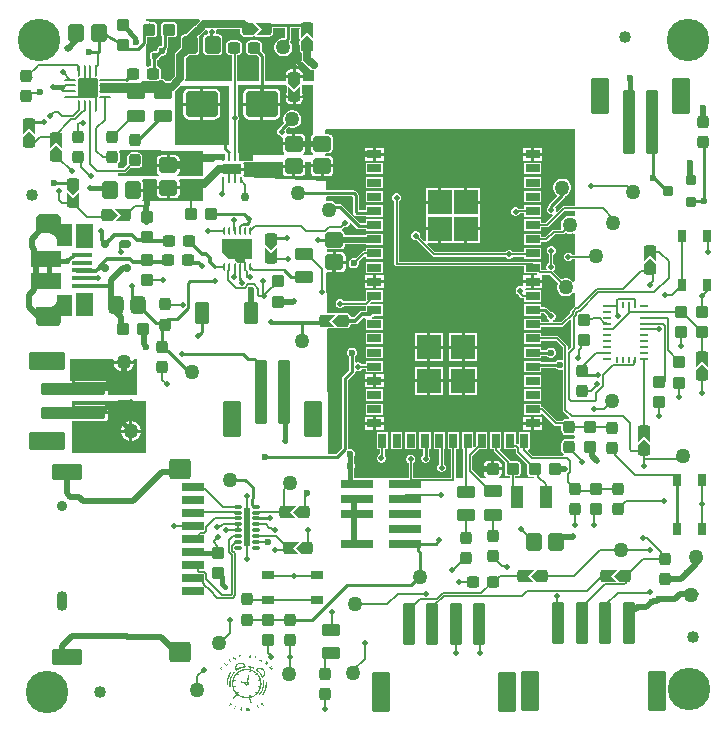
<source format=gtl>
G04*
G04 #@! TF.GenerationSoftware,Altium Limited,Altium Designer,23.8.1 (32)*
G04*
G04 Layer_Physical_Order=1*
G04 Layer_Color=255*
%FSLAX44Y44*%
%MOMM*%
G71*
G04*
G04 #@! TF.SameCoordinates,271CB4FA-4F0A-43F9-8DEE-C87A6A24424C*
G04*
G04*
G04 #@! TF.FilePolarity,Positive*
G04*
G01*
G75*
%ADD13C,0.1270*%
G04:AMPARAMS|DCode=16|XSize=1.7mm|YSize=1.8mm|CornerRadius=0.2125mm|HoleSize=0mm|Usage=FLASHONLY|Rotation=270.000|XOffset=0mm|YOffset=0mm|HoleType=Round|Shape=RoundedRectangle|*
%AMROUNDEDRECTD16*
21,1,1.7000,1.3750,0,0,270.0*
21,1,1.2750,1.8000,0,0,270.0*
1,1,0.4250,-0.6875,-0.6375*
1,1,0.4250,-0.6875,0.6375*
1,1,0.4250,0.6875,0.6375*
1,1,0.4250,0.6875,-0.6375*
%
%ADD16ROUNDEDRECTD16*%
G04:AMPARAMS|DCode=17|XSize=0.7mm|YSize=1.9mm|CornerRadius=0.0875mm|HoleSize=0mm|Usage=FLASHONLY|Rotation=270.000|XOffset=0mm|YOffset=0mm|HoleType=Round|Shape=RoundedRectangle|*
%AMROUNDEDRECTD17*
21,1,0.7000,1.7250,0,0,270.0*
21,1,0.5250,1.9000,0,0,270.0*
1,1,0.1750,-0.8625,-0.2625*
1,1,0.1750,-0.8625,0.2625*
1,1,0.1750,0.8625,0.2625*
1,1,0.1750,0.8625,-0.2625*
%
%ADD17ROUNDEDRECTD17*%
G04:AMPARAMS|DCode=18|XSize=1.4mm|YSize=2.6mm|CornerRadius=0.175mm|HoleSize=0mm|Usage=FLASHONLY|Rotation=270.000|XOffset=0mm|YOffset=0mm|HoleType=Round|Shape=RoundedRectangle|*
%AMROUNDEDRECTD18*
21,1,1.4000,2.2500,0,0,270.0*
21,1,1.0500,2.6000,0,0,270.0*
1,1,0.3500,-1.1250,-0.5250*
1,1,0.3500,-1.1250,0.5250*
1,1,0.3500,1.1250,0.5250*
1,1,0.3500,1.1250,-0.5250*
%
%ADD18ROUNDEDRECTD18*%
G04:AMPARAMS|DCode=19|XSize=1.6mm|YSize=3mm|CornerRadius=0.2mm|HoleSize=0mm|Usage=FLASHONLY|Rotation=180.000|XOffset=0mm|YOffset=0mm|HoleType=Round|Shape=RoundedRectangle|*
%AMROUNDEDRECTD19*
21,1,1.6000,2.6000,0,0,180.0*
21,1,1.2000,3.0000,0,0,180.0*
1,1,0.4000,-0.6000,1.3000*
1,1,0.4000,0.6000,1.3000*
1,1,0.4000,0.6000,-1.3000*
1,1,0.4000,-0.6000,-1.3000*
%
%ADD19ROUNDEDRECTD19*%
G04:AMPARAMS|DCode=20|XSize=1mm|YSize=5.5mm|CornerRadius=0.125mm|HoleSize=0mm|Usage=FLASHONLY|Rotation=180.000|XOffset=0mm|YOffset=0mm|HoleType=Round|Shape=RoundedRectangle|*
%AMROUNDEDRECTD20*
21,1,1.0000,5.2500,0,0,180.0*
21,1,0.7500,5.5000,0,0,180.0*
1,1,0.2500,-0.3750,2.6250*
1,1,0.2500,0.3750,2.6250*
1,1,0.2500,0.3750,-2.6250*
1,1,0.2500,-0.3750,-2.6250*
%
%ADD20ROUNDEDRECTD20*%
G04:AMPARAMS|DCode=21|XSize=1mm|YSize=1.1mm|CornerRadius=0.125mm|HoleSize=0mm|Usage=FLASHONLY|Rotation=90.000|XOffset=0mm|YOffset=0mm|HoleType=Round|Shape=RoundedRectangle|*
%AMROUNDEDRECTD21*
21,1,1.0000,0.8500,0,0,90.0*
21,1,0.7500,1.1000,0,0,90.0*
1,1,0.2500,0.4250,0.3750*
1,1,0.2500,0.4250,-0.3750*
1,1,0.2500,-0.4250,-0.3750*
1,1,0.2500,-0.4250,0.3750*
%
%ADD21ROUNDEDRECTD21*%
G04:AMPARAMS|DCode=22|XSize=1.5mm|YSize=3.4mm|CornerRadius=0.1875mm|HoleSize=0mm|Usage=FLASHONLY|Rotation=180.000|XOffset=0mm|YOffset=0mm|HoleType=Round|Shape=RoundedRectangle|*
%AMROUNDEDRECTD22*
21,1,1.5000,3.0250,0,0,180.0*
21,1,1.1250,3.4000,0,0,180.0*
1,1,0.3750,-0.5625,1.5125*
1,1,0.3750,0.5625,1.5125*
1,1,0.3750,0.5625,-1.5125*
1,1,0.3750,-0.5625,-1.5125*
%
%ADD22ROUNDEDRECTD22*%
G04:AMPARAMS|DCode=23|XSize=1mm|YSize=3.5mm|CornerRadius=0.125mm|HoleSize=0mm|Usage=FLASHONLY|Rotation=180.000|XOffset=0mm|YOffset=0mm|HoleType=Round|Shape=RoundedRectangle|*
%AMROUNDEDRECTD23*
21,1,1.0000,3.2500,0,0,180.0*
21,1,0.7500,3.5000,0,0,180.0*
1,1,0.2500,-0.3750,1.6250*
1,1,0.2500,0.3750,1.6250*
1,1,0.2500,0.3750,-1.6250*
1,1,0.2500,-0.3750,-1.6250*
%
%ADD23ROUNDEDRECTD23*%
%ADD24R,1.2000X0.7000*%
%ADD25R,0.7000X1.2000*%
%ADD26R,2.0000X2.0000*%
G04:AMPARAMS|DCode=27|XSize=0.966mm|YSize=0.2393mm|CornerRadius=0.0598mm|HoleSize=0mm|Usage=FLASHONLY|Rotation=0.000|XOffset=0mm|YOffset=0mm|HoleType=Round|Shape=RoundedRectangle|*
%AMROUNDEDRECTD27*
21,1,0.9660,0.1196,0,0,0.0*
21,1,0.8464,0.2393,0,0,0.0*
1,1,0.1196,0.4232,-0.0598*
1,1,0.1196,-0.4232,-0.0598*
1,1,0.1196,-0.4232,0.0598*
1,1,0.1196,0.4232,0.0598*
%
%ADD27ROUNDEDRECTD27*%
G04:AMPARAMS|DCode=28|XSize=0.2393mm|YSize=0.966mm|CornerRadius=0.0598mm|HoleSize=0mm|Usage=FLASHONLY|Rotation=0.000|XOffset=0mm|YOffset=0mm|HoleType=Round|Shape=RoundedRectangle|*
%AMROUNDEDRECTD28*
21,1,0.2393,0.8464,0,0,0.0*
21,1,0.1196,0.9660,0,0,0.0*
1,1,0.1196,0.0598,-0.4232*
1,1,0.1196,-0.0598,-0.4232*
1,1,0.1196,-0.0598,0.4232*
1,1,0.1196,0.0598,0.4232*
%
%ADD28ROUNDEDRECTD28*%
%ADD29R,2.5000X1.3750*%
%ADD30R,1.7500X0.4000*%
G04:AMPARAMS|DCode=31|XSize=0.9906mm|YSize=1.0922mm|CornerRadius=0.2477mm|HoleSize=0mm|Usage=FLASHONLY|Rotation=180.000|XOffset=0mm|YOffset=0mm|HoleType=Round|Shape=RoundedRectangle|*
%AMROUNDEDRECTD31*
21,1,0.9906,0.5969,0,0,180.0*
21,1,0.4953,1.0922,0,0,180.0*
1,1,0.4953,-0.2477,0.2985*
1,1,0.4953,0.2477,0.2985*
1,1,0.4953,0.2477,-0.2985*
1,1,0.4953,-0.2477,-0.2985*
%
%ADD31ROUNDEDRECTD31*%
G04:AMPARAMS|DCode=34|XSize=1mm|YSize=1.1mm|CornerRadius=0.125mm|HoleSize=0mm|Usage=FLASHONLY|Rotation=180.000|XOffset=0mm|YOffset=0mm|HoleType=Round|Shape=RoundedRectangle|*
%AMROUNDEDRECTD34*
21,1,1.0000,0.8500,0,0,180.0*
21,1,0.7500,1.1000,0,0,180.0*
1,1,0.2500,-0.3750,0.4250*
1,1,0.2500,0.3750,0.4250*
1,1,0.2500,0.3750,-0.4250*
1,1,0.2500,-0.3750,-0.4250*
%
%ADD34ROUNDEDRECTD34*%
%ADD35C,1.2700*%
G04:AMPARAMS|DCode=36|XSize=1.5mm|YSize=1.3mm|CornerRadius=0.1625mm|HoleSize=0mm|Usage=FLASHONLY|Rotation=90.000|XOffset=0mm|YOffset=0mm|HoleType=Round|Shape=RoundedRectangle|*
%AMROUNDEDRECTD36*
21,1,1.5000,0.9750,0,0,90.0*
21,1,1.1750,1.3000,0,0,90.0*
1,1,0.3250,0.4875,0.5875*
1,1,0.3250,0.4875,-0.5875*
1,1,0.3250,-0.4875,-0.5875*
1,1,0.3250,-0.4875,0.5875*
%
%ADD36ROUNDEDRECTD36*%
%ADD37R,0.6500X1.0500*%
G04:AMPARAMS|DCode=38|XSize=0.9mm|YSize=0.8mm|CornerRadius=0.1mm|HoleSize=0mm|Usage=FLASHONLY|Rotation=180.000|XOffset=0mm|YOffset=0mm|HoleType=Round|Shape=RoundedRectangle|*
%AMROUNDEDRECTD38*
21,1,0.9000,0.6000,0,0,180.0*
21,1,0.7000,0.8000,0,0,180.0*
1,1,0.2000,-0.3500,0.3000*
1,1,0.2000,0.3500,0.3000*
1,1,0.2000,0.3500,-0.3000*
1,1,0.2000,-0.3500,-0.3000*
%
%ADD38ROUNDEDRECTD38*%
G04:AMPARAMS|DCode=40|XSize=1mm|YSize=5.5mm|CornerRadius=0.125mm|HoleSize=0mm|Usage=FLASHONLY|Rotation=90.000|XOffset=0mm|YOffset=0mm|HoleType=Round|Shape=RoundedRectangle|*
%AMROUNDEDRECTD40*
21,1,1.0000,5.2500,0,0,90.0*
21,1,0.7500,5.5000,0,0,90.0*
1,1,0.2500,2.6250,0.3750*
1,1,0.2500,2.6250,-0.3750*
1,1,0.2500,-2.6250,-0.3750*
1,1,0.2500,-2.6250,0.3750*
%
%ADD40ROUNDEDRECTD40*%
G04:AMPARAMS|DCode=41|XSize=1.6mm|YSize=3mm|CornerRadius=0.2mm|HoleSize=0mm|Usage=FLASHONLY|Rotation=90.000|XOffset=0mm|YOffset=0mm|HoleType=Round|Shape=RoundedRectangle|*
%AMROUNDEDRECTD41*
21,1,1.6000,2.6000,0,0,90.0*
21,1,1.2000,3.0000,0,0,90.0*
1,1,0.4000,1.3000,0.6000*
1,1,0.4000,1.3000,-0.6000*
1,1,0.4000,-1.3000,-0.6000*
1,1,0.4000,-1.3000,0.6000*
%
%ADD41ROUNDEDRECTD41*%
G04:AMPARAMS|DCode=42|XSize=1.9mm|YSize=1.2mm|CornerRadius=0.15mm|HoleSize=0mm|Usage=FLASHONLY|Rotation=90.000|XOffset=0mm|YOffset=0mm|HoleType=Round|Shape=RoundedRectangle|*
%AMROUNDEDRECTD42*
21,1,1.9000,0.9000,0,0,90.0*
21,1,1.6000,1.2000,0,0,90.0*
1,1,0.3000,0.4500,0.8000*
1,1,0.3000,0.4500,-0.8000*
1,1,0.3000,-0.4500,-0.8000*
1,1,0.3000,-0.4500,0.8000*
%
%ADD42ROUNDEDRECTD42*%
G04:AMPARAMS|DCode=45|XSize=1.5mm|YSize=1.3mm|CornerRadius=0.1625mm|HoleSize=0mm|Usage=FLASHONLY|Rotation=180.000|XOffset=0mm|YOffset=0mm|HoleType=Round|Shape=RoundedRectangle|*
%AMROUNDEDRECTD45*
21,1,1.5000,0.9750,0,0,180.0*
21,1,1.1750,1.3000,0,0,180.0*
1,1,0.3250,-0.5875,0.4875*
1,1,0.3250,0.5875,0.4875*
1,1,0.3250,0.5875,-0.4875*
1,1,0.3250,-0.5875,-0.4875*
%
%ADD45ROUNDEDRECTD45*%
G04:AMPARAMS|DCode=46|XSize=1.01mm|YSize=1.47mm|CornerRadius=0.1263mm|HoleSize=0mm|Usage=FLASHONLY|Rotation=90.000|XOffset=0mm|YOffset=0mm|HoleType=Round|Shape=RoundedRectangle|*
%AMROUNDEDRECTD46*
21,1,1.0100,1.2175,0,0,90.0*
21,1,0.7575,1.4700,0,0,90.0*
1,1,0.2525,0.6088,0.3787*
1,1,0.2525,0.6088,-0.3787*
1,1,0.2525,-0.6088,-0.3787*
1,1,0.2525,-0.6088,0.3787*
%
%ADD46ROUNDEDRECTD46*%
G04:AMPARAMS|DCode=47|XSize=1.5mm|YSize=1.3mm|CornerRadius=0.325mm|HoleSize=0mm|Usage=FLASHONLY|Rotation=90.000|XOffset=0mm|YOffset=0mm|HoleType=Round|Shape=RoundedRectangle|*
%AMROUNDEDRECTD47*
21,1,1.5000,0.6500,0,0,90.0*
21,1,0.8500,1.3000,0,0,90.0*
1,1,0.6500,0.3250,0.4250*
1,1,0.6500,0.3250,-0.4250*
1,1,0.6500,-0.3250,-0.4250*
1,1,0.6500,-0.3250,0.4250*
%
%ADD47ROUNDEDRECTD47*%
G04:AMPARAMS|DCode=48|XSize=0.7399mm|YSize=2.7899mm|CornerRadius=0.185mm|HoleSize=0mm|Usage=FLASHONLY|Rotation=270.000|XOffset=0mm|YOffset=0mm|HoleType=Round|Shape=RoundedRectangle|*
%AMROUNDEDRECTD48*
21,1,0.7399,2.4200,0,0,270.0*
21,1,0.3700,2.7899,0,0,270.0*
1,1,0.3700,-1.2100,-0.1850*
1,1,0.3700,-1.2100,0.1850*
1,1,0.3700,1.2100,0.1850*
1,1,0.3700,1.2100,-0.1850*
%
%ADD48ROUNDEDRECTD48*%
G04:AMPARAMS|DCode=49|XSize=2.2mm|YSize=2.7mm|CornerRadius=0.275mm|HoleSize=0mm|Usage=FLASHONLY|Rotation=90.000|XOffset=0mm|YOffset=0mm|HoleType=Round|Shape=RoundedRectangle|*
%AMROUNDEDRECTD49*
21,1,2.2000,2.1500,0,0,90.0*
21,1,1.6500,2.7000,0,0,90.0*
1,1,0.5500,1.0750,0.8250*
1,1,0.5500,1.0750,-0.8250*
1,1,0.5500,-1.0750,-0.8250*
1,1,0.5500,-1.0750,0.8250*
%
%ADD49ROUNDEDRECTD49*%
G04:AMPARAMS|DCode=50|XSize=0.3mm|YSize=0.63mm|CornerRadius=0.03mm|HoleSize=0mm|Usage=FLASHONLY|Rotation=90.000|XOffset=0mm|YOffset=0mm|HoleType=Round|Shape=RoundedRectangle|*
%AMROUNDEDRECTD50*
21,1,0.3000,0.5700,0,0,90.0*
21,1,0.2400,0.6300,0,0,90.0*
1,1,0.0600,0.2850,0.1200*
1,1,0.0600,0.2850,-0.1200*
1,1,0.0600,-0.2850,-0.1200*
1,1,0.0600,-0.2850,0.1200*
%
%ADD50ROUNDEDRECTD50*%
G04:AMPARAMS|DCode=51|XSize=3.3mm|YSize=0.45mm|CornerRadius=0.045mm|HoleSize=0mm|Usage=FLASHONLY|Rotation=90.000|XOffset=0mm|YOffset=0mm|HoleType=Round|Shape=RoundedRectangle|*
%AMROUNDEDRECTD51*
21,1,3.3000,0.3600,0,0,90.0*
21,1,3.2100,0.4500,0,0,90.0*
1,1,0.0900,0.1800,1.6050*
1,1,0.0900,0.1800,-1.6050*
1,1,0.0900,-0.1800,-1.6050*
1,1,0.0900,-0.1800,1.6050*
%
%ADD51ROUNDEDRECTD51*%
G04:AMPARAMS|DCode=52|XSize=0.9906mm|YSize=1.0922mm|CornerRadius=0.2477mm|HoleSize=0mm|Usage=FLASHONLY|Rotation=90.000|XOffset=0mm|YOffset=0mm|HoleType=Round|Shape=RoundedRectangle|*
%AMROUNDEDRECTD52*
21,1,0.9906,0.5969,0,0,90.0*
21,1,0.4953,1.0922,0,0,90.0*
1,1,0.4953,0.2985,0.2477*
1,1,0.4953,0.2985,-0.2477*
1,1,0.4953,-0.2985,-0.2477*
1,1,0.4953,-0.2985,0.2477*
%
%ADD52ROUNDEDRECTD52*%
%ADD53R,1.1000X1.9000*%
G04:AMPARAMS|DCode=54|XSize=0.25mm|YSize=0.575mm|CornerRadius=0.0313mm|HoleSize=0mm|Usage=FLASHONLY|Rotation=0.000|XOffset=0mm|YOffset=0mm|HoleType=Round|Shape=RoundedRectangle|*
%AMROUNDEDRECTD54*
21,1,0.2500,0.5125,0,0,0.0*
21,1,0.1875,0.5750,0,0,0.0*
1,1,0.0625,0.0938,-0.2563*
1,1,0.0625,-0.0938,-0.2563*
1,1,0.0625,-0.0938,0.2563*
1,1,0.0625,0.0938,0.2563*
%
%ADD54ROUNDEDRECTD54*%
G04:AMPARAMS|DCode=55|XSize=0.675mm|YSize=0.25mm|CornerRadius=0.0313mm|HoleSize=0mm|Usage=FLASHONLY|Rotation=0.000|XOffset=0mm|YOffset=0mm|HoleType=Round|Shape=RoundedRectangle|*
%AMROUNDEDRECTD55*
21,1,0.6750,0.1875,0,0,0.0*
21,1,0.6125,0.2500,0,0,0.0*
1,1,0.0625,0.3063,-0.0938*
1,1,0.0625,-0.3063,-0.0938*
1,1,0.0625,-0.3063,0.0938*
1,1,0.0625,0.3063,0.0938*
%
%ADD55ROUNDEDRECTD55*%
G04:AMPARAMS|DCode=56|XSize=0.25mm|YSize=0.5mm|CornerRadius=0.05mm|HoleSize=0mm|Usage=FLASHONLY|Rotation=180.000|XOffset=0mm|YOffset=0mm|HoleType=Round|Shape=RoundedRectangle|*
%AMROUNDEDRECTD56*
21,1,0.2500,0.4000,0,0,180.0*
21,1,0.1500,0.5000,0,0,180.0*
1,1,0.1000,-0.0750,0.2000*
1,1,0.1000,0.0750,0.2000*
1,1,0.1000,0.0750,-0.2000*
1,1,0.1000,-0.0750,-0.2000*
%
%ADD56ROUNDEDRECTD56*%
%ADD57R,1.0500X0.6500*%
G04:AMPARAMS|DCode=70|XSize=1.6637mm|YSize=1.6637mm|CornerRadius=0.0499mm|HoleSize=0mm|Usage=FLASHONLY|Rotation=0.000|XOffset=0mm|YOffset=0mm|HoleType=Round|Shape=RoundedRectangle|*
%AMROUNDEDRECTD70*
21,1,1.6637,1.5639,0,0,0.0*
21,1,1.5639,1.6637,0,0,0.0*
1,1,0.0998,0.7819,-0.7819*
1,1,0.0998,-0.7819,-0.7819*
1,1,0.0998,-0.7819,0.7819*
1,1,0.0998,0.7819,0.7819*
%
%ADD70ROUNDEDRECTD70*%
G04:AMPARAMS|DCode=81|XSize=0.65mm|YSize=0.25mm|CornerRadius=0.0625mm|HoleSize=0mm|Usage=FLASHONLY|Rotation=90.000|XOffset=0mm|YOffset=0mm|HoleType=Round|Shape=RoundedRectangle|*
%AMROUNDEDRECTD81*
21,1,0.6500,0.1250,0,0,90.0*
21,1,0.5250,0.2500,0,0,90.0*
1,1,0.1250,0.0625,0.2625*
1,1,0.1250,0.0625,-0.2625*
1,1,0.1250,-0.0625,-0.2625*
1,1,0.1250,-0.0625,0.2625*
%
%ADD81ROUNDEDRECTD81*%
%ADD103C,0.5000*%
%ADD105C,1.0160*%
G04:AMPARAMS|DCode=106|XSize=0.7mm|YSize=0.6mm|CornerRadius=0.15mm|HoleSize=0mm|Usage=FLASHONLY|Rotation=270.000|XOffset=0mm|YOffset=0mm|HoleType=Round|Shape=RoundedRectangle|*
%AMROUNDEDRECTD106*
21,1,0.7000,0.3000,0,0,270.0*
21,1,0.4000,0.6000,0,0,270.0*
1,1,0.3000,-0.1500,-0.2000*
1,1,0.3000,-0.1500,0.2000*
1,1,0.3000,0.1500,0.2000*
1,1,0.3000,0.1500,-0.2000*
%
%ADD106ROUNDEDRECTD106*%
G04:AMPARAMS|DCode=107|XSize=0.7mm|YSize=1mm|CornerRadius=0.175mm|HoleSize=0mm|Usage=FLASHONLY|Rotation=270.000|XOffset=0mm|YOffset=0mm|HoleType=Round|Shape=RoundedRectangle|*
%AMROUNDEDRECTD107*
21,1,0.7000,0.6500,0,0,270.0*
21,1,0.3500,1.0000,0,0,270.0*
1,1,0.3500,-0.3250,-0.1750*
1,1,0.3500,-0.3250,0.1750*
1,1,0.3500,0.3250,0.1750*
1,1,0.3500,0.3250,-0.1750*
%
%ADD107ROUNDEDRECTD107*%
%AMCUSTOMSHAPE108*
4,1,5,1.2500,0.8500,1.2500,-0.8500,-0.7400,-0.8500,-1.2500,-0.3400,-1.2500,0.8500,1.2500,0.8500,0.0*%
%ADD108CUSTOMSHAPE108*%

G04:AMPARAMS|DCode=109|XSize=0.8128mm|YSize=1.016mm|CornerRadius=0.2032mm|HoleSize=0mm|Usage=FLASHONLY|Rotation=270.000|XOffset=0mm|YOffset=0mm|HoleType=Round|Shape=RoundedRectangle|*
%AMROUNDEDRECTD109*
21,1,0.8128,0.6096,0,0,270.0*
21,1,0.4064,1.0160,0,0,270.0*
1,1,0.4064,-0.3048,-0.2032*
1,1,0.4064,-0.3048,0.2032*
1,1,0.4064,0.3048,0.2032*
1,1,0.4064,0.3048,-0.2032*
%
%ADD109ROUNDEDRECTD109*%
G04:AMPARAMS|DCode=110|XSize=0.8128mm|YSize=1.016mm|CornerRadius=0.2032mm|HoleSize=0mm|Usage=FLASHONLY|Rotation=0.000|XOffset=0mm|YOffset=0mm|HoleType=Round|Shape=RoundedRectangle|*
%AMROUNDEDRECTD110*
21,1,0.8128,0.6096,0,0,0.0*
21,1,0.4064,1.0160,0,0,0.0*
1,1,0.4064,0.2032,-0.3048*
1,1,0.4064,-0.2032,-0.3048*
1,1,0.4064,-0.2032,0.3048*
1,1,0.4064,0.2032,0.3048*
%
%ADD110ROUNDEDRECTD110*%
G04:AMPARAMS|DCode=111|XSize=0.9mm|YSize=1.6mm|CornerRadius=0.0495mm|HoleSize=0mm|Usage=FLASHONLY|Rotation=90.000|XOffset=0mm|YOffset=0mm|HoleType=Round|Shape=RoundedRectangle|*
%AMROUNDEDRECTD111*
21,1,0.9000,1.5010,0,0,90.0*
21,1,0.8010,1.6000,0,0,90.0*
1,1,0.0990,0.7505,0.4005*
1,1,0.0990,0.7505,-0.4005*
1,1,0.0990,-0.7505,-0.4005*
1,1,0.0990,-0.7505,0.4005*
%
%ADD111ROUNDEDRECTD111*%
%ADD112C,0.5080*%
%ADD113C,0.2540*%
%ADD114C,0.2032*%
%ADD115C,0.1524*%
%ADD116C,0.3810*%
%ADD117C,0.3556*%
%ADD118C,0.3341*%
%ADD119C,0.6350*%
%ADD120R,1.2236X2.1835*%
%ADD121R,6.1794X0.8855*%
%ADD122R,1.3988X0.6040*%
%ADD123C,0.9000*%
%ADD124O,0.9000X1.7000*%
%ADD125O,1.4600X1.0000*%
%ADD126O,1.8000X1.0000*%
%ADD127C,3.6000*%
%ADD128C,0.7620*%
%ADD129C,0.6000*%
G36*
X216184Y585519D02*
Y580439D01*
X208564D01*
X213644Y585519D01*
X208564Y590599D01*
X216057D01*
X216184Y585519D01*
D02*
G37*
G36*
X211104D02*
X206024Y580439D01*
X202913D01*
Y590599D01*
X206024D01*
X211104Y585519D01*
D02*
G37*
G36*
X257115Y577581D02*
X252035Y582661D01*
X246955Y577581D01*
Y585074D01*
X252035Y585201D01*
X257115D01*
Y577581D01*
D02*
G37*
G36*
Y575041D02*
Y571929D01*
X246955D01*
Y575041D01*
X252035Y580121D01*
X257115Y575041D01*
D02*
G37*
G36*
X161401Y592631D02*
X156743Y587973D01*
X155735Y587300D01*
X155735Y587300D01*
X152180Y583744D01*
X151507Y582737D01*
X149747Y580977D01*
X148156D01*
X147026Y580752D01*
X146068Y580112D01*
X145429Y579155D01*
X145204Y578025D01*
Y569733D01*
X141345Y565874D01*
X140363Y564404D01*
X140018Y562669D01*
Y545572D01*
X135642Y541197D01*
X132427D01*
X131732Y542235D01*
X130262Y543218D01*
X129573Y543355D01*
X128545Y543726D01*
X128652Y544734D01*
X128748Y545219D01*
Y550172D01*
X128457Y551634D01*
X127629Y552873D01*
X126390Y553701D01*
X125046Y553969D01*
Y558864D01*
X125387Y559005D01*
X126588Y560206D01*
X127239Y561776D01*
Y562051D01*
X128272Y562868D01*
X128436Y562800D01*
X130134D01*
X131704Y563450D01*
X132905Y564651D01*
X133555Y566221D01*
Y567919D01*
X133332Y568458D01*
X133756Y569093D01*
X133954Y570084D01*
Y578717D01*
X139352D01*
X140335Y578913D01*
X141169Y579469D01*
X141726Y580303D01*
X141921Y581286D01*
Y588786D01*
X141726Y589770D01*
X141169Y590603D01*
X140335Y591160D01*
X139352Y591356D01*
X135702D01*
X135593Y591429D01*
X134602Y591626D01*
X133611Y591429D01*
X133501Y591356D01*
X130852D01*
X129869Y591160D01*
X129035Y590603D01*
X128478Y589770D01*
X128282Y588786D01*
Y581286D01*
X128478Y580303D01*
X128774Y579860D01*
Y571340D01*
X128436D01*
X126866Y570690D01*
X125665Y569489D01*
X125015Y567919D01*
Y567645D01*
X123982Y566827D01*
X123818Y566895D01*
X122119D01*
X120550Y566245D01*
X119349Y565044D01*
X118699Y563474D01*
Y561776D01*
X119349Y560206D01*
X119866Y559689D01*
Y553992D01*
X118959D01*
X117497Y553701D01*
X117243Y553532D01*
X115974Y554211D01*
Y572384D01*
X116148Y573260D01*
Y578717D01*
X122352D01*
X123335Y578913D01*
X124169Y579469D01*
X124726Y580303D01*
X124921Y581286D01*
Y588786D01*
X124726Y589770D01*
X124169Y590603D01*
X123335Y591160D01*
X122352Y591356D01*
X119795D01*
X119093Y591825D01*
X118102Y592022D01*
X117243Y591851D01*
X116993Y591905D01*
X115974Y592593D01*
Y593901D01*
X160875D01*
X161401Y592631D01*
D02*
G37*
G36*
X245620Y585170D02*
X245580Y585074D01*
Y577581D01*
X245580Y577581D01*
X245982Y576609D01*
X245707Y575348D01*
X245580Y575041D01*
X245580Y575041D01*
Y571929D01*
X245620Y571833D01*
Y567929D01*
X245876Y566640D01*
X246606Y565548D01*
X247502Y564949D01*
Y560434D01*
X247706Y559413D01*
X246628Y558413D01*
X246522Y558428D01*
X245892Y558849D01*
X245149Y558997D01*
X244406Y558849D01*
X243775Y558428D01*
X243062Y557715D01*
X242641Y557085D01*
X242493Y556341D01*
X242641Y555598D01*
X243062Y554968D01*
X243692Y554547D01*
X244435Y554399D01*
X245179Y554547D01*
X245809Y554968D01*
X246522Y555681D01*
X246943Y556312D01*
X247059Y556895D01*
X247091Y557055D01*
X247094Y557110D01*
X247144Y557528D01*
X248379Y557904D01*
X248830Y557230D01*
X254247Y551812D01*
X255718Y550830D01*
X257452Y550485D01*
X257774Y550215D01*
X257604Y541197D01*
X249193D01*
X248205Y542467D01*
X248340Y543147D01*
Y543909D01*
X247315D01*
X247201Y544182D01*
X246229Y544585D01*
X241149D01*
X236069D01*
X235096Y544182D01*
X234983Y543909D01*
X233957D01*
Y543147D01*
X234093Y542467D01*
X233105Y541197D01*
X216240D01*
Y562995D01*
X216043Y563986D01*
X215481Y564826D01*
X213729Y566579D01*
X213839Y567134D01*
Y572087D01*
X213548Y573548D01*
X212720Y574788D01*
X211481Y575616D01*
X210019Y575906D01*
X204050D01*
X202588Y575616D01*
X201349Y574788D01*
X200521Y573548D01*
X200230Y572087D01*
Y567134D01*
X200521Y565672D01*
X201349Y564432D01*
X202588Y563605D01*
X204050Y563314D01*
X209668D01*
X211060Y561922D01*
Y541197D01*
X192981D01*
Y563314D01*
X193019D01*
X194481Y563605D01*
X195720Y564432D01*
X196548Y565672D01*
X196839Y567134D01*
Y572087D01*
X196548Y573548D01*
X195720Y574788D01*
X194481Y575616D01*
X193019Y575906D01*
X187050D01*
X185588Y575616D01*
X184349Y574788D01*
X183521Y573548D01*
X183230Y572087D01*
Y567134D01*
X183521Y565672D01*
X184349Y564432D01*
X185588Y563605D01*
X187050Y563314D01*
X188319D01*
Y541197D01*
X149638D01*
X148838Y542467D01*
X149082Y543695D01*
X149082Y543695D01*
Y560792D01*
X151613Y563323D01*
X157906D01*
X159035Y563548D01*
X159993Y564188D01*
X160633Y565145D01*
X160857Y566275D01*
Y578025D01*
X160633Y579155D01*
X160543Y579289D01*
X161472Y580217D01*
X162479Y580890D01*
X166100Y584511D01*
X166662Y584456D01*
X167731Y583719D01*
Y582219D01*
X167804Y582044D01*
X166893Y580924D01*
X166026Y580752D01*
X165068Y580112D01*
X164429Y579155D01*
X164204Y578025D01*
Y574733D01*
X163937Y574333D01*
X163740Y573342D01*
Y572150D01*
X163937Y571159D01*
X164204Y570759D01*
Y566275D01*
X164429Y565145D01*
X165068Y564188D01*
X166026Y563548D01*
X167156Y563323D01*
X176906D01*
X178035Y563548D01*
X178993Y564188D01*
X179633Y565145D01*
X179857Y566275D01*
Y578025D01*
X179633Y579155D01*
X178993Y580112D01*
X178035Y580752D01*
X176906Y580977D01*
X175900D01*
X175194Y582033D01*
X175271Y582219D01*
Y583719D01*
X175109Y584112D01*
X175957Y585382D01*
X195545D01*
Y582471D01*
X195802Y581183D01*
X196532Y580090D01*
X197624Y579361D01*
X198912Y579104D01*
X202816D01*
X202913Y579064D01*
X206024D01*
X206024Y579064D01*
X206332Y579192D01*
X207304Y579404D01*
X208169Y579228D01*
X208564Y579064D01*
X208564Y579064D01*
X216184D01*
X216281Y579104D01*
X220121D01*
X221409Y579361D01*
X222502Y580090D01*
X223232Y581183D01*
X223488Y582471D01*
Y586182D01*
X233084D01*
Y578973D01*
X232762Y577748D01*
X230755D01*
X228817Y577228D01*
X227080Y576225D01*
X225661Y574806D01*
X224658Y573069D01*
X224138Y571131D01*
Y569124D01*
X224658Y567186D01*
X225661Y565449D01*
X227080Y564030D01*
X228817Y563027D01*
X230755Y562508D01*
X232762D01*
X234700Y563027D01*
X236437Y564030D01*
X237856Y565449D01*
X238859Y567186D01*
X239378Y569124D01*
Y571131D01*
X238859Y573069D01*
X237856Y574806D01*
X237622Y575040D01*
X238066Y575704D01*
X238263Y576696D01*
Y586425D01*
X245620D01*
Y585170D01*
D02*
G37*
G36*
X246229Y540098D02*
X241149Y535019D01*
X236069Y540098D01*
Y543210D01*
X246229D01*
Y540098D01*
D02*
G37*
G36*
Y530065D02*
X241149Y529939D01*
X236069D01*
Y537559D01*
X241149Y532478D01*
X246229Y537559D01*
Y530065D01*
D02*
G37*
G36*
X256810Y496408D02*
X256225Y496017D01*
X255417Y494808D01*
X255133Y493381D01*
Y483631D01*
X255417Y482204D01*
X256225Y480994D01*
X256810Y480603D01*
Y478816D01*
X249143D01*
X248965Y479046D01*
X249247Y480762D01*
X249311Y480805D01*
X250119Y482014D01*
X250403Y483441D01*
Y487047D01*
X240800D01*
X231196D01*
Y483441D01*
X231480Y482014D01*
X232288Y480805D01*
X232353Y480762D01*
X232634Y479046D01*
X232457Y478816D01*
X198889D01*
X198785Y479340D01*
X198225Y480178D01*
X197388Y480737D01*
X196920Y480831D01*
Y476352D01*
X194380D01*
Y480835D01*
X193115Y481616D01*
Y507229D01*
X193846Y507961D01*
X194420Y509346D01*
Y510846D01*
X193846Y512232D01*
X193115Y512963D01*
Y538267D01*
X234221D01*
X234694Y537559D01*
Y532282D01*
X234273Y531651D01*
X233957Y530065D01*
Y529304D01*
X234957D01*
X235096Y528966D01*
X236069Y528563D01*
X241149D01*
X241166Y528570D01*
X241183Y528564D01*
X246263Y528691D01*
X246730Y528898D01*
X247201Y529093D01*
X247208Y529110D01*
X247225Y529118D01*
X247297Y529304D01*
X248340D01*
Y530065D01*
X248025Y531651D01*
X247603Y532282D01*
Y537559D01*
X248077Y538267D01*
X256810D01*
Y496408D01*
D02*
G37*
G36*
X21239Y496513D02*
X16158Y501593D01*
X11078Y496513D01*
Y504006D01*
X16158Y504133D01*
X21239D01*
Y496513D01*
D02*
G37*
G36*
Y493973D02*
Y490861D01*
X11078D01*
Y493973D01*
X16158Y499053D01*
X21239Y493973D01*
D02*
G37*
G36*
X185650Y487260D02*
X140265D01*
Y533097D01*
X140555Y533291D01*
X144208Y536944D01*
X185650D01*
Y487260D01*
D02*
G37*
G36*
X44332Y484808D02*
X39252Y489888D01*
X34172Y484808D01*
Y492300D01*
X39252Y492427D01*
X44332D01*
Y484808D01*
D02*
G37*
G36*
Y482267D02*
Y479156D01*
X34172D01*
Y482267D01*
X39252Y487347D01*
X44332Y482267D01*
D02*
G37*
G36*
X478484Y435676D02*
X469237D01*
X468493Y435529D01*
X467863Y435108D01*
X463628Y430873D01*
X462551Y431592D01*
X462618Y431753D01*
Y433252D01*
X462044Y434638D01*
X461804Y434878D01*
X469694Y442768D01*
X470256Y443608D01*
X470318Y443923D01*
X470804Y444053D01*
X472542Y445056D01*
X473960Y446475D01*
X474964Y448212D01*
X475483Y450150D01*
Y452157D01*
X474964Y454095D01*
X473960Y455832D01*
X472542Y457251D01*
X470804Y458254D01*
X468866Y458774D01*
X466860D01*
X464922Y458254D01*
X463184Y457251D01*
X461765Y455832D01*
X460762Y454095D01*
X460243Y452157D01*
Y450150D01*
X460762Y448212D01*
X461765Y446475D01*
X463184Y445056D01*
X463215Y445038D01*
X463381Y443779D01*
X457017Y437415D01*
X456455Y436575D01*
X456258Y435584D01*
Y435244D01*
X455652Y434638D01*
X455078Y433252D01*
Y431753D01*
X455652Y430367D01*
X456712Y429306D01*
X458098Y428732D01*
X459598D01*
X459758Y428799D01*
X460478Y427722D01*
X454186Y421430D01*
X450139D01*
Y424258D01*
X435599D01*
Y414718D01*
X450139D01*
Y417546D01*
X454990D01*
X455733Y417693D01*
X456364Y418114D01*
X470041Y431792D01*
X478484D01*
Y427396D01*
X477905Y427062D01*
X477214Y426813D01*
X475428Y427291D01*
X473422D01*
X471484Y426772D01*
X469746Y425769D01*
X468327Y424350D01*
X467324Y422612D01*
X466805Y420674D01*
Y418668D01*
X467282Y416886D01*
X467111Y416441D01*
X466501Y415616D01*
X460757D01*
X460014Y415468D01*
X459384Y415047D01*
X453767Y409430D01*
X450139D01*
Y412258D01*
X435599D01*
Y402718D01*
X450139D01*
Y405546D01*
X454571D01*
X455314Y405693D01*
X455945Y406114D01*
X461562Y411732D01*
X468428D01*
X469171Y411880D01*
X469801Y412300D01*
X470588Y413087D01*
X471484Y412570D01*
X473422Y412051D01*
X475428D01*
X477214Y412529D01*
X477905Y412280D01*
X478484Y411946D01*
Y394406D01*
X476472D01*
X476392Y394599D01*
X475331Y395660D01*
X473946Y396234D01*
X472446D01*
X471060Y395660D01*
X470000Y394599D01*
X469426Y393214D01*
Y391714D01*
X470000Y390328D01*
X471060Y389268D01*
X472446Y388694D01*
X473946D01*
X475331Y389268D01*
X476392Y390328D01*
X476472Y390522D01*
X478484D01*
Y371951D01*
X477460Y371586D01*
X477214Y371572D01*
X475849Y372937D01*
X474111Y373940D01*
X472173Y374459D01*
X470167D01*
X468229Y373940D01*
X467333Y373423D01*
X460400Y380355D01*
X460466Y380685D01*
X461526Y381746D01*
X462100Y383131D01*
Y384631D01*
X461526Y386017D01*
X460466Y387077D01*
X460423Y387095D01*
Y394500D01*
X460767Y394643D01*
X461828Y395703D01*
X462402Y397089D01*
Y398589D01*
X461828Y399974D01*
X460767Y401035D01*
X459382Y401609D01*
X457882D01*
X456496Y401035D01*
X455436Y399974D01*
X454862Y398589D01*
Y397089D01*
X455436Y395703D01*
X456496Y394643D01*
X456539Y394625D01*
Y387220D01*
X456195Y387077D01*
X455134Y386017D01*
X454560Y384631D01*
Y383131D01*
X454744Y382688D01*
X453895Y381418D01*
X450186D01*
X450139Y381465D01*
Y388258D01*
X443859D01*
X443613Y388423D01*
X442869Y388570D01*
X329773D01*
Y439234D01*
X329967Y439314D01*
X331027Y440374D01*
X331601Y441760D01*
Y443260D01*
X331027Y444645D01*
X329967Y445706D01*
X328581Y446280D01*
X327081D01*
X325696Y445706D01*
X324635Y444645D01*
X324061Y443260D01*
Y441760D01*
X324635Y440374D01*
X325696Y439314D01*
X325889Y439234D01*
Y386628D01*
X326037Y385885D01*
X326458Y385255D01*
X327088Y384834D01*
X327831Y384686D01*
X435599D01*
Y378718D01*
X446692D01*
X447054Y378290D01*
X446465Y377020D01*
X444139D01*
Y372758D01*
X450901D01*
Y376264D01*
X450901Y377020D01*
X451958Y377534D01*
X457728D01*
X464586Y370676D01*
X464069Y369780D01*
X463550Y367842D01*
Y365836D01*
X464069Y363898D01*
X465073Y362160D01*
X466491Y360741D01*
X468229Y359738D01*
X470167Y359219D01*
X472173D01*
X474111Y359738D01*
X475849Y360741D01*
X477214Y362106D01*
X477460Y362092D01*
X478484Y361727D01*
Y350543D01*
X475396Y347455D01*
X474975Y346825D01*
X474827Y346082D01*
Y345339D01*
X466918Y337430D01*
X460523D01*
X460270Y338700D01*
X460767Y338906D01*
X461828Y339967D01*
X462402Y341352D01*
Y342852D01*
X461828Y344238D01*
X460767Y345298D01*
X459382Y345872D01*
X458524D01*
X455343Y349053D01*
X454503Y349615D01*
X453512Y349812D01*
X450139D01*
Y352258D01*
X435599D01*
Y342718D01*
X450139D01*
Y344632D01*
X452439D01*
X454862Y342210D01*
Y341352D01*
X455436Y339967D01*
X456496Y338906D01*
X456993Y338700D01*
X456740Y337430D01*
X450139D01*
Y340258D01*
X435599D01*
Y330718D01*
X450139D01*
Y333546D01*
X467722D01*
X468465Y333693D01*
X469096Y334114D01*
X474593Y339612D01*
X475767Y339126D01*
Y315833D01*
X473796Y313862D01*
X472623Y314348D01*
Y316733D01*
X472475Y317476D01*
X472054Y318106D01*
X465298Y324861D01*
X464668Y325282D01*
X463925Y325430D01*
X450139D01*
Y328258D01*
X435599D01*
Y318718D01*
X450139D01*
Y321546D01*
X463120D01*
X468738Y315928D01*
Y306069D01*
X467468Y305254D01*
X466625Y305604D01*
X464926D01*
X463357Y304953D01*
X462155Y303752D01*
X461952Y303261D01*
X450139D01*
Y304258D01*
X435599D01*
Y294718D01*
X450139D01*
Y298082D01*
X462989D01*
X463357Y297714D01*
X464926Y297064D01*
X466625D01*
X467468Y297413D01*
X468738Y296598D01*
Y262676D01*
X468886Y261933D01*
X469307Y261302D01*
X474005Y256604D01*
X473479Y255334D01*
X471233D01*
X469772Y255044D01*
X468532Y254216D01*
X468008Y253430D01*
X463654D01*
X452223Y264861D01*
X451593Y265282D01*
X450850Y265430D01*
X450139D01*
Y268258D01*
X435599D01*
Y258718D01*
X450139D01*
Y259792D01*
X451313Y260278D01*
X461476Y250115D01*
X461476Y250115D01*
X462107Y249694D01*
X462850Y249546D01*
X467414D01*
Y245546D01*
X467704Y244084D01*
X468532Y242844D01*
X469772Y242016D01*
X471233Y241726D01*
X476186D01*
X477214Y241930D01*
X478484Y241163D01*
Y238897D01*
X477214Y238130D01*
X476186Y238334D01*
X471233D01*
X469772Y238044D01*
X468532Y237216D01*
X467704Y235976D01*
X467414Y234515D01*
Y228545D01*
X467704Y227084D01*
X468532Y225844D01*
X469372Y225283D01*
X468987Y224013D01*
X443551D01*
X439028Y228536D01*
X439554Y229806D01*
X440601D01*
Y244346D01*
X431061D01*
Y234252D01*
X430353Y233959D01*
X429791Y233838D01*
X429235Y234209D01*
X428601Y234336D01*
Y244346D01*
X419061D01*
Y229806D01*
X428354D01*
X428484Y229676D01*
Y227549D01*
X428632Y226806D01*
X429053Y226176D01*
X438555Y216674D01*
X438502Y216404D01*
Y208904D01*
X438697Y207921D01*
X439254Y207088D01*
X440088Y206531D01*
X441071Y206335D01*
X444089D01*
X444109Y206304D01*
X443426Y205037D01*
X443419Y205035D01*
X428017D01*
Y206659D01*
X430325D01*
X431308Y206855D01*
X432142Y207412D01*
X432699Y208245D01*
X432895Y209228D01*
Y216728D01*
X432699Y217712D01*
X432142Y218545D01*
X431308Y219102D01*
X430325Y219298D01*
X423978D01*
X423903Y219677D01*
X423482Y220307D01*
X415156Y228633D01*
X415642Y229806D01*
X416601D01*
Y244346D01*
X407061D01*
Y229806D01*
X409889D01*
Y229211D01*
X410037Y228467D01*
X410458Y227837D01*
X419905Y218390D01*
X419451Y217712D01*
X419256Y216728D01*
Y209228D01*
X419451Y208245D01*
X420008Y207412D01*
X420842Y206855D01*
X421825Y206659D01*
X424133D01*
Y205035D01*
X415078D01*
X414857Y206304D01*
X415691Y206862D01*
X416417Y207948D01*
X416671Y209228D01*
Y211708D01*
X409075D01*
X401479D01*
Y209228D01*
X401734Y207948D01*
X402459Y206862D01*
X403294Y206304D01*
X403072Y205035D01*
X399175D01*
X392058Y212151D01*
Y224056D01*
X397808Y229806D01*
X404601D01*
Y244346D01*
X395061D01*
Y232553D01*
X393774Y231266D01*
X392601Y231752D01*
Y244346D01*
X383061D01*
Y229806D01*
X384366D01*
Y205035D01*
X377774D01*
Y229806D01*
X380601D01*
Y244346D01*
X371061D01*
Y229806D01*
X373889D01*
Y205226D01*
X348739D01*
X348597Y205321D01*
X347380Y205563D01*
X341773D01*
Y218051D01*
X341967Y218131D01*
X343027Y219191D01*
X343601Y220577D01*
Y222077D01*
X343027Y223462D01*
X341967Y224523D01*
X340581Y225097D01*
X339081D01*
X337696Y224523D01*
X336635Y223462D01*
X336061Y222077D01*
Y220577D01*
X336635Y219191D01*
X337696Y218131D01*
X337889Y218051D01*
Y205563D01*
X323180D01*
X321963Y205321D01*
X321534Y205035D01*
X308386D01*
X307957Y205321D01*
X306740Y205563D01*
X291513D01*
Y212971D01*
X291896Y213354D01*
X292546Y214923D01*
Y216622D01*
X291896Y218191D01*
X291513Y218574D01*
Y222877D01*
X291896Y223260D01*
X292546Y224829D01*
Y226528D01*
X291896Y228097D01*
X290695Y229298D01*
X289125Y229948D01*
X287427D01*
X286851Y230333D01*
Y288503D01*
X291772Y293424D01*
X292334Y294264D01*
X292493Y295063D01*
X292868Y295425D01*
X293801Y295896D01*
X294231Y295718D01*
X295731D01*
X297116Y296292D01*
X298177Y297353D01*
X298257Y297546D01*
X301599D01*
Y294718D01*
X316139D01*
Y304258D01*
X301599D01*
Y301430D01*
X298257D01*
X298177Y301623D01*
X297116Y302684D01*
X295731Y303258D01*
X294231D01*
X293848Y303099D01*
X293640Y303144D01*
X292606Y303959D01*
Y308039D01*
X293636Y309069D01*
X294286Y310639D01*
Y312337D01*
X293636Y313907D01*
X292435Y315108D01*
X290865Y315758D01*
X289167D01*
X287597Y315108D01*
X286396Y313907D01*
X285746Y312337D01*
Y310639D01*
X286396Y309069D01*
X287426Y308039D01*
Y303668D01*
X287351Y303291D01*
Y296328D01*
X282430Y291407D01*
X281869Y290567D01*
X281672Y289576D01*
Y230571D01*
X276636Y225535D01*
X269948D01*
X268889Y331217D01*
X269783Y332120D01*
X275751D01*
X275751Y332120D01*
X276723Y332522D01*
X277220Y332621D01*
X277319Y332522D01*
X278291Y332120D01*
X278291Y332120D01*
X281403D01*
X281499Y332160D01*
X285403D01*
X286692Y332416D01*
X287784Y333146D01*
X288514Y334238D01*
X288770Y335526D01*
Y335576D01*
X292846D01*
X293994Y335805D01*
X294966Y336455D01*
X299502Y340990D01*
X300632D01*
X301599Y340258D01*
X301599Y339720D01*
Y330718D01*
X316139D01*
Y340258D01*
X307365D01*
X306980Y341528D01*
X307489Y341868D01*
X308339Y342718D01*
X316139D01*
Y352258D01*
X306045D01*
X305559Y353431D01*
X306846Y354718D01*
X316139D01*
Y364258D01*
X301599D01*
Y354965D01*
X301470Y354835D01*
X283155D01*
X283068Y355046D01*
X282007Y356106D01*
X280622Y356680D01*
X279122D01*
X277736Y356106D01*
X276676Y355046D01*
X276102Y353660D01*
Y352160D01*
X276676Y350774D01*
X277736Y349714D01*
X279122Y349140D01*
X280622D01*
X282007Y349714D01*
X283068Y350774D01*
X283141Y350951D01*
X301599D01*
Y346986D01*
X298260D01*
X297113Y346758D01*
X296140Y346108D01*
X291605Y341572D01*
X288770D01*
Y341622D01*
X288514Y342911D01*
X287784Y344003D01*
X286692Y344733D01*
X285403Y344989D01*
X281499D01*
X281403Y345029D01*
X278291D01*
X278291Y345029D01*
X277984Y344902D01*
X277011Y344689D01*
X276146Y344866D01*
X275751Y345029D01*
X275751Y345029D01*
X268751D01*
X268416Y378483D01*
X269676Y379440D01*
X273776D01*
Y388044D01*
Y396647D01*
X269392D01*
X268583Y397674D01*
X268769Y398792D01*
X269478Y399217D01*
X280921D01*
X282051Y399442D01*
X283009Y400082D01*
X283648Y401039D01*
X283873Y402169D01*
Y403159D01*
X301599D01*
Y402718D01*
X316139D01*
Y412258D01*
X301599D01*
Y410928D01*
X283873D01*
Y411919D01*
X283648Y413048D01*
X283009Y414006D01*
X282051Y414646D01*
X281401Y414775D01*
Y416070D01*
X281511Y416092D01*
X282141Y416513D01*
X283318Y417690D01*
X283512Y417610D01*
X285011D01*
X286397Y418184D01*
X287458Y419244D01*
X288032Y420630D01*
Y421021D01*
X289301Y421547D01*
X293834Y417015D01*
X294674Y416453D01*
X295665Y416256D01*
X301599D01*
Y414718D01*
X316139D01*
Y424258D01*
X301599D01*
Y421436D01*
X296738D01*
X281427Y436747D01*
X280587Y437308D01*
X279596Y437505D01*
X276192D01*
X275096Y438602D01*
X273358Y439605D01*
X271420Y440124D01*
X269414D01*
X268803Y439961D01*
X267792Y440729D01*
X267771Y442774D01*
X268665Y443677D01*
X290299D01*
X290536Y443440D01*
Y430817D01*
X290733Y429826D01*
X291294Y428986D01*
X292782Y427498D01*
X293622Y426937D01*
X294613Y426740D01*
X301599D01*
Y426718D01*
X316139D01*
Y436258D01*
X301599D01*
Y431919D01*
X295715D01*
Y444512D01*
X295518Y445503D01*
X294957Y446343D01*
X293202Y448098D01*
X292362Y448659D01*
X291371Y448856D01*
X267710D01*
X267631Y456759D01*
X198683Y460545D01*
X198029Y461853D01*
X198035Y461861D01*
X198232Y462847D01*
Y465582D01*
X188150D01*
Y468122D01*
X198232D01*
Y470857D01*
X198097Y471536D01*
X198624Y472485D01*
X198920Y472806D01*
X206522D01*
X206791Y472917D01*
X231196D01*
Y470586D01*
X240800D01*
X250403D01*
Y472917D01*
X255133D01*
Y470775D01*
X264736D01*
X274340D01*
Y474381D01*
X274056Y475807D01*
X273248Y477017D01*
X272038Y477826D01*
X270611Y478109D01*
X267417D01*
X267401Y479776D01*
X268294Y480679D01*
X270611D01*
X271741Y480904D01*
X272699Y481544D01*
X273339Y482501D01*
X273563Y483631D01*
Y493381D01*
X273339Y494510D01*
X272699Y495468D01*
X271741Y496108D01*
X270611Y496332D01*
X267235D01*
X267201Y499743D01*
X268094Y500646D01*
X478484D01*
Y435676D01*
D02*
G37*
G36*
X163507Y482411D02*
Y460776D01*
X142546D01*
X142160Y462046D01*
X142901Y462541D01*
X143710Y463750D01*
X143994Y465177D01*
Y468782D01*
X134390D01*
X124786D01*
Y465177D01*
X125070Y463750D01*
X125878Y462541D01*
X126620Y462046D01*
X126234Y460776D01*
X92175D01*
Y463691D01*
X97518D01*
X98261Y463839D01*
X98891Y464260D01*
X102346Y467715D01*
X103665Y467453D01*
X108618D01*
X110080Y467743D01*
X111319Y468571D01*
X112147Y469811D01*
X112438Y471273D01*
Y477242D01*
X112147Y478703D01*
X111319Y479943D01*
X110080Y480771D01*
X108618Y481061D01*
X103665D01*
X102203Y480771D01*
X100964Y479943D01*
X100136Y478703D01*
X99845Y477242D01*
Y471273D01*
X99939Y470801D01*
X96713Y467576D01*
X92175D01*
Y471339D01*
X92191Y471349D01*
X93019Y472589D01*
X93310Y474050D01*
Y480019D01*
X93019Y481481D01*
X93018Y481483D01*
X93699Y482750D01*
X163507Y482411D01*
D02*
G37*
G36*
Y439751D02*
X112890D01*
X112287Y441021D01*
X112780Y441758D01*
X113064Y443185D01*
Y447790D01*
X104460D01*
Y450330D01*
X113064D01*
Y454935D01*
X112780Y456362D01*
X112287Y457099D01*
X112890Y458369D01*
X124337D01*
X125019Y457099D01*
X124786Y455927D01*
Y452322D01*
X134390D01*
X143994D01*
Y455927D01*
X143761Y457099D01*
X144443Y458369D01*
X163507D01*
Y439751D01*
D02*
G37*
G36*
X58642Y450276D02*
X53562Y445196D01*
X48482Y450276D01*
Y453387D01*
X58642D01*
Y450276D01*
D02*
G37*
G36*
Y440243D02*
X53562Y440116D01*
X48482D01*
Y447736D01*
X53562Y442656D01*
X58642Y447736D01*
Y440243D01*
D02*
G37*
G36*
X96617Y428325D02*
Y423245D01*
X88997D01*
X94077Y428325D01*
X88997Y433405D01*
X96490D01*
X96617Y428325D01*
D02*
G37*
G36*
X91537D02*
X86457Y423245D01*
X83345D01*
Y433405D01*
X86457D01*
X91537Y428325D01*
D02*
G37*
G36*
X39701Y428716D02*
X39911Y428706D01*
X40121Y428676D01*
X40321Y428636D01*
X40531Y428586D01*
X40731Y428526D01*
X40921Y428456D01*
X41121Y428376D01*
X41311Y428286D01*
X41491Y428186D01*
X41671Y428076D01*
X41841Y427966D01*
X42011Y427836D01*
X42171Y427696D01*
X42321Y427556D01*
X42461Y427406D01*
X42601Y427246D01*
X42731Y427076D01*
X42841Y426906D01*
X42951Y426726D01*
X43051Y426546D01*
X43141Y426356D01*
X43221Y426156D01*
X43291Y425966D01*
X43351Y425766D01*
X43401Y425556D01*
X43441Y425356D01*
X43471Y425146D01*
X43481Y424936D01*
X43491Y424726D01*
Y420226D01*
X53311D01*
Y401976D01*
X40491D01*
Y404976D01*
X40481Y405366D01*
X40451Y405756D01*
X40401Y406146D01*
X40331Y406536D01*
X40231Y406916D01*
X40121Y407296D01*
X39991Y407666D01*
X39841Y408026D01*
X39671Y408376D01*
X39491Y408726D01*
X39281Y409056D01*
X39061Y409386D01*
X38821Y409696D01*
X38561Y409996D01*
X38291Y410276D01*
X38011Y410546D01*
X37711Y410806D01*
X37401Y411046D01*
X37071Y411266D01*
X36741Y411476D01*
X36391Y411656D01*
X36041Y411826D01*
X35681Y411976D01*
X35311Y412106D01*
X34931Y412216D01*
X34551Y412316D01*
X34161Y412386D01*
X33771Y412436D01*
X33381Y412466D01*
X32991Y412476D01*
X22491D01*
Y424726D01*
X22501Y424936D01*
X22511Y425146D01*
X22541Y425356D01*
X22581Y425556D01*
X22631Y425766D01*
X22691Y425966D01*
X22761Y426156D01*
X22841Y426356D01*
X22931Y426546D01*
X23031Y426726D01*
X23141Y426906D01*
X23251Y427076D01*
X23381Y427246D01*
X23521Y427406D01*
X23661Y427556D01*
X23811Y427696D01*
X23971Y427836D01*
X24141Y427966D01*
X24311Y428076D01*
X24491Y428186D01*
X24671Y428286D01*
X24861Y428376D01*
X25061Y428456D01*
X25251Y428526D01*
X25451Y428586D01*
X25661Y428636D01*
X25861Y428676D01*
X26071Y428706D01*
X26281Y428716D01*
X26491Y428726D01*
X39491D01*
X39701Y428716D01*
D02*
G37*
G36*
X71091Y400226D02*
X56491D01*
Y420226D01*
X71091D01*
Y400226D01*
D02*
G37*
G36*
X226220Y403143D02*
X221140Y398063D01*
X216061Y403143D01*
Y406254D01*
X226220D01*
Y403143D01*
D02*
G37*
G36*
Y393110D02*
X221140Y392983D01*
X216061D01*
Y400603D01*
X221140Y395523D01*
X226220Y400603D01*
Y393110D01*
D02*
G37*
G36*
X547755Y388886D02*
X542675Y393966D01*
X537595Y388886D01*
Y396379D01*
X542675Y396506D01*
X547755D01*
Y388886D01*
D02*
G37*
G36*
Y386346D02*
Y383235D01*
X537595D01*
Y386346D01*
X542675Y391426D01*
X547755Y386346D01*
D02*
G37*
G36*
X71091Y342226D02*
X56491D01*
Y362226D01*
X71091D01*
Y342226D01*
D02*
G37*
G36*
X53311D02*
X43491D01*
Y337726D01*
X43481Y337516D01*
X43471Y337306D01*
X43441Y337096D01*
X43401Y336896D01*
X43351Y336686D01*
X43291Y336486D01*
X43221Y336296D01*
X43141Y336096D01*
X43051Y335906D01*
X42951Y335726D01*
X42841Y335546D01*
X42731Y335376D01*
X42601Y335206D01*
X42461Y335046D01*
X42321Y334896D01*
X42171Y334756D01*
X42011Y334616D01*
X41841Y334486D01*
X41671Y334376D01*
X41491Y334266D01*
X41311Y334166D01*
X41121Y334076D01*
X40921Y333996D01*
X40731Y333926D01*
X40531Y333866D01*
X40321Y333816D01*
X40121Y333776D01*
X39911Y333746D01*
X39701Y333736D01*
X39491Y333726D01*
X26491D01*
X26281Y333736D01*
X26071Y333746D01*
X25861Y333776D01*
X25661Y333816D01*
X25451Y333866D01*
X25251Y333926D01*
X25061Y333996D01*
X24861Y334076D01*
X24671Y334166D01*
X24491Y334266D01*
X24311Y334376D01*
X24141Y334486D01*
X23971Y334616D01*
X23811Y334756D01*
X23661Y334896D01*
X23521Y335046D01*
X23381Y335206D01*
X23251Y335376D01*
X23141Y335546D01*
X23031Y335726D01*
X22931Y335906D01*
X22841Y336096D01*
X22761Y336296D01*
X22691Y336486D01*
X22631Y336686D01*
X22581Y336896D01*
X22541Y337096D01*
X22511Y337306D01*
X22501Y337516D01*
X22491Y337726D01*
Y349976D01*
X32991D01*
X33381Y349986D01*
X33771Y350016D01*
X34161Y350066D01*
X34551Y350136D01*
X34931Y350236D01*
X35311Y350346D01*
X35681Y350476D01*
X36041Y350626D01*
X36391Y350796D01*
X36741Y350976D01*
X37071Y351186D01*
X37401Y351406D01*
X37711Y351646D01*
X38011Y351906D01*
X38291Y352176D01*
X38561Y352456D01*
X38821Y352756D01*
X39061Y353066D01*
X39281Y353396D01*
X39491Y353726D01*
X39671Y354076D01*
X39841Y354426D01*
X39991Y354786D01*
X40121Y355156D01*
X40231Y355536D01*
X40331Y355916D01*
X40401Y356306D01*
X40451Y356696D01*
X40481Y357086D01*
X40491Y357476D01*
Y360476D01*
X53311D01*
Y342226D01*
D02*
G37*
G36*
X281403Y333494D02*
X278291D01*
X273211Y338574D01*
X278291Y343654D01*
X281403D01*
Y333494D01*
D02*
G37*
G36*
X270671Y338574D02*
X275751Y333494D01*
X268258D01*
X268131Y338574D01*
Y343654D01*
X275751D01*
X270671Y338574D01*
D02*
G37*
G36*
X108025Y275488D02*
X84359D01*
X83553Y276470D01*
X83588Y276643D01*
Y279123D01*
X53991D01*
Y280393D01*
X52722D01*
Y287489D01*
X51022D01*
Y306494D01*
X87831D01*
X88604Y305486D01*
X88376Y304636D01*
X96713D01*
X105051D01*
X104823Y305486D01*
X105596Y306494D01*
X108025D01*
Y275488D01*
D02*
G37*
G36*
X591820Y299048D02*
X586740Y304128D01*
X581660Y299048D01*
Y306541D01*
X586740Y306667D01*
X591820D01*
Y299048D01*
D02*
G37*
G36*
Y296507D02*
Y293396D01*
X581660D01*
Y296507D01*
X586740Y301588D01*
X591820Y296507D01*
D02*
G37*
G36*
X542675Y236124D02*
X537595Y241203D01*
X532515Y236124D01*
Y243617D01*
X537595Y243743D01*
X542675D01*
Y236124D01*
D02*
G37*
G36*
Y233584D02*
Y230472D01*
X532515D01*
Y233584D01*
X537595Y238664D01*
X542675Y233584D01*
D02*
G37*
G36*
X115338Y226147D02*
X53019D01*
X52775Y253297D01*
X80241D01*
X81522Y253551D01*
X82608Y254277D01*
X83333Y255362D01*
X83588Y256643D01*
Y259123D01*
X53991D01*
Y260393D01*
X52722D01*
Y267489D01*
X52647D01*
X52620Y270413D01*
X115338D01*
Y226147D01*
D02*
G37*
G36*
X247856Y171628D02*
X244745D01*
X239665Y176708D01*
X244745Y181788D01*
X247856D01*
Y171628D01*
D02*
G37*
G36*
X237125Y176708D02*
X242205Y171628D01*
X234712D01*
X234585Y176708D01*
Y181788D01*
X242205D01*
X237125Y176708D01*
D02*
G37*
G36*
X250610Y140970D02*
X247499D01*
X242419Y146050D01*
X247499Y151130D01*
X250610D01*
Y140970D01*
D02*
G37*
G36*
X239879Y146050D02*
X244959Y140970D01*
X237466D01*
X237339Y146050D01*
Y151130D01*
X244959D01*
X239879Y146050D01*
D02*
G37*
G36*
X519739Y117202D02*
X516628D01*
X511548Y122282D01*
X516628Y127362D01*
X519739D01*
Y117202D01*
D02*
G37*
G36*
X509007Y122282D02*
X514087Y117202D01*
X506595D01*
X506468Y122282D01*
Y127362D01*
X514087D01*
X509007Y122282D01*
D02*
G37*
G36*
X449450Y117202D02*
X446339D01*
X441259Y122282D01*
X446339Y127362D01*
X449450D01*
Y117202D01*
D02*
G37*
G36*
X438718Y122282D02*
X443798Y117202D01*
X436306D01*
X436179Y122282D01*
Y127362D01*
X443798D01*
X438718Y122282D01*
D02*
G37*
G36*
X195781Y55399D02*
X195805Y55301D01*
X195830Y55082D01*
X195878Y54961D01*
X195927Y54669D01*
X195866Y54608D01*
X195769Y54583D01*
X195720Y54608D01*
X195659Y54669D01*
X195635Y54717D01*
X195586Y54766D01*
X195525Y54875D01*
X195477Y54900D01*
X195404Y54973D01*
X195233Y55046D01*
X195136Y55070D01*
X194942Y55046D01*
X194722Y54924D01*
X194637Y54839D01*
X194613Y54669D01*
X194674Y54510D01*
X194722Y54486D01*
X194771Y54413D01*
X194869Y54389D01*
X195039Y54316D01*
X195136Y54291D01*
X195392Y54255D01*
X195489Y54231D01*
X195696Y54170D01*
X195830Y54133D01*
X195939Y54072D01*
X196110Y53975D01*
X196243Y53841D01*
X196329Y53610D01*
X196353Y53513D01*
X196365Y53379D01*
X196292Y53209D01*
X196243Y53087D01*
X196207Y53026D01*
X196170Y53014D01*
X196146Y52965D01*
X196061Y52880D01*
X196012Y52856D01*
X195866Y52758D01*
X195769Y52734D01*
X195599Y52661D01*
X195355Y52637D01*
X194954Y52649D01*
X194905Y52600D01*
X194881Y52552D01*
X194747Y52515D01*
X194650Y52539D01*
X194613Y52673D01*
X194589Y52819D01*
X194540Y52941D01*
X194516Y53111D01*
X194491Y53306D01*
X194528Y53342D01*
X194625Y53367D01*
X194722Y53342D01*
X194808Y53209D01*
X194917Y53075D01*
X194990Y53002D01*
X195148Y52941D01*
X195258Y52904D01*
X195550Y52929D01*
X195769Y53050D01*
X195805Y53111D01*
X195818Y53123D01*
X195878Y53233D01*
X195854Y53403D01*
X195744Y53537D01*
X195696Y53586D01*
X195574Y53610D01*
X195452Y53659D01*
X195355Y53683D01*
X195051Y53720D01*
X194954Y53744D01*
X194795Y53805D01*
X194662Y53841D01*
X194479Y53951D01*
X194431Y53975D01*
X194297Y54109D01*
X194175Y54377D01*
X194151Y54644D01*
X194175Y54717D01*
X194199Y54839D01*
X194248Y54888D01*
X194321Y55009D01*
X194431Y55119D01*
X194479Y55143D01*
X194528Y55192D01*
X194759Y55277D01*
X194893Y55313D01*
X195209Y55338D01*
X195380Y55313D01*
X195477Y55338D01*
X195550Y55435D01*
X195708Y55447D01*
X195781Y55399D01*
D02*
G37*
G36*
X190854Y53999D02*
X190890Y53963D01*
X190914Y53817D01*
X190963Y53768D01*
X191012Y53647D01*
X191036Y53549D01*
X191133Y53330D01*
X191121Y53245D01*
X191000Y53196D01*
X190902Y53221D01*
X190781Y53367D01*
X190707Y53440D01*
X190464Y53537D01*
X190367Y53561D01*
X190209Y53525D01*
X189977Y53415D01*
X189917Y53330D01*
X189868Y53282D01*
X189844Y53184D01*
X189868Y53014D01*
X190002Y52880D01*
X190160Y52819D01*
X190282Y52795D01*
X190854Y52783D01*
X190878D01*
X191121Y52758D01*
X191340Y52710D01*
X191389Y52661D01*
X191486Y52637D01*
X191571Y52576D01*
X191596Y52527D01*
X191693Y52430D01*
X191754Y52272D01*
X191790Y52162D01*
X191815Y52016D01*
X191790Y51943D01*
X191766Y51846D01*
X191644Y51627D01*
X191596Y51578D01*
X191571Y51530D01*
X191535Y51493D01*
X191486Y51469D01*
X191389Y51371D01*
X191292Y51347D01*
X191243Y51298D01*
X191194Y51274D01*
X191121Y51250D01*
X191024Y51225D01*
X190854Y51177D01*
X190756Y51152D01*
X190562Y51128D01*
X190488Y51006D01*
X190367Y50958D01*
X190294Y50982D01*
X190233Y51043D01*
X190184Y51165D01*
X190160Y51262D01*
X190111Y51311D01*
X190087Y51408D01*
X190038Y51530D01*
X189990Y51578D01*
X189965Y51676D01*
X190099Y51809D01*
X190196Y51785D01*
X190221Y51736D01*
X190270Y51712D01*
X190306Y51676D01*
X190330Y51627D01*
X190367Y51590D01*
X190488Y51517D01*
X190610Y51469D01*
X191048Y51493D01*
X191121Y51566D01*
X191243Y51639D01*
X191352Y51797D01*
X191328Y52016D01*
X191255Y52089D01*
X191231Y52138D01*
X191121Y52174D01*
X191024Y52199D01*
X190221Y52223D01*
X190148Y52247D01*
X189990Y52284D01*
X189868Y52308D01*
X189722Y52406D01*
X189637Y52466D01*
X189600Y52503D01*
X189576Y52552D01*
X189503Y52625D01*
X189479Y52722D01*
X189406Y52892D01*
X189430Y53184D01*
X189576Y53452D01*
X189685Y53561D01*
X189734Y53586D01*
X189880Y53683D01*
X190196Y53805D01*
X190537Y53829D01*
X190598Y53866D01*
X190671Y53987D01*
X190707Y54024D01*
X190854Y53999D01*
D02*
G37*
G36*
X204079Y55764D02*
X204103Y55666D01*
X204188Y55435D01*
X204212Y55289D01*
X204237Y55167D01*
X204285Y55046D01*
X204322Y54912D01*
X204358Y54705D01*
X204419Y54547D01*
X204444Y54450D01*
X204480Y54267D01*
X204529Y54145D01*
X204553Y54024D01*
X204577Y53878D01*
X204626Y53756D01*
X204663Y53622D01*
X204687Y53452D01*
X204711Y53330D01*
X204748Y53294D01*
X204869Y53245D01*
X204906Y53209D01*
X204882Y53014D01*
X204529Y53002D01*
X204456Y53026D01*
X204212Y53050D01*
X204139Y53075D01*
X203969Y53099D01*
X203908Y53136D01*
X203884Y53209D01*
X203945Y53318D01*
X204066Y53367D01*
X204103Y53476D01*
X204079Y53768D01*
X204042Y53829D01*
X203920Y53878D01*
X203385Y53926D01*
X203239Y53902D01*
X203178Y53841D01*
X203154Y53744D01*
X203081Y53622D01*
X203044Y53537D01*
X203093Y53464D01*
X203239Y53440D01*
X203276Y53403D01*
X203251Y53257D01*
X203215Y53196D01*
X202643Y53233D01*
X202497Y53257D01*
X202448Y53306D01*
X202473Y53452D01*
X202558Y53537D01*
X202692Y53598D01*
X202716Y53647D01*
X202789Y53720D01*
X202850Y53853D01*
X202862Y53866D01*
X203543Y55253D01*
X203592Y55301D01*
X203665Y55496D01*
X203714Y55545D01*
X203774Y55703D01*
X203823Y55776D01*
X203993Y55800D01*
X204079Y55764D01*
D02*
G37*
G36*
X208446Y54851D02*
X208665Y54754D01*
X208848Y54717D01*
X208982Y54656D01*
X209176Y54608D01*
X209213Y54571D01*
X209189Y54425D01*
X209079Y54389D01*
X208982Y54364D01*
X208933Y54340D01*
X208872Y54279D01*
X208775Y54060D01*
X208738Y53878D01*
X208678Y53744D01*
X208653Y53647D01*
X208617Y53488D01*
X208556Y53355D01*
X208532Y53257D01*
X208495Y53099D01*
X208434Y52965D01*
X208386Y52746D01*
X208288Y52527D01*
X208313Y52430D01*
X208446Y52393D01*
X208544Y52369D01*
X208714Y52296D01*
X209079Y52320D01*
X209152Y52393D01*
X209201Y52418D01*
X209237Y52454D01*
X209310Y52576D01*
X209395Y52734D01*
X209493Y52710D01*
X209554Y52673D01*
X209578Y52576D01*
X209554Y52454D01*
X209481Y52284D01*
X209456Y52187D01*
X209359Y51943D01*
X209335Y51870D01*
X209298Y51834D01*
X209152Y51858D01*
X208982Y51931D01*
X208824Y51968D01*
X208702Y52016D01*
X208592Y52053D01*
X208434Y52089D01*
X208349Y52126D01*
X208227Y52174D01*
X208045Y52211D01*
X207911Y52272D01*
X207656Y52333D01*
X207461Y52430D01*
X207449Y52491D01*
X207498Y52612D01*
X207570Y52637D01*
X207717Y52661D01*
X207789Y52734D01*
X207802Y52746D01*
X207850Y52917D01*
X207923Y53087D01*
X207948Y53184D01*
X207984Y53342D01*
X208045Y53476D01*
X208069Y53574D01*
X208094Y53695D01*
X208167Y53866D01*
X208215Y54085D01*
X208288Y54255D01*
X208361Y54523D01*
X208276Y54608D01*
X208179Y54632D01*
X208142Y54742D01*
X208227Y54875D01*
X208446Y54851D01*
D02*
G37*
G36*
X213921Y52685D02*
X214031Y52625D01*
X214055Y52527D01*
X213994Y51907D01*
X213970Y51761D01*
X213946Y51639D01*
X213909Y51311D01*
X213873Y50933D01*
X213848Y50787D01*
X213824Y50666D01*
X213800Y50471D01*
X213775Y50252D01*
X213751Y50155D01*
X213739Y50143D01*
X213812Y50021D01*
X213885Y49948D01*
X213861Y49851D01*
X213812Y49802D01*
X213788Y49753D01*
X213678Y49741D01*
X213581Y49838D01*
X213483Y49863D01*
X213337Y49960D01*
X213264Y49984D01*
X213118Y50082D01*
X213021Y50106D01*
X212960Y50167D01*
X212936Y50264D01*
X212985Y50362D01*
X212997Y50374D01*
X213070Y50398D01*
X213191Y50422D01*
X213252Y50483D01*
X213301Y50654D01*
X213313Y50812D01*
X213264Y50885D01*
X213143Y50933D01*
X213094Y50982D01*
X212936Y51043D01*
X212778Y51128D01*
X212607Y51201D01*
X212388Y51031D01*
X212303Y50970D01*
X212279Y50897D01*
X212340Y50812D01*
X212388Y50787D01*
X212425Y50702D01*
X212315Y50544D01*
X212169Y50568D01*
X212096Y50641D01*
X211938Y50702D01*
X211877Y50763D01*
X211780Y50787D01*
X211671Y50873D01*
X211646Y50970D01*
X211707Y51079D01*
X211804Y51104D01*
X212023Y51128D01*
X212072Y51177D01*
X212121Y51201D01*
X212194Y51274D01*
X212242Y51298D01*
X212413Y51469D01*
X212461Y51493D01*
X212680Y51712D01*
X212729Y51736D01*
X212924Y51931D01*
X212972Y51955D01*
X213070Y52053D01*
X213118Y52077D01*
X213240Y52199D01*
X213289Y52223D01*
X213483Y52418D01*
X213532Y52442D01*
X213727Y52637D01*
X213775Y52661D01*
X213824Y52710D01*
X213921Y52685D01*
D02*
G37*
G36*
X186437Y51773D02*
X186486Y51651D01*
X186461Y51554D01*
X186388Y51432D01*
X186413Y51311D01*
X186510Y51140D01*
X186559Y51092D01*
X186656Y50921D01*
X186826Y50654D01*
X186851Y50605D01*
X186899Y50556D01*
X186997Y50386D01*
X187155Y50155D01*
X187191Y50070D01*
X187264Y49997D01*
X187289Y49899D01*
X187362Y49826D01*
X187386Y49778D01*
X187447Y49717D01*
X187581Y49826D01*
X187642Y49838D01*
X187727Y49778D01*
X187775Y49656D01*
X187666Y49522D01*
X187544Y49449D01*
X187398Y49352D01*
X187349Y49327D01*
X187301Y49279D01*
X187131Y49181D01*
X186985Y49084D01*
X186863Y49108D01*
X186802Y49169D01*
X186826Y49291D01*
X186899Y49364D01*
X186924Y49486D01*
X186826Y49632D01*
X186729Y49802D01*
X186559Y50070D01*
X186534Y50118D01*
X186461Y50191D01*
X186437Y50264D01*
X186388Y50313D01*
X186364Y50362D01*
X186242Y50532D01*
Y50556D01*
X186072Y50824D01*
X186048Y50873D01*
X185999Y50921D01*
X185902Y51092D01*
X185816Y51128D01*
X185719Y51031D01*
X185622Y51055D01*
X185537Y51140D01*
X185525Y51201D01*
X185646Y51347D01*
X185768Y51420D01*
X185938Y51517D01*
X185987Y51566D01*
X186157Y51663D01*
X186206Y51712D01*
X186279Y51736D01*
X186401Y51785D01*
X186437Y51773D01*
D02*
G37*
G36*
X217669Y50179D02*
X217742Y50106D01*
X217790Y50082D01*
X217876Y50021D01*
X217888Y49984D01*
X217936Y49960D01*
X218034Y49863D01*
X218082Y49838D01*
X218180Y49741D01*
X218228Y49717D01*
X218362Y49607D01*
X218447Y49546D01*
X218703Y49291D01*
X218727Y49242D01*
X218800Y49169D01*
X218825Y49072D01*
X218898Y48950D01*
X218922Y48853D01*
X218898Y48561D01*
X218752Y48318D01*
X218618Y48184D01*
X218569Y48159D01*
X218520Y48111D01*
X218423Y48086D01*
X218131Y48038D01*
X218034Y48062D01*
X217876Y48099D01*
X217839Y48111D01*
X217778Y48074D01*
X217790Y47843D01*
X217766Y47551D01*
X217754Y47101D01*
X217827Y46979D01*
X217803Y46882D01*
X217742Y46797D01*
X217596Y46821D01*
X217559Y46858D01*
X217547Y46894D01*
X217498Y46918D01*
X217413Y46979D01*
X217401Y47016D01*
X217352Y47040D01*
X217243Y47150D01*
X217194Y47271D01*
X217219Y47369D01*
X217243Y47612D01*
X217267Y47685D01*
X217292Y47928D01*
X217316Y48318D01*
X217292Y48415D01*
X217255Y48451D01*
X217133Y48427D01*
X217109Y48403D01*
X217097Y48391D01*
X217048Y48342D01*
X217024Y48293D01*
X216927Y48196D01*
X216902Y48147D01*
X216781Y48026D01*
X216756Y47977D01*
X216732Y47904D01*
X216768Y47867D01*
X216890Y47794D01*
X216927Y47709D01*
X216890Y47648D01*
X216854Y47636D01*
X216829Y47588D01*
X216793Y47551D01*
X216720Y47575D01*
X216586Y47685D01*
X216549Y47721D01*
X216501Y47746D01*
X216403Y47843D01*
X216355Y47867D01*
X216257Y47965D01*
X216209Y47989D01*
X216148Y48026D01*
X216124Y48074D01*
X216038Y48135D01*
X215953Y48220D01*
X215978Y48318D01*
X216063Y48403D01*
X216136Y48378D01*
X216257Y48330D01*
X216379Y48403D01*
X216586Y48610D01*
X216610Y48658D01*
X216708Y48756D01*
X216732Y48804D01*
X216829Y48902D01*
X216854Y48950D01*
X216927Y49023D01*
X216951Y49072D01*
X217048Y49169D01*
X217073Y49218D01*
X217170Y49315D01*
X217194Y49364D01*
X217292Y49461D01*
X217316Y49510D01*
X217413Y49607D01*
X217438Y49656D01*
X217559Y49778D01*
X217535Y49924D01*
X217498Y49960D01*
X217450Y49984D01*
X217438Y50070D01*
X217535Y50167D01*
X217547Y50203D01*
X217669Y50179D01*
D02*
G37*
G36*
X182386Y48670D02*
X182422Y48634D01*
X182446Y48537D01*
X182422Y48488D01*
X182373Y48366D01*
X182398Y48269D01*
X182471Y48196D01*
X182495Y48147D01*
X182617Y48026D01*
X182641Y47977D01*
X182690Y47953D01*
X182714Y47904D01*
X182933Y47685D01*
X182957Y47636D01*
X183176Y47417D01*
X183201Y47369D01*
X183420Y47150D01*
X183444Y47101D01*
X183566Y46979D01*
X183578Y46943D01*
X183626Y46918D01*
X183675Y46870D01*
X183773Y46894D01*
X184125Y47247D01*
X184198Y47417D01*
X184174Y47636D01*
X184065Y47843D01*
X184028Y47855D01*
X184004Y47928D01*
X184113Y48062D01*
X184186Y48086D01*
X184271Y48001D01*
X184284Y47965D01*
X184332Y47940D01*
X184393Y47855D01*
X184466Y47782D01*
X184490Y47734D01*
X184588Y47636D01*
X184612Y47588D01*
X184709Y47490D01*
X184722Y47429D01*
X184661Y47344D01*
X184478Y47162D01*
X184429Y47137D01*
X184210Y46918D01*
X184162Y46894D01*
X183943Y46675D01*
X183894Y46651D01*
X183846Y46578D01*
X183797Y46554D01*
X183578Y46334D01*
X183529Y46310D01*
X183480Y46237D01*
X183432Y46213D01*
X183335Y46115D01*
X183237Y46140D01*
X183176Y46201D01*
X183201Y46395D01*
X183225Y46468D01*
X183164Y46626D01*
X183055Y46736D01*
X183030Y46785D01*
X182957Y46833D01*
X182933Y46882D01*
X182714Y47101D01*
X182690Y47150D01*
X182617Y47198D01*
X182592Y47247D01*
X182373Y47466D01*
X182349Y47515D01*
X182130Y47734D01*
X182106Y47782D01*
X182008Y47880D01*
X181984Y47928D01*
X181899Y47965D01*
X181814Y47904D01*
X181801Y47867D01*
X181704Y47843D01*
X181656Y47867D01*
X181570Y47953D01*
X181546Y48026D01*
X181583Y48086D01*
X181631Y48111D01*
X181728Y48208D01*
X181777Y48232D01*
X181814Y48269D01*
X181826Y48305D01*
X181850D01*
X181862Y48318D01*
X182094Y48549D01*
X182142Y48573D01*
X182264Y48695D01*
X182386Y48670D01*
D02*
G37*
G36*
X202704Y46213D02*
X202874Y46140D01*
X203069Y46091D01*
X203203Y46055D01*
X203409Y45994D01*
X203568Y45957D01*
X203701Y45921D01*
X203896Y45872D01*
X204152Y45811D01*
X204249Y45787D01*
X204383Y45750D01*
X204541Y45714D01*
X204699Y45653D01*
X204955Y45592D01*
X205113Y45531D01*
X205283Y45507D01*
X205526Y45434D01*
X205916Y45337D01*
X206086Y45288D01*
X206244Y45252D01*
X206451Y45191D01*
X206707Y45130D01*
X206828Y45081D01*
X206926Y45057D01*
X207047Y45008D01*
X207084Y44972D01*
X207132Y44947D01*
X207242Y44862D01*
X207266Y44814D01*
X207315Y44765D01*
X207364Y44643D01*
X207339Y44278D01*
X207266Y44205D01*
X207242Y44157D01*
X207157Y44071D01*
X207108Y44047D01*
X206938Y43974D01*
X206840Y43950D01*
X206780Y43938D01*
X206585Y43986D01*
X206463Y44011D01*
X206366Y44035D01*
X206086Y44120D01*
X205904Y44157D01*
X205770Y44193D01*
X205575Y44242D01*
X205417Y44278D01*
X205283Y44315D01*
X205113Y44363D01*
X205015Y44339D01*
X204979Y44303D01*
X204942Y44169D01*
X204869Y43877D01*
X204809Y43670D01*
X204760Y43451D01*
X204736Y43378D01*
X204760Y43281D01*
X204821Y43220D01*
X204955Y43183D01*
X205052Y43159D01*
X205210Y43098D01*
X205344Y43062D01*
X205502Y43001D01*
X205745Y42903D01*
X205916Y42830D01*
X206427Y42587D01*
X206987Y42295D01*
X207327Y42100D01*
X207473Y42003D01*
X207644Y41906D01*
X207814Y41784D01*
X207935Y41711D01*
X207984Y41663D01*
X208106Y41589D01*
X208276Y41468D01*
X208325Y41444D01*
X208459Y41334D01*
X208544Y41273D01*
X208592Y41224D01*
X208641Y41200D01*
X208690Y41151D01*
X208738Y41127D01*
X208884Y40981D01*
X209006Y40908D01*
X209055Y40859D01*
X209103Y40835D01*
X209517Y40422D01*
X209566Y40397D01*
X209639Y40324D01*
X209687Y40300D01*
X209846Y40142D01*
X209870Y40093D01*
X210089Y39874D01*
X210101Y39838D01*
X210150Y39813D01*
X210211Y39728D01*
X210381Y39558D01*
X210405Y39509D01*
X210503Y39412D01*
X210527Y39363D01*
X210649Y39241D01*
X210673Y39193D01*
X210746Y39120D01*
X210770Y39071D01*
X210843Y38998D01*
X210868Y38949D01*
X211160Y38560D01*
X211208Y38511D01*
X211281Y38390D01*
X211452Y38122D01*
X211525Y38000D01*
X211622Y37830D01*
X211719Y37684D01*
X211744Y37635D01*
X211792Y37587D01*
X211841Y37465D01*
X211987Y37197D01*
X212279Y36589D01*
X212498Y36127D01*
X212583Y35896D01*
X212644Y35737D01*
X212741Y35421D01*
X212802Y35263D01*
X212863Y35056D01*
X212936Y34886D01*
X212985Y34691D01*
X213058Y34448D01*
X213082Y34350D01*
X213118Y34144D01*
X213167Y33949D01*
X213191Y33827D01*
X213289Y33243D01*
X213313Y33049D01*
X213337Y32805D01*
X213362Y32659D01*
X213386Y32538D01*
X213410Y32197D01*
X213435Y31637D01*
X213447Y31090D01*
X213423Y31017D01*
X213398Y30189D01*
X213374Y30116D01*
X213337Y29885D01*
X213313Y29642D01*
X213289Y29447D01*
X213264Y29301D01*
X213240Y29179D01*
X213167Y28742D01*
X213118Y28547D01*
X213094Y28425D01*
X213070Y28279D01*
X213045Y28182D01*
X212960Y27902D01*
X212899Y27744D01*
X212863Y27610D01*
X212839Y27513D01*
X212790Y27391D01*
X212741Y27221D01*
X212680Y27062D01*
X212632Y26941D01*
X212559Y26746D01*
X212437Y26430D01*
X212315Y26162D01*
X212279Y26126D01*
X212242Y25992D01*
X212206Y25955D01*
X211744Y25055D01*
X211695Y25006D01*
X211598Y24836D01*
X211476Y24617D01*
X211306Y24349D01*
X211281Y24301D01*
X211233Y24252D01*
X211160Y24130D01*
X211087Y24057D01*
X211062Y24009D01*
X210989Y23936D01*
X210965Y23887D01*
X210843Y23717D01*
X210819Y23668D01*
X210746Y23595D01*
X210722Y23546D01*
X210624Y23449D01*
X210600Y23400D01*
X210503Y23303D01*
X210478Y23254D01*
X210381Y23157D01*
X210357Y23108D01*
X210308Y23084D01*
X210284Y23035D01*
X210040Y22792D01*
X210016Y22743D01*
X209967Y22719D01*
X209943Y22670D01*
X209821Y22549D01*
X209797Y22500D01*
X209712Y22439D01*
X209541Y22269D01*
X209493Y22245D01*
X209079Y21831D01*
X209030Y21806D01*
X208897Y21697D01*
X208811Y21636D01*
X208763Y21588D01*
X208714Y21563D01*
X208617Y21466D01*
X208568Y21442D01*
X208519Y21393D01*
X208471Y21369D01*
X208422Y21320D01*
X208373Y21295D01*
X208325Y21247D01*
X208276Y21223D01*
X207935Y20979D01*
X207887Y20955D01*
X207838Y20906D01*
X207789Y20882D01*
X207595Y20760D01*
X207546Y20736D01*
X207400Y20638D01*
X207351Y20614D01*
X207206Y20517D01*
X207084Y20444D01*
X206670Y20225D01*
X206305Y20055D01*
X206086Y19957D01*
X205575Y19714D01*
X205478Y19690D01*
X205320Y19629D01*
X205113Y19568D01*
X204991Y19519D01*
X204687Y19410D01*
X204553Y19373D01*
X204395Y19337D01*
X204273Y19288D01*
X204139Y19252D01*
X203945Y19203D01*
X203860Y19142D01*
X203884Y18947D01*
X203933Y18899D01*
X203981Y18728D01*
X204079Y18509D01*
X204103Y18412D01*
X204176Y18242D01*
X204285Y17938D01*
X204346Y17731D01*
X204444Y17512D01*
X204504Y17354D01*
X204541Y17317D01*
X204577Y17183D01*
X204626Y17062D01*
X204687Y16903D01*
X204711Y16806D01*
X204784Y16636D01*
X204821Y16502D01*
X204906Y16295D01*
X205088Y15820D01*
X205149Y15687D01*
X205174Y15589D01*
X205247Y15419D01*
X205307Y15261D01*
X205344Y15127D01*
X205368Y14932D01*
X205344Y14859D01*
X205198Y14592D01*
X205015Y14482D01*
X204918Y14458D01*
X204553Y14482D01*
X204334Y14653D01*
X204200Y14957D01*
X204139Y15115D01*
X204042Y15382D01*
X203981Y15541D01*
X203933Y15662D01*
X203860Y15833D01*
X203677Y16307D01*
X203616Y16514D01*
X203495Y16830D01*
X203422Y17001D01*
X203336Y17232D01*
X203300Y17268D01*
X203263Y17402D01*
X203190Y17597D01*
X203093Y17865D01*
X203044Y17986D01*
X203020Y18083D01*
X202959Y18217D01*
X202935Y18315D01*
X202874Y18473D01*
X202838Y18509D01*
X202801Y18643D01*
X202740Y18777D01*
X202655Y18935D01*
X202570Y18947D01*
X202241Y18911D01*
X201852Y18886D01*
X201366Y18838D01*
X199979Y18862D01*
X199905Y18886D01*
X199455Y18923D01*
X199139Y18972D01*
X198896Y18996D01*
X198579Y19045D01*
X198385Y19093D01*
X198239Y19118D01*
X197995Y19166D01*
X197861Y19203D01*
X197764Y19227D01*
X197606Y19264D01*
X197484Y19312D01*
X197375Y19349D01*
X197278Y19373D01*
X197034Y19470D01*
X196876Y19507D01*
X196754Y19556D01*
X196657Y19580D01*
X196389Y19677D01*
X196195Y19750D01*
X196061Y19811D01*
X195550Y20055D01*
X195452Y20079D01*
X195136Y20249D01*
X194966Y20347D01*
X194747Y20468D01*
X194698Y20517D01*
X194284Y20736D01*
X193980Y20943D01*
X193944Y20979D01*
X193822Y21052D01*
X193773Y21101D01*
X193652Y21174D01*
X193603Y21223D01*
X193482Y21295D01*
X193263Y21442D01*
X193116Y21417D01*
X193068Y21369D01*
X193019Y21344D01*
X192897Y21223D01*
X192849Y21198D01*
X192800Y21149D01*
X192752Y21125D01*
X192618Y21016D01*
X192508Y20906D01*
X192460Y20882D01*
X192362Y20784D01*
X192313Y20760D01*
X192265Y20712D01*
X192216Y20687D01*
X192167Y20638D01*
X192119Y20614D01*
X192046Y20541D01*
X191997Y20517D01*
X191851Y20371D01*
X191803Y20347D01*
X191705Y20249D01*
X191656Y20225D01*
X191608Y20176D01*
X191559Y20152D01*
X191486Y20079D01*
X191437Y20055D01*
X191364Y19981D01*
X191316Y19957D01*
X191170Y19811D01*
X191121Y19787D01*
X191048Y19714D01*
X191000Y19690D01*
X190866Y19580D01*
X190805Y19519D01*
X190756Y19495D01*
X190659Y19397D01*
X190610Y19373D01*
X190488Y19252D01*
X190440Y19227D01*
X190306Y19118D01*
X190270Y19081D01*
X190221Y19057D01*
X190148Y18984D01*
X190099Y18959D01*
X190087Y18947D01*
X190075Y18935D01*
X190026Y18886D01*
X189977Y18862D01*
X189904Y18789D01*
X189856Y18765D01*
X189758Y18668D01*
X189540Y18570D01*
X189442Y18546D01*
X189223Y18570D01*
X188992Y18728D01*
X188968Y18777D01*
X188919Y18826D01*
X188858Y18984D01*
X188834Y19081D01*
X188822Y19142D01*
X188846Y19215D01*
X188895Y19337D01*
X188968Y19458D01*
X189016Y19507D01*
X189041Y19556D01*
X189077Y19592D01*
X189126Y19617D01*
X189223Y19714D01*
X189272Y19738D01*
X189345Y19811D01*
X189394Y19835D01*
X189540Y19981D01*
X189588Y20006D01*
X189661Y20079D01*
X189710Y20103D01*
X189758Y20152D01*
X189807Y20176D01*
X189904Y20273D01*
X189953Y20298D01*
X190026Y20371D01*
X190075Y20395D01*
X190124Y20444D01*
X190172Y20468D01*
X190318Y20614D01*
X190367Y20638D01*
X190464Y20736D01*
X190513Y20760D01*
X190647Y20870D01*
X190793Y20991D01*
X190829Y21028D01*
X190878Y21052D01*
X191024Y21198D01*
X191073Y21223D01*
X191206Y21332D01*
X191292Y21393D01*
X191340Y21442D01*
X191389Y21466D01*
X191511Y21588D01*
X191559Y21612D01*
X191656Y21709D01*
X191705Y21734D01*
X191778Y21806D01*
X191827Y21831D01*
X191961Y21940D01*
X192046Y22025D01*
X192094Y22050D01*
X192192Y22147D01*
X192241Y22171D01*
X192301Y22232D01*
X192228Y22354D01*
X191912Y22670D01*
X191888Y22719D01*
X191401Y23206D01*
X191377Y23254D01*
X191328Y23303D01*
X191304Y23352D01*
X191255Y23400D01*
X191231Y23449D01*
X191182Y23498D01*
X191158Y23546D01*
X191036Y23668D01*
X191012Y23717D01*
X190963Y23765D01*
X190939Y23814D01*
X190890Y23863D01*
X190866Y23911D01*
X190817Y23960D01*
X190793Y24009D01*
X190683Y24142D01*
X190598Y24276D01*
X190501Y24447D01*
X190428Y24520D01*
X190330Y24690D01*
X190209Y24885D01*
X190111Y25055D01*
X189990Y25250D01*
X189503Y26247D01*
X189381Y26515D01*
X189260Y26831D01*
X189187Y27002D01*
X189138Y27172D01*
X189016Y27488D01*
X188992Y27634D01*
X188943Y27756D01*
X188919Y27853D01*
X188883Y28012D01*
X188834Y28133D01*
X188797Y28267D01*
X188761Y28425D01*
X188700Y28632D01*
X188651Y28973D01*
X188627Y29070D01*
X188578Y29362D01*
X188554Y29532D01*
X188530Y29630D01*
X188493Y29885D01*
X188469Y30201D01*
X188444Y30712D01*
X188432Y31941D01*
X188457Y32014D01*
X188481Y32720D01*
X188505Y32793D01*
X188530Y33036D01*
X188554Y33207D01*
X188578Y33450D01*
X188639Y33730D01*
X188712Y34095D01*
X188773Y34302D01*
X188834Y34581D01*
X188870Y34691D01*
X188919Y34886D01*
X188980Y35044D01*
X189138Y35543D01*
X189162Y35640D01*
X189260Y35883D01*
X189296Y36017D01*
X189333Y36054D01*
X189394Y36212D01*
X189503Y36394D01*
X189527Y36492D01*
X189625Y36711D01*
X189746Y36978D01*
X189917Y37295D01*
X190014Y37465D01*
X190063Y37514D01*
X190282Y37927D01*
X190403Y38122D01*
X190428Y38171D01*
X190537Y38305D01*
X190622Y38438D01*
X190671Y38487D01*
X190695Y38536D01*
X190939Y38876D01*
X190963Y38925D01*
X191012Y38974D01*
X191036Y39022D01*
X191133Y39120D01*
X191158Y39168D01*
X191231Y39241D01*
X191255Y39290D01*
X191377Y39412D01*
X191401Y39460D01*
X191523Y39582D01*
X191547Y39631D01*
X191790Y39874D01*
X191815Y39923D01*
X191936Y40044D01*
X191961Y40093D01*
X192046Y40178D01*
X192082Y40190D01*
X192094Y40227D01*
X192143Y40251D01*
X192265Y40373D01*
X192313Y40397D01*
X192752Y40835D01*
X192800Y40859D01*
X192873Y40932D01*
X192922Y40957D01*
X193056Y41066D01*
X193092Y41103D01*
X193141Y41127D01*
X193214Y41200D01*
X193263Y41224D01*
X193335Y41297D01*
X193384Y41322D01*
X193518Y41431D01*
X193627Y41516D01*
X193676Y41541D01*
X193810Y41650D01*
X193895Y41687D01*
X194212Y41906D01*
X194260Y41930D01*
X194406Y42027D01*
X194479Y42052D01*
X194528Y42100D01*
X194698Y42198D01*
X194966Y42368D01*
X195063Y42392D01*
X196012Y42855D01*
X196231Y42952D01*
X196329Y42976D01*
X196499Y43049D01*
X197071Y43256D01*
X197204Y43293D01*
X197363Y43329D01*
X197484Y43378D01*
X197618Y43414D01*
X197776Y43451D01*
X197898Y43500D01*
X198020Y43524D01*
X198117Y43548D01*
X198239Y43573D01*
X198336Y43597D01*
X198458Y43621D01*
X198944Y43694D01*
X199066Y43719D01*
X199212Y43743D01*
X199407Y43767D01*
X200124Y43804D01*
X200222Y43828D01*
X200757Y43852D01*
X201828Y43828D01*
X201901Y43804D01*
X202388Y43779D01*
X202460Y43755D01*
X202826Y43731D01*
X202899Y43706D01*
X203069Y43682D01*
X203166Y43658D01*
X203336Y43633D01*
X203495Y43597D01*
X203555Y43585D01*
X203641Y43670D01*
X203677Y43828D01*
X203714Y43962D01*
X203762Y44157D01*
X203799Y44290D01*
X203835Y44400D01*
X203872Y44558D01*
X203884Y44643D01*
X203847Y44704D01*
X203507Y44801D01*
X203227Y44862D01*
X203020Y44923D01*
X202862Y44960D01*
X202765Y44984D01*
X202607Y45045D01*
X202448Y45081D01*
X202254Y45154D01*
X202132Y45203D01*
X202096Y45239D01*
X202047Y45264D01*
X201962Y45349D01*
X201889Y45519D01*
X201864Y45690D01*
X201913Y45909D01*
X202071Y46115D01*
X202120Y46140D01*
X202169Y46188D01*
X202339Y46237D01*
X202704Y46213D01*
D02*
G37*
G36*
X221708Y46432D02*
X221793Y46298D01*
X221842Y46249D01*
X221866Y46201D01*
X221939Y46128D01*
X221964Y46079D01*
X222073Y45945D01*
X222110Y45836D01*
X222085Y45714D01*
X222037Y45665D01*
X222012Y45617D01*
X221964Y45568D01*
X221939Y45471D01*
X221866Y45398D01*
X221574Y44887D01*
X221526Y44838D01*
Y44814D01*
X221307Y44449D01*
X221209Y44278D01*
X221161Y44230D01*
X221088Y44108D01*
X221063Y44035D01*
X221173Y44023D01*
X221392Y44120D01*
X221562Y44144D01*
X221732Y44217D01*
X221830Y44242D01*
X221964Y44278D01*
X222000Y44315D01*
X222158Y44351D01*
X222280Y44376D01*
X222414Y44436D01*
X222511Y44461D01*
X222669Y44497D01*
X222803Y44558D01*
X222900Y44582D01*
X223071Y44607D01*
X223119Y44582D01*
X223156Y44546D01*
X223180Y44497D01*
X223253Y44424D01*
X223278Y44376D01*
X223351Y44303D01*
X223375Y44254D01*
X223448Y44181D01*
X223472Y44132D01*
X223582Y43998D01*
X223594Y43938D01*
X223533Y43877D01*
X223484Y43852D01*
X223411Y43828D01*
X223290Y43901D01*
X223180Y43913D01*
X223059Y43865D01*
X222973Y43779D01*
X222925Y43755D01*
X222827Y43658D01*
X222779Y43633D01*
X222706Y43560D01*
X222657Y43536D01*
X222560Y43439D01*
X222511Y43414D01*
X222414Y43317D01*
X222365Y43293D01*
X222268Y43195D01*
X222219Y43171D01*
X222122Y43074D01*
X222073Y43049D01*
X221976Y42952D01*
X221927Y42928D01*
X221830Y42830D01*
X221781Y42806D01*
X221647Y42672D01*
X221769Y42502D01*
X221708Y42392D01*
X221586Y42344D01*
X221538Y42368D01*
X221477Y42429D01*
X221453Y42478D01*
X221380Y42551D01*
X221355Y42599D01*
X221282Y42672D01*
X221258Y42721D01*
X221148Y42855D01*
X221088Y42940D01*
X221039Y42989D01*
X220966Y43135D01*
X221075Y43244D01*
X221197Y43220D01*
X221319Y43171D01*
X221465Y43195D01*
X221562Y43293D01*
X221611Y43317D01*
X221684Y43390D01*
X221732Y43414D01*
X221866Y43524D01*
X221903Y43560D01*
X221951Y43585D01*
X221976Y43633D01*
X222024Y43658D01*
X222122Y43755D01*
X222170Y43779D01*
X222268Y43877D01*
X222316Y43901D01*
X222389Y43974D01*
X222438Y43998D01*
X222499Y44059D01*
X222487Y44120D01*
X222268Y44096D01*
X222097Y44023D01*
X222000Y43998D01*
X221866Y43962D01*
X221732Y43901D01*
X221550Y43865D01*
X221428Y43816D01*
X221319Y43779D01*
X221100Y43731D01*
X220929Y43658D01*
X220747Y43621D01*
X220710Y43585D01*
X220613Y43560D01*
X220564Y43585D01*
X220431Y43719D01*
X220406Y43767D01*
X220370Y43852D01*
X220455Y44011D01*
X220479Y44059D01*
X220528Y44108D01*
X220650Y44327D01*
X220747Y44497D01*
X220869Y44716D01*
X221063Y45057D01*
X221112Y45106D01*
X221209Y45276D01*
X221258Y45325D01*
X221282Y45373D01*
X221355Y45446D01*
X221343Y45531D01*
X221221Y45458D01*
X221088Y45349D01*
X221051Y45312D01*
X221002Y45288D01*
X220869Y45179D01*
X220783Y45118D01*
X220735Y45069D01*
X220686Y45045D01*
X220552Y44935D01*
X220370Y44801D01*
X220321Y44777D01*
X220248Y44704D01*
X220199Y44680D01*
X220163Y44643D01*
X220260Y44473D01*
X220285Y44400D01*
X220224Y44339D01*
X220175Y44315D01*
X220102Y44290D01*
X220029Y44315D01*
X219968Y44376D01*
X219944Y44424D01*
X219871Y44497D01*
X219847Y44546D01*
X219774Y44619D01*
X219749Y44668D01*
X219640Y44801D01*
X219603Y44838D01*
X219628Y44960D01*
X219688Y45020D01*
X219761Y45045D01*
X219907Y44947D01*
X220053Y44972D01*
X220126Y45045D01*
X220248Y45118D01*
X220297Y45166D01*
X220418Y45239D01*
X220467Y45288D01*
X220552Y45325D01*
X220577Y45373D01*
X220710Y45458D01*
X220759Y45507D01*
X220881Y45580D01*
X220929Y45629D01*
X220978Y45653D01*
X221051Y45726D01*
X221100Y45750D01*
X221234Y45860D01*
X221367Y45945D01*
X221416Y45994D01*
X221501Y46030D01*
X221550Y46152D01*
X221453Y46298D01*
X221526Y46420D01*
X221635Y46456D01*
X221708Y46432D01*
D02*
G37*
G36*
X179563Y45215D02*
X179685Y45166D01*
X179733Y45142D01*
X179757Y45118D01*
X179770Y45106D01*
X179891Y44984D01*
X179964Y44692D01*
X179940Y44449D01*
X180001Y44436D01*
X180220Y44582D01*
X180512Y44655D01*
X180658Y44631D01*
X180731Y44607D01*
X180853Y44534D01*
X180901Y44485D01*
X180950Y44461D01*
X181059Y44351D01*
X181108Y44230D01*
X181157Y44059D01*
X181132Y43767D01*
X181084Y43646D01*
X181059Y43548D01*
X180986Y43475D01*
X180913Y43354D01*
X180439Y42709D01*
X180402Y42672D01*
X180378Y42624D01*
X180256Y42453D01*
X180232Y42405D01*
X180147Y42368D01*
X180037Y42453D01*
X180013Y42551D01*
X180037Y42648D01*
X180013Y42770D01*
X179952Y42830D01*
X179904Y42855D01*
X179806Y42952D01*
X179685Y43025D01*
X179636Y43074D01*
X179587Y43098D01*
X179514Y43171D01*
X179466Y43195D01*
X179076Y43487D01*
X179028Y43536D01*
X178906Y43609D01*
X178602Y43840D01*
X178541Y43901D01*
X178456Y43913D01*
X178407Y43889D01*
X178346Y43779D01*
X178176Y43804D01*
X178115Y43913D01*
X178139Y44011D01*
X178188Y44059D01*
X178212Y44108D01*
X178285Y44181D01*
X178310Y44230D01*
X178383Y44303D01*
X178456Y44424D01*
X178504Y44473D01*
X178577Y44595D01*
X178626Y44643D01*
X178650Y44692D01*
X178723Y44765D01*
X178748Y44814D01*
X178857Y44947D01*
X178955Y45045D01*
X179003Y45069D01*
X179149Y45166D01*
X179393Y45239D01*
X179563Y45215D01*
D02*
G37*
G36*
X195769Y49084D02*
X196280Y49060D01*
X196353Y49035D01*
X196645Y49011D01*
X196888Y48914D01*
X197034Y48889D01*
X197204Y48816D01*
X197302Y48792D01*
X197570Y48670D01*
X197934Y48476D01*
X198105Y48378D01*
X198153Y48330D01*
X198202Y48305D01*
X198275Y48232D01*
X198445Y48135D01*
X198494Y48086D01*
X198543Y48062D01*
X198762Y47843D01*
X198811Y47819D01*
X198871Y47734D01*
X199163Y47442D01*
X199188Y47393D01*
X199309Y47223D01*
X199334Y47174D01*
X199407Y47101D01*
X199480Y46979D01*
X199577Y46833D01*
X199601Y46785D01*
X199638Y46724D01*
X199650Y46712D01*
X199674Y46614D01*
X199845Y46249D01*
X199954Y45945D01*
X199991Y45836D01*
X200027Y45677D01*
X200051Y45580D01*
X200088Y45471D01*
X200064Y45227D01*
X199966Y45057D01*
X199893Y44984D01*
X199881Y44947D01*
X199832Y44923D01*
X199613Y44826D01*
X199078Y44801D01*
X198616Y44777D01*
X198409Y44741D01*
X198214Y44716D01*
X197995Y44692D01*
X197679Y44643D01*
X197582Y44619D01*
X197338Y44570D01*
X197241Y44546D01*
X197132Y44509D01*
X197034Y44485D01*
X196864Y44461D01*
X196766Y44436D01*
X196645Y44388D01*
X196548Y44363D01*
X196158Y44242D01*
X196061Y44217D01*
X195939Y44169D01*
X195842Y44144D01*
X195647Y44071D01*
X195525Y44023D01*
X195209Y43877D01*
X194990Y43779D01*
X194832Y43719D01*
X194479Y43536D01*
X194163Y43366D01*
X193993Y43268D01*
X193944Y43220D01*
X193676Y43074D01*
X193482Y42952D01*
X193433Y42928D01*
X193263Y42806D01*
X193214Y42782D01*
X193141Y42709D01*
X193092Y42684D01*
X193043Y42636D01*
X192995Y42611D01*
X192946Y42563D01*
X192897Y42538D01*
X192849Y42490D01*
X192800Y42465D01*
X192581Y42295D01*
X192362Y42149D01*
X192167Y42100D01*
X191924Y42125D01*
X191705Y42295D01*
X191644Y42380D01*
X191596Y42429D01*
X191547Y42551D01*
X191377Y42916D01*
X191352Y43013D01*
X191255Y43329D01*
X191218Y43487D01*
X191158Y43694D01*
X191121Y43974D01*
X191097Y44266D01*
X191085Y44862D01*
X191109Y44935D01*
X191133Y45325D01*
X191158Y45398D01*
X191182Y45544D01*
X191231Y45665D01*
X191267Y45872D01*
X191437Y46359D01*
X191498Y46493D01*
X191523Y46541D01*
X191669Y46809D01*
X191717Y46858D01*
X191742Y46931D01*
X191863Y47101D01*
X191888Y47150D01*
X191936Y47198D01*
X192034Y47369D01*
X192082Y47417D01*
X192107Y47466D01*
X192423Y47782D01*
X192447Y47831D01*
X192533Y47892D01*
X192727Y48086D01*
X192776Y48111D01*
X193263Y48451D01*
X193311Y48476D01*
X193360Y48524D01*
X193676Y48670D01*
X193895Y48768D01*
X194126Y48853D01*
X194236Y48889D01*
X194333Y48914D01*
X194467Y48950D01*
X194625Y49011D01*
X194869Y49035D01*
X195173Y49072D01*
X195696Y49108D01*
X195769Y49084D01*
D02*
G37*
G36*
X212632Y44680D02*
X212705Y44655D01*
X212899Y44631D01*
X212972Y44607D01*
X213204Y44570D01*
X213325Y44522D01*
X213459Y44485D01*
X213556Y44461D01*
X213800Y44363D01*
X213958Y44303D01*
X214250Y44157D01*
X214432Y44071D01*
X214481Y44023D01*
X214603Y43950D01*
X214651Y43901D01*
X214773Y43828D01*
X215077Y43597D01*
X215114Y43560D01*
X215162Y43536D01*
X215467Y43232D01*
X215491Y43183D01*
X215661Y43013D01*
X215686Y42964D01*
X215783Y42867D01*
X215807Y42818D01*
X215929Y42648D01*
X215953Y42599D01*
X216197Y42161D01*
X216367Y41796D01*
X216428Y41638D01*
X216464Y41504D01*
X216489Y41407D01*
X216562Y41164D01*
X216610Y40823D01*
X216635Y40726D01*
X216671Y40349D01*
X216683Y39923D01*
X216659Y39850D01*
X216622Y39472D01*
X216598Y39351D01*
X216549Y39059D01*
X216489Y38852D01*
X216464Y38755D01*
X216403Y38596D01*
X216367Y38463D01*
X216318Y38341D01*
X216172Y38073D01*
X215929Y37635D01*
X215698Y37331D01*
X215661Y37295D01*
X215637Y37246D01*
X215564Y37173D01*
X215540Y37124D01*
X215162Y36747D01*
X215114Y36723D01*
X214919Y36528D01*
X214797Y36455D01*
X214627Y36333D01*
X214578Y36309D01*
X214311Y36188D01*
X214019Y36212D01*
X213812Y36346D01*
X213788Y36394D01*
X213715Y36467D01*
X213569Y36808D01*
X213508Y36966D01*
X213471Y37003D01*
X213386Y37234D01*
X213350Y37270D01*
X213325Y37368D01*
X212912Y38171D01*
X212814Y38341D01*
X212717Y38487D01*
X212693Y38536D01*
X212595Y38682D01*
X212571Y38730D01*
X212328Y39095D01*
X212279Y39144D01*
X212255Y39193D01*
X212182Y39266D01*
X212157Y39314D01*
X211865Y39704D01*
X211756Y39838D01*
X211695Y39923D01*
X211549Y40069D01*
X211525Y40117D01*
X211330Y40312D01*
X211318Y40349D01*
X211281Y40361D01*
X211269Y40373D01*
X211233Y40409D01*
X211208Y40458D01*
X210928Y40738D01*
X210880Y40762D01*
X210831Y40835D01*
X210782Y40859D01*
X210661Y40981D01*
X210612Y41006D01*
X210478Y41139D01*
X210466Y41176D01*
X210417Y41200D01*
X210320Y41297D01*
X210271Y41322D01*
X210138Y41431D01*
X210028Y41516D01*
X209979Y41541D01*
X209906Y41614D01*
X209858Y41638D01*
X209760Y41736D01*
X209712Y41760D01*
X209578Y41869D01*
X209383Y41991D01*
X209140Y42137D01*
X208884Y42319D01*
X208751Y42429D01*
X208653Y42575D01*
X208617Y42709D01*
X208605Y42867D01*
X208629Y42940D01*
X208653Y43037D01*
X208811Y43268D01*
X208860Y43293D01*
X208921Y43354D01*
X208933Y43390D01*
X208982Y43414D01*
X209225Y43658D01*
X209274Y43682D01*
X209322Y43731D01*
X209444Y43804D01*
X209493Y43852D01*
X209614Y43925D01*
X209663Y43974D01*
X209712Y43998D01*
X209906Y44120D01*
X210223Y44266D01*
X210393Y44339D01*
X210612Y44436D01*
X210709Y44461D01*
X210843Y44497D01*
X210965Y44546D01*
X211099Y44582D01*
X211306Y44619D01*
X211427Y44643D01*
X211756Y44680D01*
X211999Y44704D01*
X212632Y44680D01*
D02*
G37*
G36*
X187301Y40908D02*
X187471Y40811D01*
X187532Y40750D01*
X187556Y40701D01*
X187605Y40653D01*
X187654Y40482D01*
X187678Y40385D01*
X187654Y40288D01*
X187617Y40154D01*
X187581Y40069D01*
X187435Y39801D01*
X187240Y39460D01*
X187191Y39412D01*
X186997Y39071D01*
X186340Y37733D01*
X186096Y37100D01*
X186072Y37027D01*
X185975Y36808D01*
X185902Y36638D01*
X185877Y36540D01*
X185780Y36224D01*
X185731Y36029D01*
X185634Y35713D01*
X185573Y35555D01*
X185537Y35421D01*
X185512Y35251D01*
X185415Y34934D01*
X185391Y34764D01*
X185366Y34667D01*
X185318Y34496D01*
X185269Y34204D01*
X185245Y34034D01*
X185220Y33937D01*
X185196Y33766D01*
X185159Y33486D01*
X185135Y33268D01*
X185111Y33146D01*
X185086Y33000D01*
X185062Y32489D01*
X185038Y32051D01*
X185014Y30275D01*
X184904Y30068D01*
X184795Y29958D01*
X184746Y29934D01*
X184697Y29885D01*
X184503Y29836D01*
X184259Y29861D01*
X184089Y29983D01*
X184028Y30019D01*
X183906Y30287D01*
X183882Y30603D01*
X183906Y32477D01*
X183931Y32550D01*
X183955Y33085D01*
X183979Y33158D01*
X184004Y33474D01*
X184028Y33645D01*
X184065Y33876D01*
X184077Y33961D01*
Y33985D01*
X184101Y34083D01*
X184125Y34399D01*
X184223Y34788D01*
X184247Y34959D01*
X184344Y35275D01*
X184381Y35506D01*
X184405Y35603D01*
X184466Y35810D01*
X184563Y36127D01*
X184612Y36297D01*
X184685Y36540D01*
X184709Y36638D01*
X184746Y36772D01*
X184807Y36930D01*
X184843Y37064D01*
X184953Y37319D01*
X185050Y37538D01*
X185111Y37696D01*
X185208Y37964D01*
X185293Y38171D01*
X185318Y38268D01*
X185488Y38584D01*
X185756Y39144D01*
X186035Y39692D01*
X186072Y39704D01*
X186242Y40020D01*
X186340Y40166D01*
X186510Y40482D01*
X186559Y40531D01*
X186583Y40604D01*
X186693Y40738D01*
X186790Y40835D01*
X186838Y40859D01*
X187009Y40932D01*
X187301Y40908D01*
D02*
G37*
G36*
X190391Y41249D02*
X190562Y41151D01*
X190671Y41042D01*
X190768Y40823D01*
X190744Y40507D01*
X190647Y40361D01*
X190622Y40312D01*
X190549Y40239D01*
X190525Y40190D01*
X190428Y40093D01*
X190403Y40044D01*
X190306Y39947D01*
X190282Y39898D01*
X190209Y39825D01*
X190184Y39777D01*
X190075Y39643D01*
X189600Y38974D01*
X189576Y38925D01*
X189479Y38779D01*
X189454Y38730D01*
X189406Y38682D01*
X189381Y38633D01*
X189260Y38463D01*
X189041Y38049D01*
X188968Y37927D01*
X188846Y37708D01*
X188481Y36954D01*
X188432Y36832D01*
X188408Y36735D01*
X188213Y36321D01*
X188092Y36005D01*
X188055Y35871D01*
X187994Y35713D01*
X187946Y35543D01*
X187873Y35299D01*
X187824Y35105D01*
X187775Y34983D01*
X187727Y34788D01*
X187690Y34655D01*
X187654Y34545D01*
X187629Y34448D01*
X187568Y34192D01*
X187544Y34095D01*
X187520Y33949D01*
X187495Y33730D01*
X187471Y33584D01*
X187423Y33340D01*
X187398Y33122D01*
X187374Y32854D01*
X187337Y32525D01*
X187313Y32282D01*
X187289Y31674D01*
X187313Y30189D01*
X187337Y30116D01*
X187386Y29581D01*
X187447Y29179D01*
X187471Y29058D01*
X187508Y28729D01*
X187483Y28340D01*
X187374Y28206D01*
X187349Y28157D01*
X187301Y28133D01*
X187033Y28012D01*
X186790Y28036D01*
X186619Y28133D01*
X186486Y28267D01*
X186437Y28389D01*
X186388Y28583D01*
X186315Y29094D01*
X186267Y29386D01*
X186242Y29484D01*
X186206Y29983D01*
X186182Y30250D01*
X186157Y30712D01*
X186145Y31966D01*
X186169Y32039D01*
X186206Y32659D01*
X186230Y32951D01*
X186279Y33340D01*
X186327Y33657D01*
X186474Y34533D01*
X186498Y34630D01*
X186559Y34788D01*
X186595Y34995D01*
X186619Y35092D01*
X186680Y35251D01*
X186717Y35409D01*
X186765Y35531D01*
X186863Y35920D01*
X187009Y36333D01*
X187106Y36601D01*
X187167Y36759D01*
X187191Y36857D01*
X187240Y36905D01*
X187325Y37136D01*
X187386Y37270D01*
X187435Y37392D01*
X187508Y37562D01*
X187629Y37830D01*
X187702Y37952D01*
X188043Y38609D01*
X188140Y38779D01*
X188262Y38998D01*
X188311Y39047D01*
X188335Y39095D01*
X188457Y39290D01*
X188481Y39339D01*
X188530Y39387D01*
X188651Y39606D01*
X188883Y39911D01*
X188968Y40044D01*
X189016Y40093D01*
X189089Y40215D01*
X189138Y40288D01*
X189150Y40300D01*
X189211Y40385D01*
X189260Y40434D01*
X189284Y40482D01*
X189357Y40555D01*
X189381Y40604D01*
X189503Y40726D01*
X189527Y40774D01*
X189600Y40847D01*
X189625Y40896D01*
X189698Y40969D01*
X189722Y41018D01*
X189904Y41200D01*
X190002Y41224D01*
X190124Y41273D01*
X190391Y41249D01*
D02*
G37*
G36*
X217620Y32781D02*
X217693Y32708D01*
X217742Y32683D01*
X217876Y32550D01*
X217973Y32306D01*
Y32258D01*
Y32233D01*
X217997Y31187D01*
X217973Y30433D01*
X217949Y30360D01*
X217912Y29910D01*
X217888Y29593D01*
X217863Y29350D01*
X217815Y29058D01*
X217790Y28936D01*
X217766Y28742D01*
X217730Y28413D01*
X217705Y28316D01*
X217669Y28133D01*
X217620Y27841D01*
X217547Y27549D01*
X217523Y27403D01*
X217474Y27208D01*
X217438Y27075D01*
X217377Y26819D01*
X217328Y26697D01*
X217292Y26564D01*
X217206Y26332D01*
X217158Y26138D01*
X217073Y25858D01*
X217048Y25761D01*
X217012Y25627D01*
X216951Y25493D01*
X216890Y25335D01*
X216829Y25201D01*
X216768Y25043D01*
X216732Y25006D01*
X216695Y24873D01*
X216647Y24751D01*
X216586Y24593D01*
X216513Y24422D01*
X216452Y24264D01*
X216306Y23972D01*
X216245Y23863D01*
X215734Y22865D01*
X215661Y22792D01*
X215637Y22695D01*
X215564Y22622D01*
X215369Y22257D01*
X215272Y22086D01*
X215138Y21904D01*
X215089Y21879D01*
X215016Y21806D01*
X214846Y21758D01*
X214749Y21734D01*
X214554Y21758D01*
X214335Y21879D01*
X214274Y21940D01*
X214177Y22159D01*
X214153Y22330D01*
X214177Y22427D01*
X214250Y22597D01*
X214420Y22914D01*
X214469Y22962D01*
X214664Y23303D01*
X214834Y23571D01*
X214956Y23838D01*
X215126Y24155D01*
X215418Y24763D01*
X215515Y24982D01*
X215588Y25177D01*
X215661Y25347D01*
X215722Y25505D01*
X215759Y25542D01*
X215795Y25675D01*
X215880Y25882D01*
X215941Y26040D01*
X215978Y26174D01*
X216002Y26272D01*
X216124Y26661D01*
X216160Y26795D01*
X216221Y26953D01*
X216245Y27050D01*
X216318Y27221D01*
X216367Y27513D01*
X216464Y27902D01*
X216549Y28279D01*
X216574Y28401D01*
X216598Y28595D01*
X216671Y29058D01*
X216695Y29253D01*
X216720Y29471D01*
X216744Y29618D01*
X216781Y29946D01*
X216805Y30335D01*
X216829Y30652D01*
X216854Y32404D01*
X216951Y32550D01*
X216975Y32598D01*
X217109Y32732D01*
X217158Y32757D01*
X217231Y32781D01*
X217328Y32805D01*
X217620Y32781D01*
D02*
G37*
G36*
X215089Y34606D02*
X215260Y34509D01*
X215296Y34472D01*
X215321Y34423D01*
X215369Y34375D01*
X215418Y34253D01*
X215467Y34058D01*
X215503Y33851D01*
X215527Y33705D01*
X215552Y33511D01*
X215600Y33219D01*
X215625Y33024D01*
X215649Y32732D01*
X215673Y32392D01*
X215698Y31856D01*
X215710Y30895D01*
X215686Y30822D01*
X215661Y30141D01*
Y30116D01*
X215637Y29800D01*
X215613Y29630D01*
X215588Y29532D01*
X215540Y29119D01*
X215503Y28912D01*
X215454Y28668D01*
X215406Y28352D01*
X215381Y28231D01*
X215333Y28036D01*
X215308Y27914D01*
X215284Y27768D01*
X215223Y27561D01*
X215199Y27464D01*
X215162Y27330D01*
X215102Y27196D01*
X215053Y27002D01*
X215004Y26880D01*
X214956Y26685D01*
X214895Y26527D01*
X214773Y26186D01*
X214737Y26053D01*
X214676Y25894D01*
X214615Y25761D01*
X214566Y25639D01*
X214396Y25274D01*
X214347Y25152D01*
X214323Y25104D01*
X214250Y24933D01*
X213958Y24374D01*
X213593Y23717D01*
X213496Y23546D01*
X213447Y23498D01*
X213423Y23449D01*
X213301Y23279D01*
X213277Y23230D01*
X213179Y23084D01*
X213155Y23035D01*
X213033Y22865D01*
X212559Y22220D01*
X212522Y22184D01*
X212498Y22135D01*
X212388Y22001D01*
X212267Y21855D01*
X212157Y21746D01*
X212133Y21697D01*
X212060Y21624D01*
X212036Y21575D01*
X211950Y21490D01*
X211731Y21393D01*
X211415Y21417D01*
X211245Y21514D01*
X211135Y21624D01*
X211087Y21746D01*
X211038Y21916D01*
X211062Y22111D01*
X211160Y22281D01*
X211208Y22330D01*
X211233Y22378D01*
X211342Y22512D01*
X211427Y22597D01*
X211452Y22646D01*
X211561Y22780D01*
X211622Y22865D01*
X211695Y22938D01*
X211719Y22987D01*
X211792Y23060D01*
X211817Y23108D01*
X212182Y23619D01*
X212206Y23668D01*
X212255Y23717D01*
X212328Y23838D01*
X212376Y23887D01*
X212474Y24057D01*
X212620Y24301D01*
X212766Y24568D01*
X212863Y24714D01*
X212887Y24787D01*
X212936Y24836D01*
X213204Y25396D01*
X213569Y26199D01*
X213642Y26369D01*
X213690Y26539D01*
X213763Y26710D01*
X213788Y26807D01*
X213848Y26965D01*
X213909Y27172D01*
X213946Y27306D01*
X214007Y27440D01*
X214043Y27598D01*
X214092Y27720D01*
X214128Y27853D01*
X214189Y28109D01*
X214238Y28303D01*
X214262Y28425D01*
X214311Y28693D01*
X214457Y29569D01*
X214505Y30055D01*
X214530Y30347D01*
X214554Y30615D01*
X214578Y31029D01*
X214591Y31771D01*
X214566Y31844D01*
X214542Y32428D01*
X214518Y32501D01*
X214457Y33219D01*
X214432Y33316D01*
X214408Y33438D01*
X214372Y33766D01*
X214347Y33864D01*
X214323Y34131D01*
X214347Y34204D01*
X214408Y34362D01*
X214493Y34448D01*
X214518Y34496D01*
X214554Y34533D01*
X214724Y34606D01*
X214822Y34630D01*
X215089Y34606D01*
D02*
G37*
G36*
X186838Y14944D02*
X187106Y14774D01*
X187155Y14750D01*
X187204Y14701D01*
X187325Y14653D01*
X187398Y14579D01*
X187495Y14555D01*
X187568Y14482D01*
X187909Y14288D01*
X187958Y14239D01*
X188079Y14190D01*
X188153Y14117D01*
X188274Y14068D01*
X188323Y14020D01*
X188493Y13922D01*
X188578Y13837D01*
X188554Y13716D01*
X188432Y13545D01*
X188408Y13472D01*
X188311Y13326D01*
X188238Y13205D01*
X188201Y13168D01*
X188055Y13192D01*
X188019Y13302D01*
X188092Y13472D01*
X188116Y13643D01*
X188079Y13825D01*
X187885Y14020D01*
X187787Y14068D01*
X187629Y13910D01*
X187605Y13813D01*
X187532Y13740D01*
X187337Y13399D01*
X187289Y13351D01*
X187240Y13229D01*
X187167Y13156D01*
X187143Y13059D01*
X187070Y12986D01*
X186875Y12645D01*
X186826Y12596D01*
X186729Y12426D01*
X186705Y12353D01*
X186717Y12268D01*
X186875Y12183D01*
X186851Y12085D01*
X186790Y11976D01*
X186717Y11952D01*
X186449Y12122D01*
X186327Y12195D01*
X186157Y12292D01*
X186145Y12304D01*
X186108Y12341D01*
X185938Y12438D01*
X185877Y12475D01*
X185853Y12548D01*
X185938Y12657D01*
X186035Y12681D01*
X186133Y12657D01*
X186206Y12681D01*
X186315Y12767D01*
X186413Y12937D01*
X186461Y12986D01*
X186486Y13059D01*
X186534Y13107D01*
X186632Y13278D01*
X186753Y13497D01*
X186802Y13545D01*
X186997Y13886D01*
X187167Y14154D01*
X187191Y14202D01*
X187240Y14251D01*
X187264Y14348D01*
X187240Y14397D01*
X187179Y14458D01*
X187045Y14494D01*
X186936Y14531D01*
X186790Y14506D01*
X186619Y14409D01*
X186425Y14215D01*
X186352Y14239D01*
X186291Y14300D01*
X186267Y14373D01*
X186364Y14519D01*
X186388Y14567D01*
X186437Y14616D01*
X186534Y14786D01*
X186656Y14957D01*
X186693Y14993D01*
X186753Y15005D01*
X186838Y14944D01*
D02*
G37*
G36*
X214262Y14677D02*
X214311Y14628D01*
X214359Y14604D01*
X214408Y14555D01*
X214457Y14531D01*
X214542Y14397D01*
X214615Y14227D01*
X214591Y13886D01*
X214542Y13837D01*
X214518Y13789D01*
X214469Y13740D01*
X214481Y13655D01*
X214870Y13679D01*
X214943Y13655D01*
X215102Y13618D01*
X215187Y13533D01*
X215235Y13509D01*
X215296Y13448D01*
X215321Y13399D01*
X215418Y13253D01*
X215442Y13010D01*
X215418Y12718D01*
X215296Y12548D01*
X215272Y12499D01*
X215175Y12402D01*
X215162Y12365D01*
X215114Y12341D01*
X215016Y12243D01*
X214895Y12170D01*
X214554Y12025D01*
X214384Y12000D01*
X214189Y12025D01*
X214019Y12146D01*
X213982Y12158D01*
X213958Y12207D01*
X213909Y12256D01*
X213897Y12414D01*
X213909Y12426D01*
X213934Y12548D01*
X214140Y12633D01*
X214311Y12536D01*
X214347Y12499D01*
X214384Y12365D01*
X214505Y12316D01*
X214578Y12341D01*
X214700Y12365D01*
X214797Y12463D01*
X214846Y12487D01*
X214907Y12572D01*
X214956Y12694D01*
X214931Y12986D01*
X214858Y13059D01*
X214785Y13180D01*
X214737Y13205D01*
X214712Y13253D01*
X214554Y13314D01*
X214457Y13339D01*
X214286Y13314D01*
X214067Y13192D01*
X213994Y13168D01*
X213921Y13192D01*
X213885Y13229D01*
X213861Y13326D01*
X213873Y13387D01*
X213994Y13460D01*
X214104Y13570D01*
X214153Y13691D01*
X214177Y13886D01*
X214153Y13959D01*
X214104Y14081D01*
X214055Y14129D01*
X214031Y14178D01*
X213970Y14239D01*
X213921Y14263D01*
X213873Y14312D01*
X213775Y14336D01*
X213629Y14312D01*
X213508Y14190D01*
X213459Y14166D01*
X213423Y14032D01*
X213496Y13910D01*
X213569Y13837D01*
X213581Y13704D01*
X213556Y13606D01*
X213508Y13533D01*
X213410Y13509D01*
X213216Y13533D01*
X213131Y13618D01*
X213082Y13740D01*
X213106Y14081D01*
X213204Y14227D01*
X213264Y14336D01*
X213313Y14361D01*
X213362Y14433D01*
X213483Y14506D01*
X213532Y14555D01*
X213690Y14616D01*
X213727Y14653D01*
X213824Y14677D01*
X214067Y14701D01*
X214262Y14677D01*
D02*
G37*
G36*
X191170Y12657D02*
X191340Y12584D01*
X191474Y12548D01*
X191583Y12487D01*
X191681Y12463D01*
X191839Y12402D01*
X191875Y12365D01*
X192094Y12316D01*
X192265Y12243D01*
X192423Y12183D01*
X192557Y12122D01*
X192691Y12085D01*
X192715Y12012D01*
X192691Y11915D01*
X192666Y11842D01*
X192642Y11745D01*
X192581Y11587D01*
X192508Y11416D01*
X192411Y11392D01*
X192301Y11477D01*
X192326Y11745D01*
X192301Y11818D01*
X192277Y11866D01*
X192167Y12000D01*
X191900Y12122D01*
X191656Y12098D01*
X191620Y12061D01*
X191559Y11903D01*
X191498Y11793D01*
X191450Y11599D01*
X191401Y11550D01*
X191377Y11453D01*
X191401Y11355D01*
X191437Y11319D01*
X191596Y11282D01*
X191754Y11270D01*
X191815Y11331D01*
X191839Y11477D01*
X191875Y11514D01*
X191997Y11489D01*
X192082Y11404D01*
X192094Y11343D01*
X192058Y11209D01*
X191961Y10990D01*
X191936Y10893D01*
X191839Y10674D01*
X191815Y10625D01*
X191778Y10589D01*
X191681Y10613D01*
X191620Y10674D01*
X191596Y10771D01*
X191571Y10966D01*
X191486Y11051D01*
X191316Y11100D01*
X191267Y11076D01*
X191231Y11039D01*
X191133Y10820D01*
X191109Y10674D01*
X191060Y10625D01*
X191012Y10455D01*
X190987Y10406D01*
X190939Y10285D01*
X190975Y10248D01*
X191243Y10127D01*
X191364Y10102D01*
X191486Y10053D01*
X191571Y10041D01*
X191669Y10066D01*
X191863Y10187D01*
X191888Y10236D01*
X191936Y10285D01*
X191961Y10333D01*
X191997Y10370D01*
X192009Y10382D01*
X192094Y10394D01*
X192204Y10309D01*
X192167Y10175D01*
X192058Y9920D01*
X192034Y9822D01*
X191912Y9603D01*
X191851Y9591D01*
X191681Y9664D01*
X191583Y9689D01*
X191462Y9762D01*
X191304Y9798D01*
X191048Y9908D01*
X190951Y9932D01*
X190781Y10005D01*
X190683Y10029D01*
X190464Y10127D01*
X190330Y10163D01*
X190221Y10224D01*
X190099Y10273D01*
X190087Y10382D01*
X190148Y10443D01*
X190245Y10467D01*
X190403Y10504D01*
X190525Y10698D01*
X190549Y10796D01*
X190647Y11015D01*
X190671Y11112D01*
X190768Y11355D01*
X190793Y11453D01*
X190890Y11672D01*
X190926Y11805D01*
X190987Y11915D01*
X191012Y12012D01*
X191073Y12170D01*
X191109Y12207D01*
X191133Y12304D01*
X191109Y12353D01*
X191073Y12390D01*
X190914Y12475D01*
X190939Y12596D01*
X190975Y12657D01*
X191073Y12681D01*
X191170Y12657D01*
D02*
G37*
G36*
X210174Y12779D02*
X210211Y12742D01*
X210284Y12572D01*
X210320Y12438D01*
X210357Y12402D01*
X210405Y12280D01*
X210442Y12146D01*
X210478Y12110D01*
X210527Y11939D01*
X210624Y11720D01*
X210685Y11562D01*
X210722Y11526D01*
X210758Y11392D01*
X210807Y11270D01*
X210843Y11234D01*
X210880Y11076D01*
X210965Y10917D01*
X210989Y10820D01*
X211050Y10662D01*
X211147Y10613D01*
X211220Y10686D01*
X211342Y10662D01*
X211403Y10528D01*
X211379Y10431D01*
X211342Y10394D01*
X211245Y10370D01*
X211123Y10321D01*
X210953Y10248D01*
X210831Y10200D01*
X210661Y10127D01*
X210563Y10102D01*
X210466Y10053D01*
X210405Y10114D01*
X210381Y10236D01*
X210490Y10370D01*
X210527Y10479D01*
X210490Y10638D01*
X210405Y10844D01*
X210357Y10966D01*
X210284Y11136D01*
X210235Y11258D01*
X210223Y11270D01*
X210162Y11428D01*
X210138Y11526D01*
X210089Y11574D01*
X210040Y11745D01*
X209906Y12000D01*
X209833Y11976D01*
X209797Y11939D01*
X209724Y11818D01*
X209639Y11708D01*
X209456Y11793D01*
X209481Y11964D01*
X209554Y12037D01*
X209748Y12377D01*
X209821Y12499D01*
X209846Y12548D01*
X209894Y12596D01*
X209919Y12645D01*
X209979Y12730D01*
X210028Y12754D01*
X210077Y12803D01*
X210174Y12779D01*
D02*
G37*
G36*
X203397Y10869D02*
X203422Y10771D01*
X203397Y10674D01*
X203361Y10638D01*
X203239Y10565D01*
X203203Y10528D01*
X203178Y10431D01*
X203203Y10041D01*
X203227Y9968D01*
X203251Y9652D01*
X203276Y9482D01*
X203300Y8898D01*
X203324Y8825D01*
X203349Y8606D01*
X203458Y8569D01*
X203592Y8557D01*
X203616Y8460D01*
X203592Y8314D01*
X203555Y8277D01*
X202631Y8253D01*
X202570Y8314D01*
X202594Y8460D01*
X202631Y8496D01*
X202752Y8545D01*
X202789Y8581D01*
X202813Y8679D01*
X202789Y9360D01*
X202765Y9433D01*
X202728Y9737D01*
X202704Y9980D01*
X202655Y10102D01*
X202607Y10078D01*
X202570Y9968D01*
X202533Y9786D01*
X202485Y9664D01*
X202460Y9567D01*
X202436Y9445D01*
X202351Y9238D01*
X202314Y9080D01*
X202278Y8995D01*
X202229Y8873D01*
X202205Y8703D01*
X202132Y8533D01*
X202108Y8435D01*
X202071Y8302D01*
X202035Y8265D01*
X202010Y8216D01*
X201974Y8180D01*
X201877Y8156D01*
X201682Y8180D01*
X201645Y8216D01*
X201524Y8484D01*
X201280Y8995D01*
X201159Y9263D01*
X201134Y9311D01*
X201037Y9530D01*
X200964Y9701D01*
X200940Y9798D01*
X200915Y9920D01*
X200879Y9956D01*
X200842Y9920D01*
X200818Y9822D01*
X200854Y9129D01*
X200903Y8496D01*
X200952Y8448D01*
X201147Y8423D01*
X201171Y8326D01*
X201183Y8241D01*
X201122Y8156D01*
X200404Y8143D01*
X200331Y8192D01*
X200307Y8289D01*
X200368Y8375D01*
X200441Y8399D01*
X200550Y8508D01*
X200575Y8606D01*
X200538Y9470D01*
X200514Y9908D01*
X200490Y10418D01*
X200441Y10467D01*
X200258Y10479D01*
X200210Y10625D01*
X200295Y10735D01*
X200879Y10759D01*
X200952Y10783D01*
X201037Y10747D01*
X201061Y10698D01*
X201159Y10528D01*
X201220Y10370D01*
X201280Y10260D01*
X201305Y10163D01*
X201329Y10114D01*
X201402Y9993D01*
X201439Y9859D01*
X201499Y9798D01*
X201536Y9664D01*
X201621Y9506D01*
X201694Y9311D01*
X201767Y9141D01*
X201913Y8873D01*
X201925Y8861D01*
X201950Y8886D01*
X201974D01*
X202022Y9153D01*
X202071Y9275D01*
X202144Y9543D01*
X202205Y9676D01*
X202266Y9932D01*
X202327Y10066D01*
X202375Y10285D01*
X202448Y10455D01*
X202497Y10674D01*
X202619Y10844D01*
X202959Y10869D01*
X203251Y10893D01*
X203336Y10905D01*
X203397Y10869D01*
D02*
G37*
G36*
X196572Y11173D02*
X196608Y11136D01*
X196633Y10966D01*
X196657Y10820D01*
X196706Y10698D01*
X196730Y10528D01*
X196766Y10321D01*
X196803Y10187D01*
X196852Y9993D01*
X196876Y9749D01*
X196925Y9628D01*
X196949Y9530D01*
X197010Y9178D01*
X197046Y9044D01*
X197071Y8946D01*
X197095Y8679D01*
X197132Y8642D01*
X197229Y8618D01*
X197278Y8594D01*
X197290Y8460D01*
X197204Y8375D01*
X196840Y8399D01*
X196766Y8423D01*
X196572Y8472D01*
X196304Y8521D01*
X196268Y8557D01*
X196292Y8703D01*
X196329Y8740D01*
X196426Y8764D01*
X196487Y8825D01*
X196511Y8995D01*
X196487Y9092D01*
X196462Y9214D01*
X196402Y9275D01*
X196353Y9299D01*
X196329D01*
X196085Y9324D01*
X195830Y9360D01*
X195672Y9372D01*
X195586Y9287D01*
X195538Y9165D01*
X195465Y9092D01*
X195440Y8995D01*
X195501Y8934D01*
X195623Y8910D01*
X195647Y8813D01*
X195623Y8691D01*
X195574Y8642D01*
X195331Y8667D01*
X195258Y8691D01*
X195088Y8715D01*
X194881Y8752D01*
X194832Y8849D01*
X194917Y9007D01*
X195124Y9117D01*
X195148Y9165D01*
X195221Y9238D01*
X195246Y9311D01*
X195294Y9360D01*
X195343Y9482D01*
X195367Y9530D01*
X195440Y9603D01*
X195465Y9701D01*
X195562Y9847D01*
X195635Y9968D01*
X195878Y10406D01*
X195976Y10577D01*
X196219Y11015D01*
X196304Y11173D01*
X196402Y11197D01*
X196572Y11173D01*
D02*
G37*
%LPC*%
G36*
X244197Y551354D02*
X242419D01*
Y546449D01*
X248340D01*
Y547211D01*
X248025Y548796D01*
X247127Y550140D01*
X245783Y551039D01*
X244197Y551354D01*
D02*
G37*
G36*
X239879D02*
X238101D01*
X236515Y551039D01*
X235171Y550140D01*
X234273Y548796D01*
X233957Y547211D01*
Y546449D01*
X239879D01*
Y551354D01*
D02*
G37*
G36*
X224400Y534886D02*
X214920D01*
Y523030D01*
X229276D01*
Y530010D01*
X228904Y531876D01*
X227848Y533458D01*
X226266Y534515D01*
X224400Y534886D01*
D02*
G37*
G36*
X212380D02*
X202900D01*
X201034Y534515D01*
X199452Y533458D01*
X198395Y531876D01*
X198024Y530010D01*
Y523030D01*
X212380D01*
Y534886D01*
D02*
G37*
G36*
X248340Y526763D02*
X242419D01*
Y521858D01*
X244197D01*
X245783Y522173D01*
X247127Y523072D01*
X248025Y524416D01*
X248340Y526002D01*
Y526763D01*
D02*
G37*
G36*
X239879D02*
X233957D01*
Y526002D01*
X234273Y524416D01*
X235171Y523072D01*
X236515Y522173D01*
X238101Y521858D01*
X239879D01*
Y526763D01*
D02*
G37*
G36*
X229276Y520490D02*
X214920D01*
Y508634D01*
X224400D01*
X226266Y509006D01*
X227848Y510062D01*
X228904Y511644D01*
X229276Y513510D01*
Y520490D01*
D02*
G37*
G36*
X212380D02*
X198024D01*
Y513510D01*
X198395Y511644D01*
X199452Y510062D01*
X201034Y509006D01*
X202900Y508634D01*
X212380D01*
Y520490D01*
D02*
G37*
G36*
X240394Y516870D02*
X238388D01*
X236450Y516351D01*
X234712Y515347D01*
X233293Y513928D01*
X232290Y512191D01*
X231771Y510253D01*
Y508246D01*
X232290Y506309D01*
X232472Y505993D01*
X229279Y502800D01*
X228718Y501960D01*
X228691Y501825D01*
X228504Y501748D01*
X227444Y500687D01*
X226870Y499302D01*
Y497802D01*
X227444Y496416D01*
X228504Y495356D01*
X229890Y494782D01*
X230217D01*
X231260Y493512D01*
X231196Y493191D01*
Y489586D01*
X239530D01*
Y496920D01*
X235419D01*
X234625Y497614D01*
X234410Y498112D01*
Y499302D01*
X234028Y500224D01*
X236135Y502331D01*
X236450Y502149D01*
X238388Y501630D01*
X240394D01*
X242332Y502149D01*
X244070Y503152D01*
X245488Y504571D01*
X246492Y506309D01*
X247011Y508246D01*
Y510253D01*
X246492Y512191D01*
X245488Y513928D01*
X244070Y515347D01*
X242332Y516351D01*
X240394Y516870D01*
D02*
G37*
G36*
X246675Y496920D02*
X242070D01*
Y489586D01*
X250403D01*
Y493191D01*
X250119Y494618D01*
X249311Y495828D01*
X248102Y496636D01*
X246675Y496920D01*
D02*
G37*
G36*
X173400Y534886D02*
X163920D01*
Y523030D01*
X178276D01*
Y530010D01*
X177904Y531876D01*
X176848Y533458D01*
X175266Y534515D01*
X173400Y534886D01*
D02*
G37*
G36*
X161380D02*
X151900D01*
X150034Y534515D01*
X148452Y533458D01*
X147395Y531876D01*
X147024Y530010D01*
Y523030D01*
X161380D01*
Y534886D01*
D02*
G37*
G36*
X178276Y520490D02*
X163920D01*
Y508634D01*
X173400D01*
X175266Y509006D01*
X176848Y510062D01*
X177904Y511644D01*
X178276Y513510D01*
Y520490D01*
D02*
G37*
G36*
X161380D02*
X147024D01*
Y513510D01*
X147395Y511644D01*
X148452Y510062D01*
X150034Y509006D01*
X151900Y508634D01*
X161380D01*
Y520490D01*
D02*
G37*
G36*
X316901Y485020D02*
X310139D01*
Y480758D01*
X316901D01*
Y485020D01*
D02*
G37*
G36*
X307599D02*
X300837D01*
Y480758D01*
X307599D01*
Y485020D01*
D02*
G37*
G36*
X450901Y485020D02*
X444139D01*
Y480758D01*
X450901D01*
Y485020D01*
D02*
G37*
G36*
X441599D02*
X434837D01*
Y480758D01*
X441599D01*
Y485020D01*
D02*
G37*
G36*
X316901Y478218D02*
X310139D01*
Y473956D01*
X316901D01*
Y478218D01*
D02*
G37*
G36*
X307599D02*
X300837D01*
Y473956D01*
X307599D01*
Y478218D01*
D02*
G37*
G36*
X450901Y478218D02*
X444139D01*
Y473956D01*
X450901D01*
Y478218D01*
D02*
G37*
G36*
X441599D02*
X434837D01*
Y473956D01*
X441599D01*
Y478218D01*
D02*
G37*
G36*
X316139Y472258D02*
X301599D01*
Y462718D01*
X316139D01*
Y472258D01*
D02*
G37*
G36*
X450139Y472258D02*
X435599D01*
Y462718D01*
X450139D01*
Y472258D01*
D02*
G37*
G36*
X274340Y468236D02*
X266007D01*
Y460902D01*
X270611D01*
X272038Y461186D01*
X273248Y461994D01*
X274056Y463204D01*
X274340Y464631D01*
Y468236D01*
D02*
G37*
G36*
X263466D02*
X255133D01*
Y464631D01*
X255417Y463204D01*
X256225Y461994D01*
X257435Y461186D01*
X258862Y460902D01*
X263466D01*
Y468236D01*
D02*
G37*
G36*
X250403Y468046D02*
X242070D01*
Y460713D01*
X246675D01*
X248102Y460997D01*
X249311Y461805D01*
X250119Y463014D01*
X250403Y464441D01*
Y468046D01*
D02*
G37*
G36*
X239530D02*
X231196D01*
Y464441D01*
X231480Y463014D01*
X232288Y461805D01*
X233498Y460997D01*
X234925Y460713D01*
X239530D01*
Y468046D01*
D02*
G37*
G36*
X316139Y460258D02*
X301599D01*
Y450718D01*
X316139D01*
Y460258D01*
D02*
G37*
G36*
X450139Y460258D02*
X435599D01*
Y450718D01*
X450139D01*
Y460258D01*
D02*
G37*
G36*
X398341Y450766D02*
X387579D01*
Y440004D01*
X398341D01*
Y450766D01*
D02*
G37*
G36*
X363220D02*
X352458D01*
Y440004D01*
X363220D01*
Y450766D01*
D02*
G37*
G36*
X316139Y448258D02*
X301599D01*
Y438718D01*
X316139D01*
Y448258D01*
D02*
G37*
G36*
X450139Y448258D02*
X435599D01*
Y438718D01*
X450139D01*
Y448258D01*
D02*
G37*
G36*
Y436258D02*
X435599D01*
Y433430D01*
X431211D01*
X430628Y434013D01*
X429242Y434587D01*
X427742D01*
X426357Y434013D01*
X425296Y432953D01*
X424722Y431567D01*
Y430067D01*
X425296Y428682D01*
X426357Y427621D01*
X427742Y427047D01*
X429242D01*
X430628Y427621D01*
X431688Y428682D01*
X432046Y429546D01*
X435599D01*
Y426718D01*
X450139D01*
Y436258D01*
D02*
G37*
G36*
X363220Y415290D02*
X352458D01*
Y406168D01*
X351188Y405642D01*
X347714Y409116D01*
X347940Y409662D01*
Y411162D01*
X347366Y412548D01*
X346306Y413608D01*
X344920Y414182D01*
X343420D01*
X342034Y413608D01*
X340974Y412548D01*
X340400Y411162D01*
Y409662D01*
X340974Y408277D01*
X342034Y407216D01*
X343420Y406642D01*
X344694D01*
X358037Y393299D01*
X358667Y392878D01*
X359410Y392730D01*
X419747D01*
X419827Y392537D01*
X420888Y391477D01*
X422273Y390903D01*
X423773D01*
X425159Y391477D01*
X426219Y392537D01*
X426299Y392730D01*
X435599D01*
Y390718D01*
X450139D01*
Y400258D01*
X435599D01*
Y396615D01*
X426299D01*
X426219Y396808D01*
X425159Y397869D01*
X423773Y398443D01*
X422273D01*
X420888Y397869D01*
X419827Y396808D01*
X419747Y396615D01*
X360215D01*
X353572Y403258D01*
X354098Y404528D01*
X363220D01*
Y415290D01*
D02*
G37*
G36*
X398341D02*
X387579D01*
Y404528D01*
X398341D01*
Y415290D01*
D02*
G37*
G36*
X385039Y450766D02*
X365760D01*
Y438734D01*
X364490D01*
Y437464D01*
X352458D01*
Y426702D01*
Y417830D01*
X364490D01*
Y416560D01*
X365760D01*
Y404528D01*
X385039D01*
Y416560D01*
X386309D01*
Y417830D01*
X398341D01*
Y426702D01*
Y437464D01*
X386309D01*
Y438734D01*
X385039D01*
Y450766D01*
D02*
G37*
G36*
X316139Y400258D02*
X301599D01*
Y397430D01*
X299932D01*
X299189Y397282D01*
X298559Y396861D01*
X292788Y391091D01*
X292312Y391289D01*
X290613D01*
X289044Y390639D01*
X287843Y389437D01*
X287193Y387868D01*
Y386169D01*
X287843Y384600D01*
X289044Y383399D01*
X290613Y382749D01*
X292312D01*
X293881Y383399D01*
X295082Y384600D01*
X295733Y386169D01*
Y387868D01*
X295535Y388344D01*
X300329Y393138D01*
X301599Y392612D01*
Y390718D01*
X316139D01*
Y400258D01*
D02*
G37*
G36*
X280921Y396647D02*
X276316D01*
Y389314D01*
X284650D01*
Y392919D01*
X284366Y394346D01*
X283558Y395555D01*
X282348Y396364D01*
X280921Y396647D01*
D02*
G37*
G36*
X284650Y386774D02*
X276316D01*
Y379440D01*
X280921D01*
X282348Y379724D01*
X283558Y380532D01*
X284366Y381742D01*
X284650Y383169D01*
Y386774D01*
D02*
G37*
G36*
X316139Y388258D02*
X301599D01*
Y378718D01*
X316139D01*
Y388258D01*
D02*
G37*
G36*
X316901Y377020D02*
X310139D01*
Y372758D01*
X316901D01*
Y377020D01*
D02*
G37*
G36*
X307599D02*
X300837D01*
Y372758D01*
X307599D01*
Y377020D01*
D02*
G37*
G36*
X441599Y377020D02*
X434837D01*
Y372758D01*
X441599D01*
Y377020D01*
D02*
G37*
G36*
Y370218D02*
X434837D01*
Y368371D01*
X433567Y367522D01*
X433026Y367746D01*
X431527D01*
X430141Y367172D01*
X429080Y366111D01*
X428507Y364726D01*
Y363226D01*
X429080Y361840D01*
X430141Y360780D01*
X431174Y360352D01*
X431196Y360245D01*
X431617Y359614D01*
X433117Y358114D01*
X433747Y357693D01*
X434490Y357546D01*
X435599D01*
Y354718D01*
X450139D01*
Y364258D01*
X437073D01*
X436844Y364686D01*
X437605Y365956D01*
X441599D01*
Y370218D01*
D02*
G37*
G36*
X316901Y370218D02*
X310139D01*
Y365956D01*
X316901D01*
Y370218D01*
D02*
G37*
G36*
X307599D02*
X300837D01*
Y365956D01*
X307599D01*
Y370218D01*
D02*
G37*
G36*
X450901Y370218D02*
X444139D01*
Y365956D01*
X450901D01*
Y370218D01*
D02*
G37*
G36*
X316139Y328258D02*
X301599D01*
Y318718D01*
X316139D01*
Y328258D01*
D02*
G37*
G36*
X396283Y328211D02*
X385521D01*
Y317449D01*
X396283D01*
Y328211D01*
D02*
G37*
G36*
X367048D02*
X356286D01*
Y317449D01*
X367048D01*
Y328211D01*
D02*
G37*
G36*
X382981D02*
X372219D01*
Y317449D01*
X382981D01*
Y328211D01*
D02*
G37*
G36*
X353746D02*
X342984D01*
Y317449D01*
X353746D01*
Y328211D01*
D02*
G37*
G36*
X450139Y316258D02*
X435599D01*
Y306718D01*
X450139D01*
Y308898D01*
X455021D01*
X456051Y307868D01*
X457621Y307218D01*
X459319D01*
X460889Y307868D01*
X462090Y309069D01*
X462740Y310639D01*
Y312337D01*
X462090Y313907D01*
X460889Y315108D01*
X459319Y315758D01*
X457621D01*
X456051Y315108D01*
X455021Y314078D01*
X450139D01*
Y316258D01*
D02*
G37*
G36*
X316139Y316258D02*
X301599D01*
Y306718D01*
X316139D01*
Y316258D01*
D02*
G37*
G36*
X396283Y314909D02*
X385521D01*
Y304147D01*
X396283D01*
Y314909D01*
D02*
G37*
G36*
X382981D02*
X372219D01*
Y304147D01*
X382981D01*
Y314909D01*
D02*
G37*
G36*
X367048D02*
X356286D01*
Y304147D01*
X367048D01*
Y314909D01*
D02*
G37*
G36*
X353746D02*
X342984D01*
Y304147D01*
X353746D01*
Y314909D01*
D02*
G37*
G36*
X396283Y299662D02*
X385521D01*
Y288900D01*
X396283D01*
Y299662D01*
D02*
G37*
G36*
X367048D02*
X356286D01*
Y288900D01*
X367048D01*
Y299662D01*
D02*
G37*
G36*
X382981D02*
X372219D01*
Y288900D01*
X382981D01*
Y299662D01*
D02*
G37*
G36*
X353746D02*
X342984D01*
Y288900D01*
X353746D01*
Y299662D01*
D02*
G37*
G36*
X316901Y293020D02*
X310139D01*
Y288758D01*
X316901D01*
Y293020D01*
D02*
G37*
G36*
X307599D02*
X300837D01*
Y288758D01*
X307599D01*
Y293020D01*
D02*
G37*
G36*
X450139Y292258D02*
X435599D01*
Y282718D01*
X450139D01*
Y292258D01*
D02*
G37*
G36*
X316901Y286218D02*
X310139D01*
Y281956D01*
X316901D01*
Y286218D01*
D02*
G37*
G36*
X307599D02*
X300837D01*
Y281956D01*
X307599D01*
Y286218D01*
D02*
G37*
G36*
X396283Y286360D02*
X385521D01*
Y275598D01*
X396283D01*
Y286360D01*
D02*
G37*
G36*
X382981D02*
X372219D01*
Y275598D01*
X382981D01*
Y286360D01*
D02*
G37*
G36*
X367048D02*
X356286D01*
Y275598D01*
X367048D01*
Y286360D01*
D02*
G37*
G36*
X353746D02*
X342984D01*
Y275598D01*
X353746D01*
Y286360D01*
D02*
G37*
G36*
X316139Y280258D02*
X301599D01*
Y270718D01*
X316139D01*
Y280258D01*
D02*
G37*
G36*
X450139Y280258D02*
X435599D01*
Y270718D01*
X450139D01*
Y280258D01*
D02*
G37*
G36*
X316139Y268258D02*
X301599D01*
Y258718D01*
X316139D01*
Y268258D01*
D02*
G37*
G36*
X316901Y257020D02*
X310139D01*
Y252758D01*
X316901D01*
Y257020D01*
D02*
G37*
G36*
X307599D02*
X300837D01*
Y252758D01*
X307599D01*
Y257020D01*
D02*
G37*
G36*
X450901Y257020D02*
X444139D01*
Y252758D01*
X450901D01*
Y257020D01*
D02*
G37*
G36*
X441599D02*
X434837D01*
Y252758D01*
X441599D01*
Y257020D01*
D02*
G37*
G36*
X316901Y250218D02*
X310139D01*
Y245956D01*
X316901D01*
Y250218D01*
D02*
G37*
G36*
X307599D02*
X300837D01*
Y245956D01*
X307599D01*
Y250218D01*
D02*
G37*
G36*
X450901Y250218D02*
X444139D01*
Y245956D01*
X450901D01*
Y250218D01*
D02*
G37*
G36*
X441599D02*
X434837D01*
Y245956D01*
X441599D01*
Y250218D01*
D02*
G37*
G36*
X344601Y244346D02*
X335061D01*
Y229806D01*
X344601D01*
Y244346D01*
D02*
G37*
G36*
X332601D02*
X323061D01*
Y229806D01*
X332601D01*
Y244346D01*
D02*
G37*
G36*
X320601D02*
X311061D01*
Y229806D01*
X313889D01*
Y225712D01*
X312826Y225272D01*
X311766Y224212D01*
X311192Y222826D01*
Y221326D01*
X311766Y219940D01*
X312826Y218880D01*
X314212Y218306D01*
X315711D01*
X317097Y218880D01*
X318158Y219940D01*
X318732Y221326D01*
Y222826D01*
X318158Y224212D01*
X317773Y224596D01*
Y229806D01*
X320601D01*
Y244346D01*
D02*
G37*
G36*
X356601D02*
X347061D01*
Y229806D01*
X349741D01*
Y224484D01*
X349135Y223878D01*
X348561Y222492D01*
Y220992D01*
X349135Y219606D01*
X350196Y218546D01*
X351581Y217972D01*
X353081D01*
X354467Y218546D01*
X355527Y219606D01*
X356101Y220992D01*
Y222492D01*
X355527Y223878D01*
X354921Y224484D01*
Y229806D01*
X356601D01*
Y244346D01*
D02*
G37*
G36*
X413325Y220075D02*
X410345D01*
Y214248D01*
X416671D01*
Y216728D01*
X416417Y218009D01*
X415691Y219095D01*
X414606Y219820D01*
X413325Y220075D01*
D02*
G37*
G36*
X407805D02*
X404825D01*
X403545Y219820D01*
X402459Y219095D01*
X401734Y218009D01*
X401479Y216728D01*
Y214248D01*
X407805D01*
Y220075D01*
D02*
G37*
G36*
X368601Y244346D02*
X359061D01*
Y229806D01*
X363889D01*
Y217377D01*
X363696Y217297D01*
X362635Y216236D01*
X362061Y214850D01*
Y213351D01*
X362635Y211965D01*
X363696Y210905D01*
X365081Y210331D01*
X366581D01*
X367967Y210905D01*
X369027Y211965D01*
X369601Y213351D01*
Y214850D01*
X369027Y216236D01*
X367967Y217297D01*
X367774Y217377D01*
Y229806D01*
X368601D01*
Y244346D01*
D02*
G37*
G36*
X140265Y478656D02*
X135660D01*
Y471322D01*
X143994D01*
Y474927D01*
X143710Y476354D01*
X142901Y477564D01*
X141692Y478372D01*
X140265Y478656D01*
D02*
G37*
G36*
X133120D02*
X128515D01*
X127088Y478372D01*
X125878Y477564D01*
X125070Y476354D01*
X124786Y474927D01*
Y471322D01*
X133120D01*
Y478656D01*
D02*
G37*
G36*
X143994Y449782D02*
X135660D01*
Y442449D01*
X140265D01*
X141692Y442733D01*
X142901Y443541D01*
X143710Y444751D01*
X143994Y446177D01*
Y449782D01*
D02*
G37*
G36*
X133120D02*
X124786D01*
Y446177D01*
X125070Y444751D01*
X125878Y443541D01*
X127088Y442733D01*
X128515Y442449D01*
X133120D01*
Y449782D01*
D02*
G37*
G36*
X95443Y302096D02*
X88376D01*
X88903Y300130D01*
X90006Y298219D01*
X91567Y296658D01*
X93478Y295555D01*
X95443Y295028D01*
Y302096D01*
D02*
G37*
G36*
X105051D02*
X97984D01*
Y295028D01*
X99949Y295555D01*
X101860Y296658D01*
X103421Y298219D01*
X104524Y300130D01*
X105051Y302096D01*
D02*
G37*
G36*
X80241Y287489D02*
X55262D01*
Y281663D01*
X83588D01*
Y284143D01*
X83333Y285424D01*
X82608Y286509D01*
X81522Y287234D01*
X80241Y287489D01*
D02*
G37*
G36*
Y267489D02*
X55262D01*
Y261663D01*
X83588D01*
Y264143D01*
X83333Y265423D01*
X82608Y266509D01*
X81522Y267234D01*
X80241Y267489D01*
D02*
G37*
G36*
X104148Y253447D02*
Y246380D01*
X111216D01*
X110689Y248345D01*
X109586Y250257D01*
X108025Y251817D01*
X106114Y252921D01*
X104148Y253447D01*
D02*
G37*
G36*
X101608D02*
X99643Y252921D01*
X97732Y251817D01*
X96171Y250257D01*
X95068Y248345D01*
X94541Y246380D01*
X101608D01*
Y253447D01*
D02*
G37*
G36*
X111216Y243840D02*
X104148D01*
Y236773D01*
X106114Y237299D01*
X108025Y238403D01*
X109586Y239963D01*
X110689Y241875D01*
X111216Y243840D01*
D02*
G37*
G36*
X101608D02*
X94541D01*
X95068Y241875D01*
X96171Y239963D01*
X97732Y238403D01*
X99643Y237299D01*
X101608Y236773D01*
Y243840D01*
D02*
G37*
G36*
X203799Y54973D02*
X203726Y54948D01*
X203665Y54888D01*
X203616Y54717D01*
X203592Y54669D01*
X203519Y54547D01*
X203495Y54450D01*
X203470Y54425D01*
Y54401D01*
X203422Y54352D01*
X203397Y54255D01*
X203422Y54206D01*
X203458Y54170D01*
X203933Y54158D01*
X203969Y54243D01*
X203945Y54340D01*
X203884Y54498D01*
X203835Y54839D01*
X203811Y54936D01*
X203799Y54973D01*
D02*
G37*
G36*
X213508Y52028D02*
X213483D01*
X213447Y52016D01*
X213423Y51968D01*
X213325Y51919D01*
X213301Y51870D01*
X213118Y51688D01*
X213082Y51676D01*
X213058Y51627D01*
X212912Y51505D01*
X212863Y51457D01*
X212875Y51371D01*
X213033Y51311D01*
X213070Y51274D01*
X213289Y51177D01*
X213374Y51189D01*
X213398Y51286D01*
X213423Y51530D01*
X213447Y51627D01*
X213471Y51870D01*
X213520Y51992D01*
X213508Y52028D01*
D02*
G37*
G36*
X218107Y49449D02*
X217985Y49425D01*
X217936Y49376D01*
X217888Y49352D01*
X217766Y49206D01*
X217705Y49121D01*
X217632Y49048D01*
X217608Y48999D01*
X217535Y48926D01*
X217511Y48877D01*
X217413Y48780D01*
X217401Y48719D01*
X217462Y48634D01*
X217523Y48573D01*
X217535Y48561D01*
X217669Y48476D01*
X217742Y48451D01*
X217839Y48427D01*
X218082Y48451D01*
X218180Y48549D01*
X218228Y48573D01*
X218289Y48658D01*
X218362Y48731D01*
X218460Y48950D01*
X218435Y49121D01*
X218387Y49169D01*
X218362Y49218D01*
X218253Y49352D01*
X218107Y49449D01*
D02*
G37*
G36*
X200343Y42709D02*
X200271Y42684D01*
X199638Y42660D01*
X199565Y42636D01*
X199139Y42575D01*
X199017Y42551D01*
X198725Y42502D01*
X198628Y42478D01*
X198579Y42429D01*
X198604Y42186D01*
X198628Y42113D01*
X198701Y41845D01*
X198725Y41748D01*
X198762Y41614D01*
X198823Y41407D01*
X198798Y41018D01*
X198750Y40969D01*
X198725Y40920D01*
X198664Y40835D01*
X198616Y40811D01*
X198567Y40762D01*
X198445Y40714D01*
X198275Y40689D01*
X198093Y40726D01*
X197971Y40774D01*
X197801Y40945D01*
X197703Y41164D01*
X197655Y41358D01*
X197582Y41626D01*
X197533Y41821D01*
X197496Y41954D01*
X197472Y42052D01*
X197423Y42125D01*
X197253Y42100D01*
X197132Y42052D01*
X196754Y41918D01*
X196657Y41894D01*
X196535Y41845D01*
X196402Y41784D01*
X195647Y41419D01*
X195331Y41249D01*
X195161Y41151D01*
X195112Y41103D01*
X194601Y40811D01*
X194552Y40762D01*
X194503Y40738D01*
X194333Y40616D01*
X194284Y40592D01*
X194163Y40470D01*
X194114Y40446D01*
X194065Y40397D01*
X193944Y40324D01*
X193895Y40276D01*
X193773Y40202D01*
X193725Y40154D01*
X193676Y40129D01*
X193506Y39959D01*
X193457Y39935D01*
X193372Y39850D01*
X193348Y39752D01*
X193433Y39643D01*
X193482Y39618D01*
X193591Y39509D01*
X193615Y39460D01*
X193871Y39205D01*
X193920Y39181D01*
X193956Y39144D01*
X193968Y39107D01*
X194017Y39083D01*
X194053Y39047D01*
X194078Y38998D01*
X194151Y38925D01*
X194224Y38682D01*
X194199Y38390D01*
X194078Y38219D01*
X193993Y38134D01*
X193944Y38110D01*
X193822Y38061D01*
X193652Y38037D01*
X193494Y38073D01*
X193250Y38219D01*
X192958Y38511D01*
X192946Y38548D01*
X192910Y38560D01*
X192897Y38596D01*
X192849Y38621D01*
X192557Y38913D01*
X192460Y38937D01*
X192374Y38852D01*
X192350Y38803D01*
X192301Y38755D01*
X192277Y38706D01*
X192131Y38560D01*
X192107Y38511D01*
X191985Y38390D01*
X191961Y38341D01*
X191851Y38207D01*
X191790Y38122D01*
X191620Y37903D01*
X191523Y37733D01*
X191401Y37562D01*
X191377Y37514D01*
X191255Y37319D01*
X191182Y37197D01*
X191060Y37027D01*
X190549Y35981D01*
X190428Y35713D01*
X190245Y35238D01*
X190160Y34959D01*
X190136Y34886D01*
X190196Y34801D01*
X190574Y34715D01*
X190707Y34679D01*
X190866Y34642D01*
X190963Y34618D01*
X191170Y34557D01*
X191292Y34509D01*
X191340Y34460D01*
X191389Y34436D01*
X191498Y34326D01*
X191571Y34156D01*
X191596Y34058D01*
X191571Y33815D01*
X191474Y33669D01*
X191450Y33620D01*
X191413Y33584D01*
X191364Y33560D01*
X191316Y33511D01*
X191121Y33462D01*
X191012Y33450D01*
X190866Y33474D01*
X190622Y33523D01*
X190525Y33547D01*
X190391Y33584D01*
X190294Y33608D01*
X190136Y33645D01*
X190038Y33669D01*
X189929Y33705D01*
X189832Y33681D01*
X189795Y33645D01*
X189746Y33353D01*
X189710Y33122D01*
X189637Y32683D01*
X189613Y32464D01*
X189588Y31881D01*
X189564Y31491D01*
X189552Y31211D01*
X189576Y31138D01*
X189613Y30177D01*
X189637Y29958D01*
X189661Y29836D01*
X189710Y29544D01*
X189746Y29216D01*
X189771Y29119D01*
X189844Y28997D01*
X189953Y28985D01*
X190075Y29034D01*
X190233Y29070D01*
X190330Y29094D01*
X190464Y29131D01*
X190659Y29179D01*
X190793Y29216D01*
X190890Y29240D01*
X191145Y29253D01*
X191413Y29107D01*
X191474Y29046D01*
X191571Y28827D01*
X191596Y28729D01*
X191571Y28510D01*
X191401Y28291D01*
X191316Y28206D01*
X191145Y28133D01*
X191048Y28109D01*
X190781Y28036D01*
X190683Y28012D01*
X190403Y27951D01*
X190270Y27914D01*
X190148Y27841D01*
X190136Y27756D01*
X190184Y27634D01*
X190391Y27062D01*
X190452Y26904D01*
X190549Y26685D01*
X191085Y25639D01*
X191133Y25590D01*
X191206Y25469D01*
X191304Y25298D01*
X191474Y25031D01*
X191498Y24982D01*
X191547Y24933D01*
X191571Y24885D01*
X191730Y24653D01*
X191790Y24568D01*
X191888Y24471D01*
X191912Y24422D01*
X192082Y24203D01*
X192180Y24106D01*
X192204Y24057D01*
X192301Y23960D01*
X192326Y23911D01*
X192399Y23838D01*
X192423Y23790D01*
X192557Y23777D01*
X192642Y23863D01*
X192666Y23911D01*
X192752Y23972D01*
X193311Y24532D01*
X193360Y24556D01*
X193530Y24629D01*
X193627Y24653D01*
X193871Y24629D01*
X194041Y24532D01*
X194126Y24447D01*
X194151Y24398D01*
X194199Y24276D01*
X194224Y24179D01*
X194199Y23887D01*
X194041Y23656D01*
X193993Y23583D01*
X193944Y23558D01*
X193348Y22962D01*
X193372Y22865D01*
X193482Y22755D01*
X193530Y22731D01*
X193749Y22512D01*
X193871Y22439D01*
X193920Y22390D01*
X193968Y22366D01*
X194017Y22318D01*
X194065Y22293D01*
X194187Y22171D01*
X194236Y22147D01*
X194284Y22099D01*
X194333Y22074D01*
X194795Y21782D01*
X194844Y21758D01*
X194893Y21709D01*
X195014Y21636D01*
X195246Y21478D01*
X195367Y21429D01*
X195525Y21344D01*
X196036Y21101D01*
X196085Y21077D01*
X196207Y21003D01*
X196474Y20882D01*
X196633Y20821D01*
X196754Y20772D01*
X196852Y20748D01*
X197046Y20675D01*
X197314Y20578D01*
X197399Y20566D01*
X197460Y20626D01*
X197484Y20724D01*
X197533Y20894D01*
X197570Y21052D01*
X197594Y21149D01*
X197655Y21356D01*
X197691Y21514D01*
X197740Y21636D01*
X197861Y21831D01*
X197934Y21904D01*
X198105Y21977D01*
X198202Y22001D01*
X198470Y21977D01*
X198701Y21819D01*
X198725Y21770D01*
X198823Y21551D01*
X198798Y21186D01*
X198750Y21064D01*
X198725Y20967D01*
X198689Y20809D01*
X198664Y20712D01*
X198628Y20578D01*
X198591Y20419D01*
X198579Y20261D01*
X198640Y20201D01*
X198969Y20164D01*
X199553Y20067D01*
X199869Y20042D01*
X200258Y20018D01*
X200575Y19994D01*
X201292Y19981D01*
X201366Y20006D01*
X202083Y20042D01*
X202351Y20067D01*
X202667Y20115D01*
X202959Y20164D01*
X203203Y20188D01*
X203251Y20213D01*
X203276Y20310D01*
X203251Y20480D01*
X203227Y20553D01*
X203130Y20943D01*
X203081Y21113D01*
X203032Y21308D01*
X203057Y21673D01*
X203178Y21843D01*
X203239Y21904D01*
X203458Y22001D01*
X203774Y21977D01*
X203945Y21879D01*
X204054Y21770D01*
X204127Y21600D01*
X204176Y21429D01*
X204225Y21235D01*
X204298Y20967D01*
X204322Y20870D01*
X204358Y20687D01*
X204395Y20602D01*
X204456Y20541D01*
X204577Y20566D01*
X204626Y20614D01*
X204723Y20638D01*
X204882Y20699D01*
X205295Y20845D01*
X205490Y20918D01*
X205733Y21040D01*
X205770Y21077D01*
X205891Y21125D01*
X206646Y21514D01*
X206877Y21673D01*
X207072Y21794D01*
X207315Y21940D01*
X207400Y22001D01*
X207631Y22159D01*
X207717Y22220D01*
X207789Y22293D01*
X207838Y22318D01*
X207911Y22390D01*
X207960Y22415D01*
X208033Y22488D01*
X208081Y22512D01*
X208154Y22585D01*
X208203Y22610D01*
X208349Y22755D01*
X208398Y22780D01*
X208507Y22889D01*
X208483Y22987D01*
X208373Y23096D01*
X208325Y23121D01*
X208264Y23206D01*
X207887Y23583D01*
X207850Y23595D01*
X207826Y23644D01*
X207729Y23741D01*
X207631Y23960D01*
X207607Y24130D01*
X207644Y24288D01*
X207765Y24483D01*
X207814Y24532D01*
X207862Y24556D01*
X207911Y24605D01*
X208069Y24641D01*
X208276Y24653D01*
X208349Y24629D01*
X208568Y24508D01*
X209298Y23777D01*
X209444Y23802D01*
X209505Y23887D01*
X209578Y23960D01*
X209602Y24009D01*
X209700Y24106D01*
X209724Y24155D01*
X209797Y24228D01*
X209821Y24276D01*
X209931Y24410D01*
X209992Y24495D01*
X210065Y24568D01*
X210089Y24617D01*
X210138Y24641D01*
X210235Y24812D01*
X210405Y25079D01*
X210430Y25128D01*
X210478Y25177D01*
X210576Y25347D01*
X210673Y25493D01*
X210697Y25542D01*
X210746Y25590D01*
X211281Y26637D01*
X211354Y26807D01*
X211415Y26965D01*
X211452Y27075D01*
X211549Y27318D01*
X211585Y27452D01*
X211634Y27573D01*
X211695Y27732D01*
X211671Y27878D01*
X211537Y27914D01*
X211366Y27963D01*
X211269Y27987D01*
X210989Y28048D01*
X210782Y28109D01*
X210649Y28145D01*
X210442Y28279D01*
X210405Y28316D01*
X210381Y28364D01*
X210332Y28413D01*
X210284Y28535D01*
X210308Y28924D01*
X210466Y29131D01*
X210515Y29155D01*
X210734Y29253D01*
X211026Y29228D01*
X211099Y29204D01*
X211488Y29107D01*
X211658Y29058D01*
X211817Y29021D01*
X211950Y28985D01*
X212023Y29009D01*
X212084Y29167D01*
X212121Y29423D01*
X212157Y29751D01*
X212218Y30031D01*
X212242Y30226D01*
X212267Y30786D01*
X212279Y31917D01*
X212255Y31990D01*
X212230Y32647D01*
X212218Y32659D01*
X212206Y32671D01*
X212169Y32903D01*
X212145Y33122D01*
X212096Y33438D01*
X212072Y33584D01*
X212036Y33669D01*
X211999Y33705D01*
X211853Y33681D01*
X211780Y33657D01*
X211585Y33608D01*
X211427Y33572D01*
X211293Y33535D01*
X211099Y33486D01*
X210916Y33450D01*
X210758Y33438D01*
X210685Y33462D01*
X210527Y33523D01*
X210442Y33584D01*
X210381Y33645D01*
X210357Y33693D01*
X210284Y33864D01*
X210308Y34229D01*
X210466Y34436D01*
X210515Y34460D01*
X210563Y34509D01*
X210734Y34557D01*
X210977Y34630D01*
X211172Y34679D01*
X211306Y34715D01*
X211403Y34740D01*
X211525Y34764D01*
X211622Y34788D01*
X211719Y34861D01*
X211683Y35020D01*
X211658Y35117D01*
X211598Y35251D01*
X211561Y35385D01*
X211512Y35506D01*
X211452Y35664D01*
X211354Y35883D01*
X211306Y36005D01*
X211281Y36054D01*
X211208Y36224D01*
X211184Y36273D01*
X211062Y36492D01*
X210795Y37003D01*
X210697Y37173D01*
X210649Y37222D01*
X210551Y37392D01*
X210344Y37696D01*
X210174Y37964D01*
X210113Y38049D01*
X210065Y38098D01*
X210040Y38146D01*
X209992Y38195D01*
X209967Y38244D01*
X209870Y38341D01*
X209846Y38390D01*
X209736Y38523D01*
X209700Y38560D01*
X209675Y38609D01*
X209481Y38803D01*
X209456Y38852D01*
X209395Y38913D01*
X209274Y38888D01*
X208568Y38183D01*
X208519Y38159D01*
X208373Y38061D01*
X208276Y38037D01*
X207960Y38061D01*
X207729Y38219D01*
X207631Y38390D01*
X207607Y38560D01*
X207631Y38803D01*
X207680Y38852D01*
X207753Y38974D01*
X208288Y39509D01*
X208313Y39558D01*
X208349Y39594D01*
X208398Y39618D01*
X208507Y39728D01*
X208483Y39825D01*
X208446Y39886D01*
X208398Y39911D01*
X208300Y40008D01*
X208252Y40032D01*
X208203Y40081D01*
X208154Y40105D01*
X207984Y40276D01*
X207935Y40300D01*
X207887Y40349D01*
X207838Y40373D01*
X207704Y40482D01*
X207668Y40519D01*
X207619Y40543D01*
X207546Y40616D01*
X207376Y40714D01*
X207206Y40835D01*
X207035Y40932D01*
X206768Y41103D01*
X206719Y41127D01*
X206646Y41200D01*
X205453Y41784D01*
X205234Y41881D01*
X205101Y41918D01*
X204967Y41979D01*
X204869Y42003D01*
X204638Y42088D01*
X204529Y42125D01*
X204407Y42100D01*
X204371Y42064D01*
X204334Y41906D01*
X204285Y41663D01*
X204225Y41456D01*
X204188Y41297D01*
X204164Y41200D01*
X204091Y41006D01*
X204030Y40920D01*
X203945Y40811D01*
X203896Y40786D01*
X203726Y40714D01*
X203628Y40689D01*
X203385Y40714D01*
X203154Y40872D01*
X203057Y41018D01*
X203032Y41188D01*
X203057Y41529D01*
X203081Y41602D01*
X203130Y41772D01*
X203203Y42064D01*
X203251Y42234D01*
X203276Y42405D01*
X203251Y42453D01*
X203215Y42490D01*
X202546Y42599D01*
X202351Y42624D01*
X202205Y42648D01*
X201937Y42672D01*
X201475Y42697D01*
X200343Y42709D01*
D02*
G37*
%LPD*%
G36*
X202801Y38499D02*
X202923Y38475D01*
X202996Y38402D01*
X203044Y38377D01*
X203154Y38268D01*
X203227Y38098D01*
X203251Y38000D01*
X203227Y37733D01*
X203203Y37660D01*
X203130Y37368D01*
X203081Y37197D01*
X203032Y37003D01*
X202959Y36735D01*
X202935Y36638D01*
X202899Y36479D01*
X202850Y36358D01*
X202813Y36224D01*
X202777Y36066D01*
X202716Y35859D01*
X202667Y35664D01*
X202594Y35421D01*
X202533Y35141D01*
X202497Y35007D01*
X202473Y34910D01*
X202436Y34752D01*
X202351Y34472D01*
X202314Y34314D01*
X202266Y34192D01*
X202217Y33997D01*
X202193Y33876D01*
X202132Y33718D01*
X202096Y33535D01*
X202071Y33438D01*
X202035Y33304D01*
X201962Y33012D01*
X201913Y32842D01*
X201901Y32781D01*
X201937Y32696D01*
X201974Y32659D01*
X202022Y32635D01*
X202278Y32379D01*
X202302Y32331D01*
X202351Y32282D01*
X202375Y32233D01*
X202424Y32185D01*
X202546Y31868D01*
X202570Y31771D01*
X202607Y31540D01*
X202619Y31138D01*
X202594Y31065D01*
X202558Y30834D01*
X202485Y30640D01*
X202400Y30457D01*
X202351Y30408D01*
X202327Y30360D01*
X202229Y30262D01*
X202205Y30214D01*
X201998Y30007D01*
X201950Y29983D01*
X201816Y29873D01*
X201658Y29788D01*
X201426Y29703D01*
X201329Y29678D01*
X201183Y29654D01*
X200684Y29642D01*
X200611Y29666D01*
X200465Y29690D01*
X200343Y29739D01*
X200307Y29751D01*
X200295Y29764D01*
X200198Y29788D01*
X200027Y29885D01*
X199954Y29958D01*
X199905Y29983D01*
X199772Y30092D01*
X199650Y30214D01*
X199626Y30262D01*
X199553Y30335D01*
X199528Y30384D01*
X199407Y30554D01*
X199334Y30725D01*
X199285Y30895D01*
X199249Y31053D01*
X199224Y31151D01*
X199163Y31236D01*
X199030Y31272D01*
X198871Y31309D01*
X198664Y31370D01*
X198385Y31430D01*
X198178Y31491D01*
X198020Y31528D01*
X197740Y31613D01*
X197582Y31649D01*
X197460Y31698D01*
X197326Y31734D01*
X197071Y31795D01*
X196937Y31832D01*
X196779Y31868D01*
X196681Y31893D01*
X196548Y31929D01*
X196450Y31953D01*
X196292Y32014D01*
X196255Y32051D01*
X196134Y32124D01*
X196110Y32173D01*
X196061Y32197D01*
X196000Y32355D01*
X195976Y32452D01*
X195963Y32586D01*
X195988Y32683D01*
X196073Y32866D01*
X196134Y32927D01*
X196182Y32951D01*
X196255Y33024D01*
X196353Y33049D01*
X196426Y33073D01*
X196815Y33049D01*
X196888Y33024D01*
X196985Y33000D01*
X197253Y32927D01*
X197351Y32903D01*
X197484Y32866D01*
X197691Y32805D01*
X197849Y32769D01*
X197971Y32720D01*
X198166Y32671D01*
X198287Y32647D01*
X198567Y32562D01*
X198725Y32525D01*
X198823Y32501D01*
X198957Y32464D01*
X199054Y32440D01*
X199236Y32404D01*
X199334Y32379D01*
X199468Y32318D01*
X199589Y32392D01*
X199699Y32501D01*
X199723Y32550D01*
X199808Y32635D01*
X199857Y32659D01*
X199954Y32757D01*
X200003Y32781D01*
X200198Y32903D01*
X200331Y32939D01*
X200490Y33000D01*
X200721Y33036D01*
X200794Y33085D01*
X200842Y33255D01*
X200915Y33523D01*
X200940Y33620D01*
X200976Y33779D01*
X201037Y33985D01*
X201061Y34083D01*
X201098Y34216D01*
X201159Y34375D01*
X201220Y34655D01*
X201280Y34813D01*
X201317Y34995D01*
X201341Y35092D01*
X201378Y35226D01*
X201402Y35324D01*
X201439Y35457D01*
X201511Y35749D01*
X201536Y35871D01*
X201560Y35968D01*
X201621Y36175D01*
X201670Y36370D01*
X201743Y36540D01*
X201803Y36796D01*
X201840Y36930D01*
X201864Y37027D01*
X201925Y37283D01*
X201962Y37416D01*
X202010Y37611D01*
X202083Y37879D01*
X202120Y38037D01*
X202169Y38159D01*
X202205Y38195D01*
X202278Y38317D01*
X202388Y38426D01*
X202558Y38499D01*
X202728Y38523D01*
X202801Y38499D01*
D02*
G37*
%LPC*%
G36*
X201000Y31905D02*
X200733Y31881D01*
X200562Y31783D01*
X200453Y31674D01*
X200380Y31503D01*
X200368Y31442D01*
X200356Y31430D01*
X200380Y31163D01*
X200538Y30931D01*
X200684Y30834D01*
X200879Y30786D01*
X201122Y30810D01*
X201292Y30931D01*
X201402Y31041D01*
X201451Y31163D01*
X201475Y31260D01*
X201451Y31552D01*
X201353Y31722D01*
X201268Y31807D01*
X201098Y31881D01*
X201000Y31905D01*
D02*
G37*
G36*
X179247Y44728D02*
X179028Y44704D01*
X178869Y44546D01*
X178845Y44449D01*
X178869Y44327D01*
X178906Y44290D01*
X178918Y44278D01*
X178955Y44242D01*
X179003Y44217D01*
X179076Y44144D01*
X179125Y44120D01*
X179259Y44011D01*
X179344Y43950D01*
X179393Y43901D01*
X179514Y43925D01*
X179575Y43986D01*
X179599Y44059D01*
X179672Y44181D01*
X179648Y44424D01*
X179575Y44497D01*
X179551Y44546D01*
X179417Y44680D01*
X179247Y44728D01*
D02*
G37*
G36*
X180196Y44169D02*
X180074Y44120D01*
X179952Y44047D01*
X179843Y43938D01*
X179818Y43889D01*
X179709Y43755D01*
X179697Y43694D01*
X179733Y43658D01*
X179782Y43633D01*
X179855Y43560D01*
X179977Y43487D01*
X180025Y43439D01*
X180147Y43366D01*
X180220Y43293D01*
X180268Y43268D01*
X180341Y43195D01*
X180439Y43171D01*
X180500Y43208D01*
X180573Y43329D01*
X180621Y43378D01*
X180646Y43451D01*
X180694Y43500D01*
X180743Y43694D01*
X180707Y43852D01*
X180646Y43913D01*
X180621Y43962D01*
X180487Y44096D01*
X180378Y44132D01*
X180366Y44144D01*
X180196Y44169D01*
D02*
G37*
G36*
X195306Y47965D02*
X195233Y47940D01*
X195039Y47916D01*
X194966Y47892D01*
X194869Y47867D01*
X194613Y47807D01*
X194370Y47709D01*
X194236Y47648D01*
X194114Y47600D01*
X193798Y47429D01*
X193664Y47320D01*
X193518Y47223D01*
X193482Y47186D01*
X193433Y47162D01*
X193287Y47016D01*
X193250Y47004D01*
X193226Y46955D01*
X192983Y46712D01*
X192958Y46663D01*
X192885Y46590D01*
X192812Y46468D01*
X192654Y46237D01*
X192545Y46030D01*
X192496Y45909D01*
X192423Y45738D01*
X192399Y45641D01*
X192326Y45398D01*
X192301Y45227D01*
X192277Y45130D01*
X192241Y44899D01*
X192216Y44631D01*
X192204Y44424D01*
X192228Y44351D01*
X192265Y44071D01*
X192313Y43779D01*
X192338Y43682D01*
X192386Y43633D01*
X192508Y43658D01*
X192557Y43706D01*
X192605Y43731D01*
X192910Y43938D01*
X192971Y43998D01*
X193092Y44071D01*
X193360Y44217D01*
X193701Y44412D01*
X193920Y44534D01*
X194528Y44826D01*
X194747Y44923D01*
X194905Y44984D01*
X195306Y45166D01*
X195331D01*
X195343Y45179D01*
X195440Y45203D01*
X195599Y45264D01*
X195696Y45288D01*
X196085Y45410D01*
X196402Y45507D01*
X196657Y45568D01*
X196864Y45629D01*
X197144Y45690D01*
X197278Y45726D01*
X197448Y45750D01*
X197983Y45848D01*
X198300Y45872D01*
X198628Y45909D01*
X198701Y45957D01*
X198677Y46103D01*
X198628Y46152D01*
X198458Y46468D01*
X198409Y46517D01*
X198385Y46566D01*
X198275Y46699D01*
X198214Y46760D01*
X198190Y46809D01*
X197861Y47137D01*
X197813Y47162D01*
X197715Y47259D01*
X197667Y47283D01*
X197618Y47332D01*
X197570Y47356D01*
X197521Y47405D01*
X197399Y47478D01*
X197034Y47648D01*
X196985Y47673D01*
X196815Y47746D01*
X196718Y47770D01*
X196548Y47843D01*
X196268Y47904D01*
X196170Y47928D01*
X196024Y47953D01*
X195306Y47965D01*
D02*
G37*
G36*
X212072Y43560D02*
X211999Y43536D01*
X211488Y43512D01*
X211366Y43463D01*
X211269Y43439D01*
X211111Y43402D01*
X211026Y43366D01*
X210904Y43317D01*
X210746Y43256D01*
X210709Y43220D01*
X210612Y43195D01*
X210503Y43135D01*
X210490Y43122D01*
X210223Y42976D01*
X210162Y42940D01*
X210186Y42818D01*
X210223Y42782D01*
X210271Y42757D01*
X210320Y42709D01*
X210369Y42684D01*
X210588Y42514D01*
X210819Y42356D01*
X210953Y42222D01*
X210989Y42210D01*
X211014Y42161D01*
X211099Y42100D01*
X211147Y42052D01*
X211196Y42027D01*
X211245Y41979D01*
X211293Y41954D01*
X211366Y41881D01*
X211415Y41857D01*
X212157Y41115D01*
X212182Y41066D01*
X212449Y40799D01*
X212474Y40750D01*
X212595Y40628D01*
X212620Y40580D01*
X212668Y40531D01*
X212693Y40482D01*
X212814Y40361D01*
X212839Y40312D01*
X212948Y40178D01*
X213009Y40093D01*
X213082Y40020D01*
X213106Y39971D01*
X213228Y39801D01*
X213252Y39752D01*
X213593Y39266D01*
X213617Y39217D01*
X213739Y39022D01*
X213763Y38974D01*
X213934Y38657D01*
X213982Y38609D01*
X214104Y38390D01*
X214250Y38073D01*
X214372Y37806D01*
X214432Y37696D01*
X214530Y37720D01*
X214615Y37806D01*
X214639Y37854D01*
X214810Y38025D01*
X214834Y38073D01*
X214956Y38244D01*
X214980Y38292D01*
X215077Y38438D01*
X215248Y38755D01*
X215296Y38876D01*
X215321Y38974D01*
X215369Y39095D01*
X215418Y39266D01*
X215491Y39679D01*
X215515Y39850D01*
X215491Y40653D01*
X215467Y40726D01*
X215442Y40823D01*
X215381Y41103D01*
X215357Y41200D01*
X215284Y41395D01*
X215175Y41650D01*
X215150Y41699D01*
X215102Y41748D01*
X214980Y41967D01*
X214858Y42137D01*
X214834Y42186D01*
X214664Y42405D01*
X214481Y42587D01*
X214432Y42611D01*
X214189Y42855D01*
X214140Y42879D01*
X214092Y42928D01*
X213921Y43025D01*
X213702Y43147D01*
X213386Y43293D01*
X213264Y43341D01*
X213094Y43414D01*
X212912Y43451D01*
X212778Y43487D01*
X212680Y43512D01*
X212364Y43536D01*
X212072Y43560D01*
D02*
G37*
G36*
X196231Y10443D02*
X196170Y10431D01*
X196146Y10382D01*
Y10358D01*
X196122Y10260D01*
X195976Y9993D01*
X195866Y9786D01*
X195830Y9774D01*
X195854Y9652D01*
X196000Y9628D01*
X196268Y9555D01*
X196304Y9543D01*
X196389Y9603D01*
X196353Y9859D01*
X196329Y9956D01*
X196292Y10090D01*
X196268Y10406D01*
X196231Y10443D01*
D02*
G37*
%LPD*%
D13*
X411831Y229211D02*
X422108Y218934D01*
Y216945D02*
X426075Y212978D01*
X422108Y216945D02*
Y218934D01*
X94014Y396919D02*
Y404509D01*
X266888Y414628D02*
X270147Y417886D01*
X251186Y414628D02*
X266888D01*
X280768Y417886D02*
X284261Y421380D01*
X270147Y417886D02*
X280768D01*
X174711Y62130D02*
X186594Y74012D01*
Y85465D01*
X221264Y54178D02*
Y55187D01*
X219129Y57323D02*
Y68465D01*
Y57323D02*
X221264Y55187D01*
X244435Y556341D02*
X245149Y557055D01*
X42083Y440543D02*
X44415Y438211D01*
X42083Y440543D02*
Y448646D01*
X44415Y438211D02*
X53562D01*
X52635Y464998D02*
X52814D01*
X40446Y477188D02*
X52635Y464998D01*
X184150Y466852D02*
X185650D01*
X184150D02*
X184150D01*
X133562Y352026D02*
X146569D01*
X133381Y352207D02*
X133562Y352026D01*
X202176Y369499D02*
X206798D01*
X215379Y359657D02*
X215936Y360214D01*
X206798Y369499D02*
X210732Y365566D01*
X199053Y366376D02*
X202176Y369499D01*
X119657Y371535D02*
X121438Y373316D01*
X159453Y126855D02*
X160387Y125921D01*
X155065Y131516D02*
X156606D01*
X159453Y128670D01*
Y126855D02*
Y128670D01*
X160387Y125921D02*
X164842D01*
X173105Y150876D02*
Y151928D01*
X176579Y155402D01*
X175848Y142204D02*
X176579Y141473D01*
X175848Y142204D02*
Y148134D01*
X173105Y150876D02*
X175848Y148134D01*
X160851Y158177D02*
X161785Y159111D01*
X158004Y153516D02*
X160851Y156363D01*
Y158177D01*
X155065Y153516D02*
X158004D01*
X155065Y176530D02*
X193729D01*
X153798Y175262D02*
X155065Y176530D01*
X155065Y197516D02*
X156481Y196101D01*
X165726D01*
X180777Y181050D01*
X139188Y164516D02*
X155065D01*
X138988Y164717D02*
X139188Y164516D01*
X166470Y163797D02*
X173724Y171050D01*
X166470Y160740D02*
Y163797D01*
X173724Y171050D02*
X193729D01*
X164842Y159111D02*
X166470Y160740D01*
X161785Y159111D02*
X164842D01*
X160886Y120516D02*
X163733Y117670D01*
X164842Y114921D02*
Y115434D01*
Y114921D02*
X169492Y110271D01*
X155065Y120516D02*
X160886D01*
X163733Y116543D02*
Y117670D01*
Y116543D02*
X164842Y115434D01*
X169492Y110271D02*
Y110271D01*
X176133Y103630D02*
X188909D01*
X169492Y110271D02*
X176133Y103630D01*
X164842Y125921D02*
X166470Y124293D01*
Y119838D02*
X180138Y106170D01*
X187857D01*
X166470Y119838D02*
Y124293D01*
X188601Y106914D02*
Y140417D01*
X187857Y106170D02*
X188601Y106914D01*
X190696Y150185D02*
X192864D01*
X193826Y151147D01*
X189345Y156050D02*
X193729D01*
X186134Y152839D02*
X189345Y156050D01*
X188674Y148163D02*
X190696Y150185D01*
X186134Y142885D02*
Y152839D01*
X188674Y143937D02*
X191141Y141469D01*
X186134Y142885D02*
X188601Y140417D01*
X191141Y105862D02*
Y141469D01*
X188674Y143937D02*
Y148163D01*
X188909Y103630D02*
X191141Y105862D01*
X17222Y531232D02*
X25647D01*
X26195Y531780D01*
X14325Y528335D02*
X17222Y531232D01*
X23135Y553603D02*
X24549Y555017D01*
X462584Y96458D02*
X463512Y97386D01*
Y105507D01*
X434075D02*
X438480Y109912D01*
X489200D02*
X500752Y121465D01*
X438480Y109912D02*
X489200D01*
X347880Y103100D02*
X361750D01*
X342199Y98067D02*
X342847D01*
X347880Y103100D01*
X336117Y91985D02*
X342199Y98067D01*
X319601Y98270D02*
X328837Y107505D01*
X361750Y103100D02*
X366697Y108047D01*
X328837Y107505D02*
X352331D01*
X336117Y79274D02*
Y91985D01*
X288685Y98270D02*
X319601D01*
X210732Y360298D02*
X211476Y359554D01*
X215379D01*
X210732Y360298D02*
Y365566D01*
X214719Y360214D02*
Y372025D01*
X215379Y359554D02*
Y360214D01*
X491674Y248530D02*
X509639D01*
X473710D02*
X491674D01*
X509639Y248530D02*
X510401Y247768D01*
X409576Y174345D02*
Y176914D01*
Y160461D02*
Y174345D01*
X510700Y331608D02*
X525214Y346123D01*
X506830Y331608D02*
X510700D01*
X506345Y331123D02*
X506830Y331608D01*
X524470Y346867D02*
Y351748D01*
X537595Y346123D02*
X568555D01*
X524470Y346867D02*
X525214Y346123D01*
X537595D01*
X474766Y210813D02*
Y219408D01*
X472104Y222071D02*
X474766Y219408D01*
X472848Y208895D02*
X474766Y210813D01*
X442746Y222071D02*
X472104D01*
X472848Y202054D02*
Y208895D01*
X480957Y193945D02*
X494805D01*
X472848Y202054D02*
X480957Y193945D01*
X494805D02*
X497047Y196187D01*
X499308Y195924D02*
X518192D01*
X542675Y380622D02*
X543319D01*
X502675Y76827D02*
X505452Y79605D01*
Y98270D01*
X545215Y372274D02*
Y378726D01*
X542031Y369090D02*
X545215Y372274D01*
X543319Y380622D02*
X545215Y378726D01*
X532769Y378494D02*
Y378754D01*
X519715Y365440D02*
X532769Y378494D01*
X534637Y380622D02*
X542675D01*
X532769Y378754D02*
X534637Y380622D01*
X497674Y365440D02*
X519715D01*
X214719Y360214D02*
X215379D01*
X215936D01*
X222619Y366897D01*
X222786D02*
X227484Y371595D01*
X222619Y366897D02*
X222786D01*
X227484Y371595D02*
Y371762D01*
X398519Y56851D02*
Y79686D01*
X208929Y150800D02*
X219129D01*
X586740Y277055D02*
Y291427D01*
X158958Y37271D02*
X164481Y42794D01*
X158958Y25919D02*
Y37271D01*
X492288Y278988D02*
X496540Y283241D01*
X485140Y278988D02*
X492288D01*
X496640Y277055D02*
X502825Y283241D01*
X496640Y271478D02*
Y277055D01*
X502825Y283241D02*
Y292240D01*
X495896Y270734D02*
X496640Y271478D01*
X475446Y270734D02*
X495896D01*
X121438Y373316D02*
X129686D01*
X175457Y164003D02*
X176171Y164717D01*
X180497Y166050D02*
X193729D01*
X176171Y164717D02*
X179164D01*
X180497Y166050D01*
X223935Y161131D02*
X224944D01*
X217180Y166050D02*
X219958Y163272D01*
X221794D02*
X223935Y161131D01*
X219958Y163272D02*
X221794D01*
X129284Y288718D02*
Y299179D01*
Y288718D02*
X133285Y284717D01*
X290817Y42554D02*
X300635Y52372D01*
X290817Y40154D02*
Y42554D01*
X300635Y52372D02*
Y65026D01*
X300831Y65223D01*
X335280Y190584D02*
X365281D01*
X267340Y40566D02*
Y52998D01*
X271707Y57365D01*
X272090D01*
X237430Y53793D02*
Y68465D01*
X359777Y96092D02*
Y97535D01*
X367749Y105507D01*
X434075D01*
X357725Y94039D02*
X359777Y96092D01*
X366697Y108047D02*
X399583D01*
X409067Y117532D01*
X486660Y87894D02*
Y97622D01*
X504334Y115297D02*
X520528D01*
X486660Y97622D02*
X504334Y115297D01*
X462584Y96458D02*
X467278Y91764D01*
Y80146D02*
Y91764D01*
X481427Y82662D02*
X486660Y87894D01*
X505452Y98270D02*
X515190Y108008D01*
X409576Y117532D02*
X410396D01*
X409067D02*
X409576D01*
X521644Y122219D02*
X536205Y136779D01*
X521644Y116413D02*
Y122219D01*
X520528Y115297D02*
X521644Y116413D01*
X378273Y56851D02*
Y79274D01*
X486516Y80908D02*
X487278Y80146D01*
X15800Y546268D02*
X15855D01*
X14735Y544836D02*
X18769D01*
X15800Y546268D02*
X23135Y553603D01*
X17956Y544023D02*
X18769Y544836D01*
X15855Y546268D02*
X23163Y553576D01*
X45380Y548690D02*
Y548949D01*
Y548690D02*
X51373Y542696D01*
X37516Y515446D02*
X40935D01*
X34172Y512102D02*
X37516Y515446D01*
X40935D02*
X44591Y511790D01*
X502214Y433734D02*
X511225Y424724D01*
X492475Y452643D02*
X523182D01*
X524358Y451467D01*
X590740Y410590D02*
X591312Y410018D01*
Y396903D02*
Y410018D01*
X458533Y379476D02*
X471170Y366839D01*
X449381Y379476D02*
X458533D01*
X445369Y383488D02*
X449381Y379476D01*
X327831Y386628D02*
X442869D01*
X495483Y392572D02*
X497670Y394759D01*
X491211Y392464D02*
X491319Y392572D01*
X495483D01*
X473196Y392464D02*
X491211D01*
X423023Y394673D02*
X442054D01*
X359410D02*
X423023D01*
X116729Y443203D02*
Y443528D01*
X115985Y435939D02*
X116413Y436367D01*
X58042Y550488D02*
Y554273D01*
X24549Y555017D02*
X57298D01*
X58042Y554273D01*
X469237Y433734D02*
X502214D01*
X454990Y419488D02*
X469237Y433734D01*
X94014Y396919D02*
X94420D01*
X221463Y390755D02*
X235855D01*
X221140Y391078D02*
X221463Y390755D01*
X190307Y414900D02*
X190579Y414628D01*
X190307Y414900D02*
Y423303D01*
X190035Y423575D02*
X190307Y423303D01*
X154031Y428875D02*
Y441021D01*
X116729Y443528D02*
X116804Y443602D01*
X153531Y428875D02*
X154031D01*
X442869Y383488D02*
Y386628D01*
X327831D02*
Y442510D01*
X208331Y418880D02*
X246934D01*
X204079Y414628D02*
X208331Y418880D01*
X246934D02*
X251186Y414628D01*
X184734Y373223D02*
X191581Y366376D01*
X199053D01*
X184734Y380283D02*
X186079Y381628D01*
Y383628D01*
X184734Y373223D02*
Y380283D01*
X256421Y390529D02*
Y390529D01*
X264767Y363064D02*
Y382183D01*
X251667Y395283D02*
X256421Y390529D01*
Y390529D02*
X264767Y382183D01*
X442054Y394673D02*
X442869Y395488D01*
X249706Y395283D02*
X251667D01*
X279872Y352893D02*
X302274D01*
X308869Y359488D01*
X273910Y375456D02*
Y386908D01*
X344170Y409913D02*
X359410Y394673D01*
X344170Y409913D02*
Y410412D01*
X273910Y386908D02*
X275047Y388044D01*
X291463Y387019D02*
X299932Y395488D01*
X98522Y428325D02*
X106136Y435939D01*
X115985D01*
X299932Y395488D02*
X308869D01*
X291463Y371488D02*
X308869D01*
X433021Y162274D02*
Y162666D01*
Y161883D02*
Y162274D01*
Y161883D02*
X444012Y150892D01*
X525135Y509630D02*
X525874Y508891D01*
X51373Y527696D02*
X58604D01*
X60812Y529904D01*
X514470Y344284D02*
X514767Y343988D01*
X514470Y344284D02*
Y351748D01*
X528862Y356680D02*
X529606Y355936D01*
X515214Y356680D02*
X528862D01*
X529470Y351748D02*
X529606Y351884D01*
Y355936D01*
X514470D02*
X515214Y356680D01*
X514470Y351748D02*
Y355936D01*
X482704Y346878D02*
X498642Y362816D01*
X546058D02*
X558165Y374922D01*
X498642Y362816D02*
X546058D01*
X513985Y351263D02*
X514470Y351748D01*
X506485Y351263D02*
X513985D01*
X506345Y351123D02*
X506485Y351263D01*
X39252Y477188D02*
X40446D01*
X240800Y488316D02*
Y488506D01*
X562625Y208236D02*
X565240Y205621D01*
Y204028D02*
Y205621D01*
X513135Y224385D02*
X529283Y208236D01*
X562625D01*
X537079Y215392D02*
Y221689D01*
X432990Y360988D02*
X434490Y359488D01*
X442869D01*
X432990Y360988D02*
Y363262D01*
X432276Y363976D02*
X432990Y363262D01*
X458481Y384032D02*
Y397688D01*
X458330Y383881D02*
X458481Y384032D01*
Y397688D02*
X458632Y397839D01*
X484906Y299488D02*
X496540Y311123D01*
X506345D01*
X482141Y307839D02*
Y311230D01*
X481427Y307125D02*
X482141Y307839D01*
Y311230D02*
X482385Y311474D01*
Y314013D02*
X484184Y315812D01*
X482385Y311474D02*
Y314013D01*
X558165Y374922D02*
Y389098D01*
X463925Y323488D02*
X470680Y316733D01*
Y262676D02*
Y316733D01*
X473710Y272470D02*
Y311030D01*
X477709Y341883D02*
X479309Y343483D01*
X473710Y311030D02*
X477709Y315028D01*
Y341883D01*
X473710Y272470D02*
X475446Y270734D01*
X427872Y371488D02*
X442869D01*
X428492Y430817D02*
X429163Y431488D01*
X442869D01*
X529150Y305178D02*
X529470Y305498D01*
X511302Y300718D02*
X528145D01*
X529150Y301722D02*
Y305178D01*
X528145Y300718D02*
X529150Y301722D01*
X339831Y200532D02*
Y203284D01*
X237430Y44313D02*
X238025Y43718D01*
X237430Y44313D02*
Y53793D01*
X238025Y41816D02*
Y43718D01*
X237430Y41220D02*
X238025Y41816D01*
X233864Y35983D02*
Y42157D01*
X233720D02*
X236502Y39375D01*
X476769Y344535D02*
Y346082D01*
X480105Y349418D02*
X481652D01*
X476769Y346082D02*
X480105Y349418D01*
X481652D02*
X497674Y365440D01*
X481157Y346878D02*
X482704D01*
X479309Y343483D02*
Y345030D01*
X467722Y335488D02*
X476769Y344535D01*
X479309Y345030D02*
X481157Y346878D01*
X442869Y335488D02*
X467722D01*
X442869Y419488D02*
X454990D01*
X442869Y383488D02*
X445369D01*
X454571Y407488D02*
X460757Y413674D01*
X442869Y407488D02*
X454571D01*
X460757Y413674D02*
X468428D01*
X474425Y419671D01*
X430426Y478816D02*
X441283D01*
X484184Y315812D02*
Y320442D01*
X486214Y322473D01*
X542675Y396903D02*
X550361D01*
X495021Y263488D02*
X503155D01*
X510401Y270734D01*
X470680Y262676D02*
X475926Y257430D01*
X537079Y228503D02*
X537595D01*
X526197D02*
X537079D01*
X442869Y323488D02*
X463925D01*
X225233Y144334D02*
X233718D01*
X235434Y146050D01*
X201329Y136880D02*
Y163550D01*
Y190220D01*
X502825Y292240D02*
X511302Y300718D01*
X537079Y221689D02*
Y227987D01*
Y221689D02*
X568013D01*
X570459Y224135D01*
X190650Y564798D02*
X191446Y565594D01*
X192150Y568070D01*
X475926Y257430D02*
X519798D01*
X525216Y252012D01*
X551809Y140011D02*
Y142410D01*
Y140011D02*
X554990Y136830D01*
X539987Y154231D02*
X551809Y142410D01*
X536860Y154231D02*
X539987D01*
X536579Y154512D02*
X536860Y154231D01*
X515190Y108008D02*
X541961D01*
X542675Y108722D01*
X517885Y144790D02*
X542345D01*
X500298D02*
X517885D01*
X294981Y299488D02*
X308869D01*
X232680Y195671D02*
X237574Y200565D01*
X232680Y176708D02*
Y195671D01*
X237574Y200565D02*
Y201399D01*
X209409Y176530D02*
X232680D01*
X339831Y203284D02*
X375087D01*
X335280Y200532D02*
X339831D01*
Y203284D02*
Y221327D01*
X199267Y443488D02*
Y453735D01*
X494774Y176914D02*
X497047Y179187D01*
X494774Y165862D02*
Y176914D01*
X454038Y189815D02*
Y199943D01*
X447487Y206493D02*
X454038Y199943D01*
X447487Y206493D02*
Y211140D01*
X454038Y189815D02*
X454571Y189282D01*
X445972Y212654D02*
X447487Y211140D01*
X445972Y212654D02*
X450139Y216821D01*
X440456Y217352D02*
X445154Y212654D01*
X445321D01*
X426075Y192778D02*
Y212978D01*
Y192778D02*
X429571Y189282D01*
X473710Y230310D02*
X484614Y219406D01*
X473710Y230310D02*
Y231530D01*
X484614Y218694D02*
Y219406D01*
X430426Y227549D02*
Y230481D01*
X440456Y217352D02*
Y217519D01*
X430426Y227549D02*
X440456Y217519D01*
X390116Y224861D02*
X399831Y234576D01*
X390116Y211346D02*
Y224861D01*
X399831Y234576D02*
Y237076D01*
X390116Y211346D02*
X406017Y195445D01*
X386309Y195349D02*
Y235553D01*
X387831Y237076D01*
X406017Y195445D02*
Y195445D01*
X386309Y175489D02*
Y179167D01*
Y175489D02*
Y179167D01*
X386237Y174249D02*
Y175489D01*
X386309Y174249D02*
Y179167D01*
Y174249D02*
Y179167D01*
X409576Y138374D02*
Y138882D01*
X417407Y130542D02*
X420174D01*
X420887Y129829D01*
X409576Y138374D02*
X417407Y130542D01*
X375822Y127362D02*
X386010Y137550D01*
X386237D01*
X375087Y127362D02*
X375822D01*
X410396Y117532D02*
X415145Y122282D01*
X434273D01*
X380811Y117532D02*
X392575D01*
X435831Y228986D02*
X442746Y222071D01*
X435831Y228986D02*
Y237076D01*
X426696Y232415D02*
X428492D01*
X423831Y235280D02*
Y237076D01*
X428492Y232415D02*
X430426Y230481D01*
X423831Y235280D02*
X426696Y232415D01*
X441898Y212838D02*
X443703Y211033D01*
X411831Y229211D02*
Y237076D01*
X498857Y196374D02*
X499308Y195924D01*
X478870Y178532D02*
X479120Y178782D01*
X478870Y165692D02*
Y178532D01*
X515582Y179187D02*
X522198Y185803D01*
X555833D01*
X375087Y203284D02*
X375831Y204028D01*
Y237076D01*
X477790Y122282D02*
X500298Y144790D01*
X451418Y122282D02*
X477790D01*
X208929Y150800D02*
Y151050D01*
X249825Y189282D02*
X252006Y191463D01*
Y192743D01*
X249825Y176708D02*
Y189282D01*
X225481Y156003D02*
X235434Y146050D01*
X568517Y119780D02*
X568555Y119742D01*
X314962Y222076D02*
X315831Y222946D01*
Y237076D01*
X365556Y190859D02*
X365831Y191134D01*
X365281Y190584D02*
X365556Y190859D01*
X201349Y83965D02*
X202849Y85465D01*
X363831Y237076D02*
X365831Y235076D01*
Y214100D02*
Y235076D01*
X208929Y176050D02*
X209409Y176530D01*
X116804Y443602D02*
Y444798D01*
X537079Y227987D02*
X537595Y228503D01*
X536205Y136779D02*
X552723D01*
X182968Y161503D02*
X183986D01*
X184439Y161050D01*
X193729D01*
Y166050D01*
X208929D02*
X217180D01*
X569240Y369090D02*
Y410590D01*
X554990Y360680D02*
X560830D01*
X569240Y369090D01*
X513135Y224385D02*
Y228034D01*
X510401Y230768D02*
X513135Y228034D01*
X525216Y229485D02*
X526197Y228503D01*
X525216Y229485D02*
Y252012D01*
X586727Y183277D02*
X586740Y183264D01*
X586727Y204015D02*
X586740Y204028D01*
Y162528D02*
Y183264D01*
X586727Y183277D02*
Y204015D01*
X586740Y359488D02*
X590740Y363488D01*
Y369090D01*
X586740Y346123D02*
Y356996D01*
X568555Y346123D02*
X569740D01*
X586740Y329123D01*
Y308573D02*
Y329123D01*
X551180Y283900D02*
X554990Y287710D01*
Y334109D01*
X537595Y246380D02*
Y306123D01*
X272090Y76965D02*
X273479Y78355D01*
Y91926D01*
X44591Y511790D02*
X53562D01*
X68578Y461352D02*
X68698D01*
X60953Y468977D02*
X68578Y461352D01*
X53562Y438211D02*
X65558Y426215D01*
X81637D01*
X74348Y465633D02*
X97518D01*
X106142Y474257D01*
X68604Y471377D02*
X74348Y465633D01*
X60953Y468977D02*
Y474290D01*
X57891Y477352D02*
X60953Y474290D01*
X59239Y506038D02*
X62603D01*
X219129Y85465D02*
X235779D01*
X290817Y251488D02*
X308869D01*
X291317Y287488D02*
X308869D01*
X308869Y251488D02*
X308869Y251488D01*
X252579Y161474D02*
X252682Y161577D01*
X252579Y146050D02*
Y161474D01*
X73582Y501339D02*
X80834Y508592D01*
X73582Y482450D02*
Y501339D01*
Y482450D02*
X78997Y477035D01*
X55887Y509250D02*
X62603Y515965D01*
X62737D02*
X63604Y516832D01*
X52388Y509250D02*
X55887D01*
X62603Y515965D02*
X62737D01*
X63604Y516832D02*
Y520465D01*
X57891Y504690D02*
X59239Y506038D01*
X57891Y494352D02*
Y504690D01*
X68604Y471377D02*
Y520465D01*
X58042Y550488D02*
X58604Y549926D01*
X78997Y477035D02*
X87013D01*
X80834Y508592D02*
Y527696D01*
X104575Y511596D02*
X106892D01*
X87013Y494035D02*
X104575Y511596D01*
X71396Y529904D02*
X71705Y529594D01*
X66104Y535196D02*
X71396Y529904D01*
X73042Y521027D02*
Y524748D01*
Y521027D02*
X73604Y520465D01*
X73011Y524779D02*
X73042Y524748D01*
X14628Y488893D02*
X14691Y488956D01*
X25862Y494321D02*
X37460D01*
X14691Y488956D02*
X20497D01*
X25862Y494321D01*
X37460D02*
X52388Y509250D01*
X53562Y511790D02*
X58604Y516832D01*
Y520465D01*
X63604Y535196D02*
X66104D01*
X180777Y181050D02*
X193729D01*
X219129Y123282D02*
X219834Y122577D01*
X241344D02*
X259924D01*
X219129Y101782D02*
X260629D01*
X208929Y156050D02*
X208976Y156003D01*
X225481D01*
X190650Y466852D02*
X192150D01*
X161107Y454192D02*
Y454438D01*
X202033Y101782D02*
X219129D01*
X202849Y85465D02*
X219129D01*
X219834Y122577D02*
X241344D01*
X259924D02*
X260629Y123282D01*
X267340Y10132D02*
Y22638D01*
X201349Y102465D02*
Y103898D01*
Y102465D02*
X202033Y101782D01*
X201349Y103898D02*
X202551Y105100D01*
X568555Y346123D02*
X570690Y343988D01*
X568555Y317046D02*
Y329123D01*
X550361Y396903D02*
X558165Y389098D01*
X195650Y457352D02*
X199267Y453735D01*
X442924Y251433D02*
X454687D01*
X458470Y247650D01*
X557530Y313285D02*
Y340379D01*
Y313285D02*
X560070Y310745D01*
Y310745D02*
Y310745D01*
Y310745D02*
X563690Y307125D01*
X563857D01*
X484607Y336511D02*
X487409Y339313D01*
X556786Y341123D02*
X557530Y340379D01*
X537595Y341123D02*
X556786D01*
X488424Y340328D02*
X499844Y340488D01*
X503594Y336738D02*
X505730D01*
X499844Y340488D02*
X503594Y336738D01*
X505730D02*
X506345Y336123D01*
X552976D02*
X554990Y334109D01*
X537595Y336123D02*
X552976D01*
X537595Y331123D02*
X549910D01*
X566700Y273930D02*
Y286140D01*
X568555Y302260D02*
Y302427D01*
X563857Y307125D02*
X568555Y302427D01*
X483344Y295988D02*
X483635D01*
X550361Y257430D02*
Y269640D01*
X442869Y263488D02*
X450850D01*
X442869Y251488D02*
X442924Y251433D01*
X450850Y263488D02*
X462850Y251488D01*
X470220D01*
X386237Y158430D02*
Y171863D01*
D16*
X144565Y213016D02*
D03*
Y58016D02*
D03*
D17*
X155065Y197516D02*
D03*
Y186516D02*
D03*
Y175516D02*
D03*
Y164516D02*
D03*
Y153516D02*
D03*
Y142516D02*
D03*
Y131516D02*
D03*
Y120516D02*
D03*
Y109516D02*
D03*
D18*
X48565Y210516D02*
D03*
Y53516D02*
D03*
D19*
X256687Y255469D02*
D03*
X188687D02*
D03*
X568232Y529110D02*
D03*
X500232D02*
D03*
D20*
X232687Y277969D02*
D03*
X212687D02*
D03*
X544231Y506610D02*
D03*
X524231D02*
D03*
D21*
X426075Y212978D02*
D03*
X409075D02*
D03*
X118102Y585036D02*
D03*
X135102D02*
D03*
X95776Y331097D02*
D03*
X112776D02*
D03*
X171031Y428875D02*
D03*
X154031D02*
D03*
X462321Y212654D02*
D03*
X445321D02*
D03*
D22*
X441007Y24648D02*
D03*
X548007D02*
D03*
X421381Y24082D02*
D03*
X314381D02*
D03*
D23*
X524507Y82148D02*
D03*
X504507D02*
D03*
X484507D02*
D03*
X464507D02*
D03*
X337881Y81582D02*
D03*
X357881D02*
D03*
X377881D02*
D03*
X397881D02*
D03*
D24*
X442869Y251488D02*
D03*
Y263488D02*
D03*
Y275488D02*
D03*
Y287488D02*
D03*
Y299488D02*
D03*
Y311488D02*
D03*
Y323488D02*
D03*
Y335488D02*
D03*
Y347488D02*
D03*
Y359488D02*
D03*
Y371488D02*
D03*
Y383488D02*
D03*
Y395488D02*
D03*
Y407488D02*
D03*
Y419488D02*
D03*
Y431488D02*
D03*
Y443488D02*
D03*
Y455488D02*
D03*
Y467488D02*
D03*
Y479488D02*
D03*
X308869Y479488D02*
D03*
Y467488D02*
D03*
Y455488D02*
D03*
Y443488D02*
D03*
Y431488D02*
D03*
Y419488D02*
D03*
Y407488D02*
D03*
Y395488D02*
D03*
Y383488D02*
D03*
Y371488D02*
D03*
Y359488D02*
D03*
Y347488D02*
D03*
Y335488D02*
D03*
Y323488D02*
D03*
Y311488D02*
D03*
Y299488D02*
D03*
Y287488D02*
D03*
Y275488D02*
D03*
Y263488D02*
D03*
Y251488D02*
D03*
D25*
X315831Y237076D02*
D03*
X327831D02*
D03*
X339831D02*
D03*
X351831D02*
D03*
X363831D02*
D03*
X375831D02*
D03*
X387831D02*
D03*
X399831D02*
D03*
X411831D02*
D03*
X423831D02*
D03*
X435831D02*
D03*
D26*
X355016Y287630D02*
D03*
X384251D02*
D03*
Y316179D02*
D03*
X355016D02*
D03*
X386309Y416560D02*
D03*
X364490D02*
D03*
Y438734D02*
D03*
X386309D02*
D03*
D27*
X51373Y542696D02*
D03*
Y537696D02*
D03*
Y532696D02*
D03*
Y527696D02*
D03*
X80834D02*
D03*
Y532696D02*
D03*
Y537696D02*
D03*
Y542696D02*
D03*
D28*
X58604Y520465D02*
D03*
X63604D02*
D03*
X68604D02*
D03*
X73604D02*
D03*
Y549926D02*
D03*
X68604D02*
D03*
X63604D02*
D03*
X58604D02*
D03*
D29*
X30991Y371851D02*
D03*
Y390601D02*
D03*
D30*
X61741Y394226D02*
D03*
Y387726D02*
D03*
Y381226D02*
D03*
Y374726D02*
D03*
Y368226D02*
D03*
D31*
X131364Y335226D02*
D03*
Y352226D02*
D03*
X554990Y136779D02*
D03*
Y119780D02*
D03*
X386237Y154550D02*
D03*
Y137550D02*
D03*
X409576Y155882D02*
D03*
Y138882D02*
D03*
X237430Y85465D02*
D03*
Y68465D02*
D03*
X267340Y39638D02*
D03*
Y22638D02*
D03*
X515582Y179187D02*
D03*
Y196187D02*
D03*
X473710Y231530D02*
D03*
Y248530D02*
D03*
X510401Y247768D02*
D03*
Y230768D02*
D03*
X485140Y295988D02*
D03*
Y278988D02*
D03*
X587201Y490130D02*
D03*
Y507130D02*
D03*
X129284Y299179D02*
D03*
Y316179D02*
D03*
X106142Y474257D02*
D03*
Y491257D02*
D03*
X87013Y477035D02*
D03*
Y494035D02*
D03*
X57891Y477352D02*
D03*
Y494352D02*
D03*
X14325Y545335D02*
D03*
Y528335D02*
D03*
X201349Y85465D02*
D03*
Y102465D02*
D03*
X479120Y178782D02*
D03*
Y195782D02*
D03*
D34*
X491674Y248530D02*
D03*
Y231530D02*
D03*
X116318Y409257D02*
D03*
Y426257D02*
D03*
X95929Y572150D02*
D03*
Y589150D02*
D03*
X116135Y373053D02*
D03*
Y390053D02*
D03*
X227484Y371762D02*
D03*
Y354762D02*
D03*
X219129Y68465D02*
D03*
Y85465D02*
D03*
X176579Y124473D02*
D03*
Y141473D02*
D03*
X497047Y196187D02*
D03*
Y179187D02*
D03*
X550361Y286640D02*
D03*
Y269640D02*
D03*
X566700Y303140D02*
D03*
Y286140D02*
D03*
X486214Y322473D02*
D03*
Y339473D02*
D03*
X568555Y346123D02*
D03*
Y329123D02*
D03*
X586740Y346123D02*
D03*
Y329123D02*
D03*
D35*
X511302Y421145D02*
D03*
X577176Y106640D02*
D03*
X570459Y224135D02*
D03*
X154482Y295063D02*
D03*
X517885Y144790D02*
D03*
X496577Y393665D02*
D03*
X581660Y138374D02*
D03*
X471170Y366839D02*
D03*
X528145Y447524D02*
D03*
X474425Y419671D02*
D03*
X244197Y446267D02*
D03*
X270417Y432504D02*
D03*
X158958Y25919D02*
D03*
X96713Y303366D02*
D03*
X467863Y451154D02*
D03*
X290817Y40154D02*
D03*
X292213Y98270D02*
D03*
X347880Y121531D02*
D03*
X236502Y39375D02*
D03*
X187068Y204028D02*
D03*
X177329Y65972D02*
D03*
X237574Y201399D02*
D03*
X247901Y321179D02*
D03*
X510401Y270734D02*
D03*
X239391Y509250D02*
D03*
X102878Y245110D02*
D03*
X231758Y570128D02*
D03*
D36*
X56459Y582461D02*
D03*
X75459D02*
D03*
X444012Y150892D02*
D03*
X463012D02*
D03*
X172031Y572150D02*
D03*
X153031D02*
D03*
X85460Y449060D02*
D03*
X104460D02*
D03*
D37*
X569240Y369090D02*
D03*
Y410590D02*
D03*
X590740D02*
D03*
Y369090D02*
D03*
X565240Y162528D02*
D03*
Y204028D02*
D03*
X586740D02*
D03*
Y162528D02*
D03*
D38*
X557257Y448441D02*
D03*
X577257Y457941D02*
D03*
Y438941D02*
D03*
D40*
X53991Y280393D02*
D03*
Y260393D02*
D03*
D41*
X31491Y304393D02*
D03*
Y236393D02*
D03*
D42*
X163165Y344670D02*
D03*
X204165D02*
D03*
D45*
X275047Y407044D02*
D03*
Y388044D02*
D03*
X240800Y469316D02*
D03*
Y488316D02*
D03*
X134390Y470052D02*
D03*
Y451052D02*
D03*
X264736Y469506D02*
D03*
Y488506D02*
D03*
D46*
X249706Y395283D02*
D03*
Y375683D02*
D03*
X272090Y57365D02*
D03*
Y76965D02*
D03*
X409576Y174345D02*
D03*
Y193945D02*
D03*
X386309Y193849D02*
D03*
Y174249D02*
D03*
X106892Y531196D02*
D03*
Y511596D02*
D03*
X129953Y531196D02*
D03*
Y511596D02*
D03*
D47*
X108911Y351386D02*
D03*
X89911D02*
D03*
D48*
X335280Y149732D02*
D03*
X294640D02*
D03*
X335280Y162432D02*
D03*
Y175132D02*
D03*
X294640D02*
D03*
X335280Y187832D02*
D03*
X294640D02*
D03*
X335280Y200532D02*
D03*
X294640D02*
D03*
D49*
X213650Y521760D02*
D03*
X162650D02*
D03*
D50*
X193729Y181050D02*
D03*
Y176050D02*
D03*
Y171050D02*
D03*
Y166050D02*
D03*
Y161050D02*
D03*
Y156050D02*
D03*
Y151050D02*
D03*
Y146050D02*
D03*
X208929Y181050D02*
D03*
Y176050D02*
D03*
Y171050D02*
D03*
Y166050D02*
D03*
Y161050D02*
D03*
Y156050D02*
D03*
Y151050D02*
D03*
Y146050D02*
D03*
D51*
X201329Y163550D02*
D03*
D52*
X190035Y569610D02*
D03*
X207034D02*
D03*
X409576Y117532D02*
D03*
X392575D02*
D03*
X134250Y389762D02*
D03*
X151250D02*
D03*
X134750Y406315D02*
D03*
X151750D02*
D03*
X121944Y547696D02*
D03*
X104944D02*
D03*
D53*
X454571Y189282D02*
D03*
X429571D02*
D03*
D54*
X514470Y351748D02*
D03*
X519470D02*
D03*
X524470D02*
D03*
X529470D02*
D03*
Y305498D02*
D03*
X524470D02*
D03*
X519470D02*
D03*
X514470D02*
D03*
D55*
X506345Y306123D02*
D03*
Y311123D02*
D03*
Y316123D02*
D03*
Y321123D02*
D03*
Y326123D02*
D03*
Y331123D02*
D03*
Y336123D02*
D03*
Y341123D02*
D03*
Y346123D02*
D03*
Y351123D02*
D03*
X537595Y346123D02*
D03*
Y341123D02*
D03*
Y336123D02*
D03*
Y331123D02*
D03*
Y326123D02*
D03*
Y321123D02*
D03*
Y316123D02*
D03*
Y311123D02*
D03*
Y306123D02*
D03*
Y351123D02*
D03*
D56*
X180650Y457352D02*
D03*
X185650D02*
D03*
X190650D02*
D03*
X195650D02*
D03*
Y476352D02*
D03*
X190650D02*
D03*
X185650D02*
D03*
X180650D02*
D03*
D57*
X260629Y123282D02*
D03*
X219129D02*
D03*
Y101782D02*
D03*
X260629D02*
D03*
D70*
X66104Y535196D02*
D03*
D81*
X181579Y383628D02*
D03*
X186079D02*
D03*
X190579D02*
D03*
X195079D02*
D03*
X199579D02*
D03*
X204079D02*
D03*
Y414628D02*
D03*
X199579D02*
D03*
X195079D02*
D03*
X190579D02*
D03*
X186079D02*
D03*
X181579D02*
D03*
D103*
X396859Y212816D02*
D03*
X261017Y406821D02*
D03*
X221264Y54178D02*
D03*
X369490Y433734D02*
D03*
X359490D02*
D03*
X369490Y443734D02*
D03*
X359490D02*
D03*
X391309Y433734D02*
D03*
X381309D02*
D03*
X391309Y443734D02*
D03*
X381309D02*
D03*
X369490Y411560D02*
D03*
X359490D02*
D03*
X369490Y421560D02*
D03*
X359490D02*
D03*
X391309Y411560D02*
D03*
X381309D02*
D03*
X391309Y421560D02*
D03*
X381309D02*
D03*
X360016Y311179D02*
D03*
X350016D02*
D03*
X360016Y321179D02*
D03*
X350016D02*
D03*
X389251Y311179D02*
D03*
X379251D02*
D03*
X389251Y321179D02*
D03*
X379251D02*
D03*
X389251Y282630D02*
D03*
X379251D02*
D03*
X389251Y292630D02*
D03*
X379251D02*
D03*
X360016Y282630D02*
D03*
X350016D02*
D03*
X360016Y292630D02*
D03*
X350016D02*
D03*
X423023Y483760D02*
D03*
X415290Y484110D02*
D03*
X406400D02*
D03*
X397510D02*
D03*
X389251Y483760D02*
D03*
X379251Y483897D02*
D03*
X369490Y484110D02*
D03*
X359410D02*
D03*
X348528D02*
D03*
X339831Y483760D02*
D03*
X332740Y484110D02*
D03*
X429163Y492814D02*
D03*
X420467D02*
D03*
X412750D02*
D03*
X401320D02*
D03*
X393700D02*
D03*
X384251Y492760D02*
D03*
X372285Y492814D02*
D03*
X364490D02*
D03*
X353939D02*
D03*
X344170D02*
D03*
X336550D02*
D03*
X328692D02*
D03*
X63791Y296093D02*
D03*
X64407Y302921D02*
D03*
X70065Y296658D02*
D03*
X71704Y303075D02*
D03*
X78604Y302921D02*
D03*
X76492Y296658D02*
D03*
X91224Y277913D02*
D03*
X102878Y278206D02*
D03*
X86922Y290715D02*
D03*
X136930Y550196D02*
D03*
X136904Y557715D02*
D03*
Y565611D02*
D03*
X138349Y572650D02*
D03*
X245149Y557055D02*
D03*
X186789Y581802D02*
D03*
X219020Y544396D02*
D03*
X207164Y544606D02*
D03*
X199677Y544396D02*
D03*
X185650Y544734D02*
D03*
X179041Y544396D02*
D03*
X172031D02*
D03*
X164642D02*
D03*
X157450Y544023D02*
D03*
X238101Y556605D02*
D03*
X219014Y551821D02*
D03*
X203509Y550830D02*
D03*
X195994Y550488D02*
D03*
X182829Y550830D02*
D03*
X175650D02*
D03*
X168305D02*
D03*
X159483D02*
D03*
X42083Y448646D02*
D03*
X52814Y464998D02*
D03*
X48482Y388810D02*
D03*
X146569Y352026D02*
D03*
X71396Y540488D02*
D03*
X60812D02*
D03*
X66104Y535196D02*
D03*
X60812Y529904D02*
D03*
X71396D02*
D03*
X203706Y375128D02*
D03*
X197228Y370781D02*
D03*
X77645Y414128D02*
D03*
X66334Y185803D02*
D03*
X103422Y368063D02*
D03*
X74863Y374723D02*
D03*
X186594Y85465D02*
D03*
X138988Y164717D02*
D03*
X182274Y112940D02*
D03*
X28911Y506641D02*
D03*
X463512Y105507D02*
D03*
X352331Y107505D02*
D03*
X497510Y219398D02*
D03*
X514981Y342119D02*
D03*
X470321Y212654D02*
D03*
X586740Y277055D02*
D03*
X257452Y555017D02*
D03*
X180155Y445450D02*
D03*
X164481Y42794D02*
D03*
X497842Y284948D02*
D03*
X129686Y373316D02*
D03*
X175457Y164003D02*
D03*
X224944Y161131D02*
D03*
X133285Y284717D02*
D03*
X300831Y65223D02*
D03*
X378273Y56851D02*
D03*
X398519D02*
D03*
X49527Y568895D02*
D03*
X45380Y548949D02*
D03*
X36775Y536194D02*
D03*
X34172Y512102D02*
D03*
X492475Y452643D02*
D03*
X591312Y396903D02*
D03*
X473196Y392464D02*
D03*
X146513Y310727D02*
D03*
X233431Y236464D02*
D03*
X423023Y394673D02*
D03*
X94420Y396919D02*
D03*
X235855Y390755D02*
D03*
X214719Y372025D02*
D03*
X190035Y423575D02*
D03*
X281300Y459839D02*
D03*
X203165Y424880D02*
D03*
X327831Y442510D02*
D03*
X284261Y421380D02*
D03*
X215379Y359554D02*
D03*
X190035Y375683D02*
D03*
X235099Y408223D02*
D03*
X264736Y363034D02*
D03*
X279872Y352910D02*
D03*
X273910Y375456D02*
D03*
X240799Y355125D02*
D03*
X221516Y337215D02*
D03*
X344170Y410412D02*
D03*
X173664Y372025D02*
D03*
X168466Y414215D02*
D03*
X163403Y384580D02*
D03*
X291463Y371488D02*
D03*
X159877Y325465D02*
D03*
X433021Y162274D02*
D03*
X230640Y498552D02*
D03*
X171501Y582969D02*
D03*
X537079Y215392D02*
D03*
X432276Y363976D02*
D03*
X458330Y383881D02*
D03*
X481427Y307125D02*
D03*
X542031Y369090D02*
D03*
X427872Y371488D02*
D03*
X477481Y155910D02*
D03*
X18791Y407260D02*
D03*
X18871Y401130D02*
D03*
X16791Y354835D02*
D03*
Y360630D02*
D03*
X458632Y397839D02*
D03*
X458848Y432502D02*
D03*
X428492Y430817D02*
D03*
X190650Y510096D02*
D03*
X102878Y269437D02*
D03*
X237430Y53793D02*
D03*
X430426Y478816D02*
D03*
X458632Y342102D02*
D03*
X495021Y263488D02*
D03*
X225233Y144334D02*
D03*
X201329Y136880D02*
D03*
Y190220D02*
D03*
X161107Y476677D02*
D03*
X99526Y71490D02*
D03*
X72971D02*
D03*
X85713D02*
D03*
X74592Y186050D02*
D03*
X86457D02*
D03*
X184150Y466852D02*
D03*
X192150D02*
D03*
X118324Y453387D02*
D03*
X158362Y445450D02*
D03*
X149980Y445196D02*
D03*
Y453735D02*
D03*
X214150Y469506D02*
D03*
X219720Y462618D02*
D03*
X288266Y458453D02*
D03*
X225285Y469025D02*
D03*
X210734Y462102D02*
D03*
X205907Y469138D02*
D03*
X294981Y299488D02*
D03*
X339831Y221327D02*
D03*
X84960Y284480D02*
D03*
X90372Y284717D02*
D03*
X498420Y292630D02*
D03*
X494774Y165862D02*
D03*
X478870Y165692D02*
D03*
X420887Y129829D02*
D03*
X375087Y127362D02*
D03*
X484614Y218694D02*
D03*
X380811Y117532D02*
D03*
X568555Y119742D02*
D03*
X314962Y222076D02*
D03*
X352331Y221742D02*
D03*
X365556Y190859D02*
D03*
X363831Y152484D02*
D03*
X365831Y214100D02*
D03*
X221033Y171261D02*
D03*
X536579Y154512D02*
D03*
X542675Y108722D02*
D03*
X542345Y144790D02*
D03*
X182968Y161503D02*
D03*
X554990Y360680D02*
D03*
X554420Y186270D02*
D03*
X586727Y183277D02*
D03*
X586740Y359488D02*
D03*
X273479Y91926D02*
D03*
X68698Y461352D02*
D03*
X67817Y450553D02*
D03*
X289301Y287488D02*
D03*
X252682Y161577D02*
D03*
X62603Y506038D02*
D03*
X176579Y155402D02*
D03*
X267340Y10132D02*
D03*
X241344Y122577D02*
D03*
X568555Y317046D02*
D03*
X458470Y247650D02*
D03*
X566700Y273930D02*
D03*
X549910Y331123D02*
D03*
X550361Y257430D02*
D03*
D105*
X578358Y71120D02*
D03*
X19463Y444798D02*
D03*
X76492Y23790D02*
D03*
X521142Y579120D02*
D03*
D106*
X99634Y383491D02*
D03*
X80634D02*
D03*
Y403491D02*
D03*
D107*
X97634D02*
D03*
D108*
X192829Y399128D02*
D03*
D109*
X221140Y391078D02*
D03*
Y408223D02*
D03*
X252035Y587106D02*
D03*
Y569961D02*
D03*
X241149Y528033D02*
D03*
Y545178D02*
D03*
X586740Y308573D02*
D03*
Y291427D02*
D03*
X542675Y398411D02*
D03*
Y381266D02*
D03*
X537595Y245648D02*
D03*
Y228503D02*
D03*
X16158Y506038D02*
D03*
Y488893D02*
D03*
X39252Y477188D02*
D03*
Y494333D02*
D03*
X53562Y455356D02*
D03*
Y438211D02*
D03*
D110*
X218089Y585519D02*
D03*
X200944D02*
D03*
X504562Y122282D02*
D03*
X521707D02*
D03*
X434273D02*
D03*
X451418D02*
D03*
X235434Y146050D02*
D03*
X252579D02*
D03*
X249825Y176708D02*
D03*
X232680D02*
D03*
X266226Y338574D02*
D03*
X283371D02*
D03*
X98522Y428325D02*
D03*
X81377D02*
D03*
D111*
X188150Y466852D02*
D03*
D112*
X396859Y212816D02*
Y212978D01*
Y212654D02*
Y212816D01*
Y212978D02*
X409075D01*
X568128Y107458D02*
X580986D01*
X115985Y422388D02*
Y435939D01*
X59776Y579144D02*
X60419Y579787D01*
X49527Y568895D02*
X59776Y579144D01*
X84960Y284480D02*
X90372D01*
X99526Y71095D02*
X127978D01*
X22231Y371921D02*
Y391236D01*
X44005Y210600D02*
X48549Y206056D01*
X27241Y339670D02*
Y340645D01*
X44565Y53123D02*
Y62702D01*
X53354Y71490D01*
X85713D02*
X99526D01*
X72971D02*
X85713D01*
X16791Y354835D02*
Y360630D01*
Y350121D02*
Y354835D01*
X18791Y408026D02*
X32991Y422226D01*
X24225Y342686D02*
X25199D01*
X16791Y350121D02*
X24225Y342686D01*
X25199D02*
X27241Y340645D01*
X128880Y210516D02*
X142065D01*
X104413Y186050D02*
X128880Y210516D01*
X142065D02*
X144565Y213016D01*
X86183Y359322D02*
Y368252D01*
Y373346D01*
X204165Y363743D02*
X204767Y364345D01*
Y364594D01*
X204165Y344670D02*
Y363743D01*
X18871Y401130D02*
X21031Y398970D01*
X18791Y401210D02*
X18871Y401130D01*
X21031Y392436D02*
X22231Y391236D01*
X21031Y392436D02*
Y398970D01*
X22231Y371921D02*
X22301Y371851D01*
X21031Y370581D02*
X22301Y371851D01*
X21031Y364870D02*
Y370581D01*
X16791Y360630D02*
X21031Y364870D01*
X74592Y186050D02*
X86457D01*
X66582D02*
X74592D01*
X61988Y185803D02*
X66334D01*
X58506Y189285D02*
X61988Y185803D01*
X66334D02*
X66582Y186050D01*
X48549Y192261D02*
Y206056D01*
X51525Y189285D02*
X58506D01*
X48549Y192261D02*
X51525Y189285D01*
X86183Y359322D02*
X86389Y359116D01*
X86183Y373346D02*
X96327Y383491D01*
X86389Y349736D02*
Y359116D01*
X86183Y349530D02*
X86389Y349736D01*
X115985Y422388D02*
X116413Y421960D01*
X94246Y331674D02*
Y341467D01*
X86183Y349530D02*
X94246Y341467D01*
Y331674D02*
X96276Y329644D01*
X112776Y331097D02*
X113936Y329936D01*
Y318477D02*
X115985Y316428D01*
X113936Y318477D02*
Y329936D01*
X115985Y316179D02*
Y316428D01*
X18791Y407260D02*
Y408026D01*
X96327Y383491D02*
X99634D01*
X493047Y223860D02*
Y231004D01*
Y223860D02*
X497510Y219398D01*
X286766Y407044D02*
X307160D01*
X462321Y212654D02*
X470321D01*
X275047Y407044D02*
X286766D01*
X550361Y102797D02*
X563468D01*
X550112D02*
X550361D01*
X525135Y94412D02*
X530255D01*
X531712Y95868D01*
X524391Y88547D02*
Y93668D01*
X525135Y94412D01*
X531712Y95868D02*
X539339D01*
X548144Y100829D02*
X550112Y102797D01*
X563468D02*
X568128Y107458D01*
X544550Y100829D02*
X548144D01*
X539339Y95868D02*
X544125Y100653D01*
X59776Y579144D02*
X60419Y578501D01*
X56459Y582461D02*
X59776Y579144D01*
X60419Y578501D02*
Y579787D01*
X49045Y569377D02*
X49527Y568895D01*
X575861Y459337D02*
X577257Y457941D01*
X575861Y459337D02*
Y472224D01*
X116729Y443203D02*
X121849D01*
X116413D02*
X116729D01*
X116413Y436367D02*
Y443203D01*
X116413Y443203D01*
X240436Y354762D02*
X240799Y355125D01*
X227484Y354762D02*
X240436D01*
X56108Y283779D02*
X84259D01*
X84960Y284480D01*
X53992Y281663D02*
X56108Y283779D01*
X246186Y488506D02*
X264736D01*
X18791Y401210D02*
Y407260D01*
X463012Y150892D02*
Y151601D01*
X466972Y155561D02*
X477132D01*
X463012Y151601D02*
X466972Y155561D01*
X477132D02*
X477481Y155910D01*
X584385Y136820D02*
Y138882D01*
X581242Y132428D02*
Y133676D01*
X584385Y136820D01*
X573635Y124822D02*
X581242Y132428D01*
X96713Y291058D02*
Y303366D01*
X90372Y284717D02*
X96713Y291058D01*
X90372Y284480D02*
Y284717D01*
X587201Y507130D02*
Y518950D01*
X544374Y100653D02*
X544550Y100829D01*
X544125Y100653D02*
X544374D01*
X53354Y71490D02*
X72971D01*
X86457Y186050D02*
X104413D01*
X127978Y71095D02*
X141368Y57704D01*
X568555Y119742D02*
X573811Y124998D01*
X291463Y166050D02*
Y173973D01*
Y157416D02*
Y166050D01*
Y150892D02*
Y157416D01*
X292622Y149732D02*
X294640D01*
X291463Y150892D02*
X292622Y149732D01*
Y175132D02*
X294640D01*
X291463Y176292D02*
Y186673D01*
X292622Y187832D01*
X291463Y176292D02*
X292622Y175132D01*
Y187832D02*
X294640D01*
X554990Y119780D02*
X568517D01*
X282520Y469103D02*
X293126Y479709D01*
X296471D01*
X296250Y479488D02*
X308869D01*
X296250D02*
X296471Y479709D01*
D113*
X166329Y573342D02*
X171340Y578353D01*
X166329Y572150D02*
Y573342D01*
X128349Y567070D02*
X129285Y568006D01*
X274824Y406821D02*
X275047Y407044D01*
X261017Y406821D02*
X274824D01*
X37631Y455514D02*
X53404D01*
X53562Y455356D01*
X48482Y388810D02*
X51939Y392266D01*
X53031D01*
X55239Y394475D01*
X124089Y336208D02*
X129284D01*
X131011Y336917D02*
X134263Y340170D01*
X130301Y336208D02*
X131011Y336917D01*
X129284Y336208D02*
X130301D01*
X108911Y351386D02*
X124089Y336208D01*
X103893Y355074D02*
X105436Y353531D01*
X129826Y336133D02*
X129935Y336023D01*
X129284Y316179D02*
Y335336D01*
X16158Y504507D02*
X18293Y506641D01*
X197228Y370781D02*
Y371446D01*
X195079Y373596D02*
X197228Y371446D01*
X55239Y394475D02*
X59658D01*
X103422Y368063D02*
X103893Y367593D01*
Y355074D02*
Y367593D01*
X207469Y306469D02*
X208957Y304981D01*
X202312Y306469D02*
X207469D01*
X208957Y299823D02*
Y304981D01*
X198053Y310727D02*
X202312Y306469D01*
X208957Y299823D02*
X214903Y293878D01*
X146513Y310727D02*
X198053D01*
X99659Y568248D02*
X108546D01*
X75459Y582461D02*
X80334Y580879D01*
X95929Y572150D02*
X99659Y568248D01*
X80334Y580879D02*
X82121Y580299D01*
X92199Y574276D02*
X95794Y572115D01*
X82121Y580299D02*
X92199Y574276D01*
X108546Y568248D02*
X113558Y573260D01*
X105707Y353801D02*
X107708Y351799D01*
X108911Y351386D01*
X346279Y149732D02*
X361027D01*
X335280D02*
X346279D01*
X361027D02*
X363779Y152484D01*
X363831D01*
X346279Y143858D02*
Y149732D01*
X347880Y121531D02*
Y142257D01*
X129285Y568006D02*
X131364Y570084D01*
X129285Y568006D02*
Y568006D01*
Y567070D02*
Y568006D01*
X232201Y381648D02*
X238398Y375451D01*
X277709Y222946D02*
X284261Y229498D01*
X215975Y222946D02*
X277709D01*
X213650Y521760D02*
Y562995D01*
X207034Y569610D02*
X213650Y562995D01*
X187068Y204028D02*
X199672D01*
X206369Y197332D01*
Y188132D02*
Y197332D01*
X74863Y565611D02*
X75459D01*
Y582461D01*
X67723Y565611D02*
X74863D01*
X113558Y573260D02*
Y585036D01*
X171031Y578353D02*
X171340D01*
X118102Y585036D02*
Y589432D01*
X134602Y589036D02*
X135408Y588231D01*
X122969Y562625D02*
X123904D01*
X128349Y567070D02*
X129285D01*
X121944Y547696D02*
X122456Y548208D01*
Y562113D01*
X122969Y562625D01*
X123904D02*
X128349Y567070D01*
X131364Y570084D02*
Y584230D01*
X18293Y506641D02*
X28911D01*
X544970Y459337D02*
X545052Y459420D01*
X556757Y448441D02*
X557257D01*
X545861Y459337D02*
X556757Y448441D01*
X544970Y459337D02*
X545861D01*
X545052Y459420D02*
Y509548D01*
X545135Y509630D01*
X587741Y440722D02*
Y486894D01*
X577601Y438785D02*
X578377Y439561D01*
X587660D02*
X588281Y440182D01*
X578377Y439561D02*
X587660D01*
X587741Y440722D02*
X588281Y440182D01*
X587741Y486894D02*
X588281Y487434D01*
X134149Y312733D02*
X151818Y295063D01*
X129284Y316179D02*
X132731Y312733D01*
X134149D01*
X151818Y295063D02*
X154482D01*
X235674Y588772D02*
X236918D01*
X219014D02*
X235674D01*
X231758Y570128D02*
Y572780D01*
X235674Y576696D01*
Y587527D01*
X237161Y589015D02*
X252035D01*
X205726Y182603D02*
Y187489D01*
Y182603D02*
X207279Y181050D01*
X208929D01*
X205726Y187489D02*
X206369Y188132D01*
X16158Y504507D02*
Y506038D01*
X134263Y340170D02*
X142177D01*
X153117Y372025D02*
X173664D01*
X151609Y349602D02*
Y370518D01*
X142177Y340170D02*
X151609Y349602D01*
Y370518D02*
X153117Y372025D01*
X248552Y446267D02*
X291371D01*
X198848Y428875D02*
X202843Y424880D01*
X171031Y428875D02*
X198848D01*
X202843Y424880D02*
X203165D01*
X202694Y424409D02*
X203165Y424880D01*
X197643Y420418D02*
X200807D01*
X202694Y422304D01*
Y424409D01*
X279596Y434915D02*
X295665Y418846D01*
X308227D02*
X308869Y419488D01*
X295665Y418846D02*
X308227D01*
X294613Y429329D02*
X306710D01*
X293126Y430817D02*
Y444512D01*
X291371Y446267D02*
X293126Y444512D01*
Y430817D02*
X294613Y429329D01*
X190035Y375683D02*
X190579D01*
X221140Y408223D02*
X235099D01*
X238398Y375451D02*
X249706D01*
X221516Y337215D02*
X247901D01*
Y321179D02*
Y336970D01*
X159877Y325465D02*
X163165Y328752D01*
Y344670D01*
X231110Y500969D02*
X239391Y509250D01*
X231110Y499022D02*
Y500969D01*
X230640Y498552D02*
X231110Y499022D01*
X236918Y588772D02*
X237161Y589015D01*
X235674Y587527D02*
X236918Y588772D01*
X237161D01*
X171031Y578353D02*
Y582498D01*
X171501Y582969D01*
X565240Y162528D02*
Y204028D01*
X458848Y432502D02*
Y435584D01*
X467863Y444599D01*
Y451154D01*
X453512Y347222D02*
X458632Y342102D01*
X443135Y347222D02*
X453512D01*
X442869Y347488D02*
X443135Y347222D01*
X306710Y429329D02*
X308869Y431488D01*
X442869Y299488D02*
X444053Y300671D01*
X465113D02*
X465775Y301334D01*
X444053Y300671D02*
X465113D01*
X289941Y303291D02*
X290016Y303366D01*
X284261Y289576D02*
X289941Y295255D01*
Y303291D01*
X290016Y303366D02*
Y311488D01*
X256405Y85465D02*
X285931Y114992D01*
X237430Y85465D02*
X256405D01*
X285931Y114992D02*
X339938D01*
X346477Y121531D01*
X347880D01*
X346279Y143858D02*
X347880Y142257D01*
X272587Y434915D02*
X279596D01*
X485140Y292630D02*
Y295988D01*
Y292630D02*
X498420D01*
X284261Y229498D02*
Y289576D01*
X458470Y311488D02*
Y311488D01*
X442869Y311488D02*
X458470D01*
X352331Y221742D02*
Y236576D01*
X351831Y237076D02*
X352331Y236576D01*
X209140Y171261D02*
X221033D01*
X208929Y171050D02*
X209140Y171261D01*
X98783Y542696D02*
X103783Y547696D01*
X104944D01*
X182880Y483760D02*
Y492814D01*
Y483760D02*
X185650Y480990D01*
X180340Y495354D02*
X182880Y492814D01*
D114*
X190650Y457352D02*
Y466852D01*
X68289Y537381D02*
Y545977D01*
X63604Y535196D02*
Y549926D01*
X185650Y457352D02*
Y465353D01*
X184150Y466852D02*
X185650Y465353D01*
X204079Y383628D02*
X206059Y381648D01*
X232201D01*
X180650Y445945D02*
Y457352D01*
X180155Y445450D02*
X180650Y445945D01*
X73604Y553560D02*
X74863Y554819D01*
X73604Y549926D02*
Y553560D01*
X74863Y554819D02*
Y565611D01*
X174212Y383853D02*
X181354D01*
X190579Y375683D02*
Y383628D01*
X195079Y373596D02*
Y383628D01*
X168466Y414215D02*
X181579D01*
X181354Y383853D02*
X181579Y383628D01*
X66104Y535196D02*
X68289Y537381D01*
Y545977D02*
X68604Y546293D01*
Y549926D01*
X190650Y510096D02*
Y564798D01*
Y476352D02*
Y510096D01*
X41543Y536422D02*
X45269Y532696D01*
X51373D01*
X46466Y536422D02*
X47740Y537696D01*
X51373D01*
X44305Y536422D02*
X46466D01*
X71705Y529594D02*
X72884Y528416D01*
Y525139D02*
X73011Y525012D01*
X72884Y525139D02*
Y528416D01*
X73011Y524779D02*
Y525012D01*
X84395Y542696D02*
X98783D01*
X185650Y476352D02*
Y480990D01*
D115*
X201329Y375128D02*
Y378757D01*
X195079Y414628D02*
Y417854D01*
X197643Y420418D01*
X199579Y381628D02*
X200777Y380430D01*
Y379309D02*
Y380430D01*
X199579Y381628D02*
Y383628D01*
X200777Y379309D02*
X201329Y378757D01*
X199504Y384953D02*
X199579Y384878D01*
X199504Y384953D02*
Y387827D01*
X197278Y390053D02*
X199504Y387827D01*
X199579Y383628D02*
Y384878D01*
D116*
X22301Y391236D02*
X30991D01*
X33841Y368252D02*
Y390601D01*
X35632Y388810D02*
X48482D01*
X33841Y390601D02*
X35632Y388810D01*
X30991Y390601D02*
X33841D01*
X156109Y141473D02*
X176579D01*
X155065Y142516D02*
X156109Y141473D01*
X176579Y124473D02*
X179674Y121378D01*
Y115862D02*
Y121378D01*
X182274Y112940D02*
Y113262D01*
X179674Y115862D02*
X182274Y113262D01*
X97532Y587047D02*
X106359Y578220D01*
Y575109D02*
Y578220D01*
X97532Y587047D02*
Y587547D01*
X106359Y575109D02*
X106778Y574690D01*
X95929Y589150D02*
X97532Y587547D01*
X36775Y536194D02*
X37002Y536422D01*
X41543D01*
X92520Y255469D02*
Y265350D01*
X55887Y264480D02*
X56165Y264758D01*
X81818Y265350D02*
X92520D01*
X56165Y264758D02*
X81227D01*
X81818Y265350D01*
X92520D02*
Y269437D01*
X233431Y236464D02*
Y284440D01*
X193404Y390053D02*
X197278D01*
X192829Y390628D02*
X193404Y390053D01*
X192829Y390628D02*
Y399128D01*
X525412Y509353D02*
Y543732D01*
Y509353D02*
X525874Y508891D01*
X92520Y269437D02*
X102878D01*
X92520Y255469D02*
X102878Y245110D01*
X288276Y200532D02*
Y225678D01*
X68367Y450781D02*
X68436Y450850D01*
X83670D02*
X85460Y449060D01*
X68436Y450850D02*
X83670D01*
X41543Y536422D02*
X44305D01*
D117*
X57890Y368252D02*
X86183D01*
D118*
X79953Y404830D02*
X82721D01*
X77645Y414128D02*
X77962Y413810D01*
Y406820D02*
Y413810D01*
Y406820D02*
X79953Y404830D01*
X56424Y381380D02*
X56789D01*
X56424D02*
X56459Y381416D01*
X115974Y406516D02*
X116413Y406076D01*
X134511D01*
X108359Y406516D02*
X115974D01*
X88821Y410950D02*
X103925D01*
X108359Y406516D01*
X104988Y387916D02*
X118417D01*
X82955Y390950D02*
X101954D01*
X104988Y387916D01*
X77014Y384009D02*
Y385009D01*
X73380Y380781D02*
X75279Y382680D01*
X56789Y380798D02*
X65176D01*
X56459Y381128D02*
X56789Y380798D01*
X65176D02*
X65194Y380781D01*
X75279Y382680D02*
X75685D01*
X77014Y384009D01*
X65194Y380781D02*
X73380D01*
X74834Y374752D02*
X74863Y374723D01*
X54698Y374752D02*
X74834D01*
X116804Y388044D02*
X132531D01*
X134511Y406076D02*
X134750Y406315D01*
X221760Y336970D02*
X247901D01*
X151250Y389762D02*
X152194D01*
X160557Y386977D02*
X162954Y384580D01*
X152194Y389762D02*
X154979Y386977D01*
X162954Y384580D02*
X163403D01*
X154979Y386977D02*
X160557D01*
X163295Y394770D02*
X166418D01*
X169605Y388460D02*
Y391584D01*
X155541Y402524D02*
X163295Y394770D01*
X169605Y388460D02*
X174212Y383853D01*
X155541Y402524D02*
Y402596D01*
X166418Y394770D02*
X169605Y391584D01*
X151750Y406315D02*
X151822D01*
X155541Y402596D01*
X85771Y407899D02*
X88821Y410950D01*
X82721Y404830D02*
X85771Y407880D01*
Y407899D01*
X132531Y388044D02*
X134250Y389762D01*
X77014Y385009D02*
X82955Y390950D01*
X292846Y338574D02*
X298260Y343988D01*
X305369D01*
X283371Y338574D02*
X292846D01*
X305369Y343988D02*
X308869Y347488D01*
X247901Y336970D02*
X251186D01*
X266831D01*
X109615Y491257D02*
X129953Y511596D01*
X106142Y491257D02*
X109615D01*
D119*
X252035Y560434D02*
Y569961D01*
Y560434D02*
X257452Y555017D01*
X144550Y543695D02*
Y562669D01*
X130100Y536496D02*
X137351D01*
X144550Y562669D02*
X151654Y569774D01*
X129953Y536350D02*
X130100Y536496D01*
X137351D02*
X144550Y543695D01*
X151654Y569774D02*
Y576475D01*
X106988Y535244D02*
X113096D01*
X114348Y536496D02*
Y538298D01*
X127795D01*
X113096Y535244D02*
X114348Y536496D01*
X127795Y538298D02*
X128528Y539031D01*
X151654Y576475D02*
X155384Y580205D01*
X159274Y584095D02*
X165093Y589914D01*
X158940Y584095D02*
X159274D01*
X165093Y589914D02*
X197885D01*
X155384Y580205D02*
Y580539D01*
X158940Y584095D01*
X200155Y587644D02*
X202280Y585519D01*
X197885Y589914D02*
X200155Y587644D01*
X129953Y531196D02*
Y536350D01*
X164807Y454192D02*
X177468Y466852D01*
X161107Y454192D02*
X164807D01*
X177468Y466852D02*
X184150D01*
X134390Y470052D02*
X154482D01*
X161107Y476677D02*
X171641D01*
X154482Y470052D02*
X161107Y476677D01*
D120*
X200404Y485098D02*
D03*
D121*
X106988Y535244D02*
D03*
D122*
X175460Y476832D02*
D03*
D123*
X44565Y181516D02*
D03*
D124*
Y101516D02*
D03*
D125*
X63791Y356976D02*
D03*
Y405476D02*
D03*
D126*
X32991Y340226D02*
D03*
Y422226D02*
D03*
D127*
X24701Y576475D02*
D03*
X31463Y23875D02*
D03*
X575540Y26964D02*
D03*
X574257Y576580D02*
D03*
D128*
X199267Y443488D02*
D03*
D129*
X37631Y455514D02*
D03*
X204767Y364594D02*
D03*
X115985Y316179D02*
D03*
X26195Y531780D02*
D03*
X106778Y574690D02*
D03*
X215975Y222946D02*
D03*
X550361Y102797D02*
D03*
X67723Y565611D02*
D03*
X122969Y562625D02*
D03*
X129285Y567070D02*
D03*
X544970Y459337D02*
D03*
X525412Y543732D02*
D03*
X588281Y440182D02*
D03*
X575861Y472224D02*
D03*
X291463Y387019D02*
D03*
X465775Y301334D02*
D03*
X587201Y518950D02*
D03*
X544374Y100653D02*
D03*
X573635Y124822D02*
D03*
X219129Y150800D02*
D03*
X290016Y311488D02*
D03*
X458470D02*
D03*
X288276Y215772D02*
D03*
Y225678D02*
D03*
X291463Y157416D02*
D03*
Y166050D02*
D03*
X252006Y192743D02*
D03*
X290817Y251488D02*
D03*
M02*

</source>
